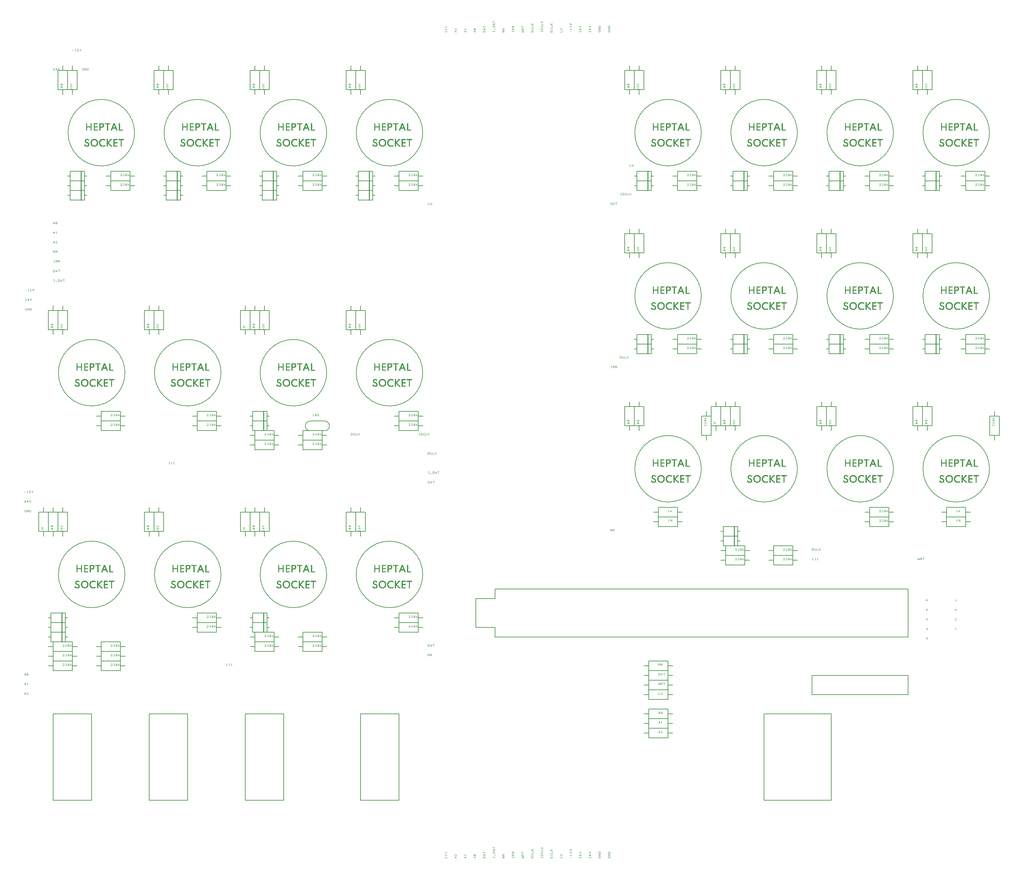
<source format=gbr>
G04 DesignSpark PCB Gerber Version 11.0 Build 5877*
G04 #@! TF.Part,Single*
G04 #@! TF.FileFunction,Legend,Top*
G04 #@! TF.FilePolarity,Positive*
%FSLAX35Y35*%
%MOIN*%
%ADD20C,0.00100*%
%ADD10C,0.00500*%
%ADD78C,0.00512*%
%ADD21C,0.01000*%
G04 #@! TD.AperFunction*
X0Y0D02*
D02*
D10*
X30250Y485250D02*
Y490250D01*
Y510250D02*
Y515250D01*
X35250Y350250D02*
X40250D01*
X35250Y360250D02*
X40250D01*
X35250Y370250D02*
X40250D01*
X35250Y380250D02*
X37750D01*
X35250Y390250D02*
X37750D01*
X35250Y400250D02*
X37750D01*
X35250Y490250D02*
X25250D01*
Y510250D01*
X35250D01*
Y490250D01*
X37750Y375250D02*
Y385250D01*
X52750D01*
Y375250D01*
X37750D01*
Y385250D02*
Y395250D01*
X52750D01*
Y385250D01*
X37750D01*
Y395250D02*
Y405250D01*
X52750D01*
Y395250D01*
X37750D01*
X40250Y210250D02*
X80250D01*
Y300250D01*
X40250D01*
Y210250D01*
Y345250D02*
Y355250D01*
X60250D01*
Y345250D01*
X40250D01*
Y355250D02*
Y365250D01*
X60250D01*
Y355250D01*
X40250D01*
Y365250D02*
Y375250D01*
X60250D01*
Y365250D01*
X40250D01*
Y485250D02*
Y490250D01*
Y510250D02*
Y515250D01*
Y695250D02*
Y700250D01*
Y720250D02*
Y725250D01*
X45250Y490250D02*
X35250D01*
Y510250D01*
X45250D01*
Y490250D01*
Y700250D02*
X35250D01*
Y720250D01*
X45250D01*
Y700250D01*
X50250Y485250D02*
Y490250D01*
Y510250D02*
Y515250D01*
Y695250D02*
Y700250D01*
Y720250D02*
Y725250D01*
Y945250D02*
Y950250D01*
Y970250D02*
Y975250D01*
X52750Y380250D02*
X55250D01*
X52750Y390250D02*
X55250D01*
X52750Y400250D02*
X55250D01*
Y490250D02*
X45250D01*
Y510250D01*
X55250D01*
Y490250D01*
Y700250D02*
X45250D01*
Y720250D01*
X55250D01*
Y700250D01*
Y840250D02*
X57750D01*
X55250Y850250D02*
X57750D01*
X55250Y860250D02*
X57750D01*
X55250Y950250D02*
X45250D01*
Y970250D01*
X55250D01*
Y950250D01*
X57750Y835250D02*
Y845250D01*
X72750D01*
Y835250D01*
X57750D01*
Y845250D02*
Y855250D01*
X72750D01*
Y845250D01*
X57750D01*
Y855250D02*
Y865250D01*
X72750D01*
Y855250D01*
X57750D01*
X60250Y350250D02*
X65250D01*
X60250Y360250D02*
X65250D01*
X60250Y370250D02*
X65250D01*
X60250Y945250D02*
Y950250D01*
Y970250D02*
Y975250D01*
X65250Y950250D02*
X55250D01*
Y970250D01*
X65250D01*
Y950250D01*
X72750Y840250D02*
X75250D01*
X72750Y850250D02*
X75250D01*
X72750Y860250D02*
X75250D01*
X80250Y480250D02*
G75*
G03*
Y410959I0J-34646D01*
G01*
G75*
G03*
Y480250I0J34646D01*
G01*
Y690250D02*
G75*
G03*
Y620959I0J-34646D01*
G01*
G75*
G03*
Y690250I0J34646D01*
G01*
X85250Y350250D02*
X90250D01*
X85250Y360250D02*
X90250D01*
X85250Y370250D02*
X90250D01*
X85250Y600250D02*
X90250D01*
X85250Y610250D02*
X90250D01*
Y345250D02*
Y355250D01*
X110250D01*
Y345250D01*
X90250D01*
Y355250D02*
Y365250D01*
X110250D01*
Y355250D01*
X90250D01*
Y365250D02*
Y375250D01*
X110250D01*
Y365250D01*
X90250D01*
Y595250D02*
Y605250D01*
X110250D01*
Y595250D01*
X90250D01*
Y605250D02*
Y615250D01*
X110250D01*
Y605250D01*
X90250D01*
Y940250D02*
G75*
G03*
Y870959I0J-34646D01*
G01*
G75*
G03*
Y940250I0J34646D01*
G01*
X95250Y850250D02*
X100250D01*
X95250Y860250D02*
X100250D01*
Y845250D02*
Y855250D01*
X120250D01*
Y845250D01*
X100250D01*
Y855250D02*
Y865250D01*
X120250D01*
Y855250D01*
X100250D01*
X110250Y350250D02*
X115250D01*
X110250Y360250D02*
X115250D01*
X110250Y370250D02*
X115250D01*
X110250Y600250D02*
X115250D01*
X110250Y610250D02*
X115250D01*
X120250Y850250D02*
X125250D01*
X120250Y860250D02*
X125250D01*
X140250Y210250D02*
X180250D01*
Y300250D01*
X140250D01*
Y210250D01*
Y485250D02*
Y490250D01*
Y510250D02*
Y515250D01*
Y695250D02*
Y700250D01*
Y720250D02*
Y725250D01*
X145250Y490250D02*
X135250D01*
Y510250D01*
X145250D01*
Y490250D01*
Y700250D02*
X135250D01*
Y720250D01*
X145250D01*
Y700250D01*
X150250Y485250D02*
Y490250D01*
Y510250D02*
Y515250D01*
Y695250D02*
Y700250D01*
Y720250D02*
Y725250D01*
Y945250D02*
Y950250D01*
Y970250D02*
Y975250D01*
X155250Y490250D02*
X145250D01*
Y510250D01*
X155250D01*
Y490250D01*
Y700250D02*
X145250D01*
Y720250D01*
X155250D01*
Y700250D01*
Y840250D02*
X157750D01*
X155250Y850250D02*
X157750D01*
X155250Y860250D02*
X157750D01*
X155250Y950250D02*
X145250D01*
Y970250D01*
X155250D01*
Y950250D01*
X157750Y835250D02*
Y845250D01*
X172750D01*
Y835250D01*
X157750D01*
Y845250D02*
Y855250D01*
X172750D01*
Y845250D01*
X157750D01*
Y855250D02*
Y865250D01*
X172750D01*
Y855250D01*
X157750D01*
X160250Y945250D02*
Y950250D01*
Y970250D02*
Y975250D01*
X165250Y950250D02*
X155250D01*
Y970250D01*
X165250D01*
Y950250D01*
X172750Y840250D02*
X175250D01*
X172750Y850250D02*
X175250D01*
X172750Y860250D02*
X175250D01*
X180250Y480250D02*
G75*
G03*
Y410959I0J-34646D01*
G01*
G75*
G03*
Y480250I0J34646D01*
G01*
Y690250D02*
G75*
G03*
Y620959I0J-34646D01*
G01*
G75*
G03*
Y690250I0J34646D01*
G01*
X185250Y390250D02*
X190250D01*
X185250Y400250D02*
X190250D01*
X185250Y600250D02*
X190250D01*
X185250Y610250D02*
X190250D01*
Y385250D02*
Y395250D01*
X210250D01*
Y385250D01*
X190250D01*
Y395250D02*
Y405250D01*
X210250D01*
Y395250D01*
X190250D01*
Y595250D02*
Y605250D01*
X210250D01*
Y595250D01*
X190250D01*
Y605250D02*
Y615250D01*
X210250D01*
Y605250D01*
X190250D01*
Y940250D02*
G75*
G03*
Y870959I0J-34646D01*
G01*
G75*
G03*
Y940250I0J34646D01*
G01*
X195250Y850250D02*
X200250D01*
X195250Y860250D02*
X200250D01*
Y845250D02*
Y855250D01*
X220250D01*
Y845250D01*
X200250D01*
Y855250D02*
Y865250D01*
X220250D01*
Y855250D01*
X200250D01*
X210250Y390250D02*
X215250D01*
X210250Y400250D02*
X215250D01*
X210250Y600250D02*
X215250D01*
X210250Y610250D02*
X215250D01*
X220250Y850250D02*
X225250D01*
X220250Y860250D02*
X225250D01*
X240250Y210250D02*
X280250D01*
Y300250D01*
X240250D01*
Y210250D01*
Y485250D02*
Y490250D01*
Y510250D02*
Y515250D01*
Y695250D02*
Y700250D01*
Y720250D02*
Y725250D01*
X245250Y370250D02*
X250250D01*
X245250Y380250D02*
X250250D01*
X245250Y390250D02*
X247750D01*
X245250Y400250D02*
X247750D01*
X245250Y490250D02*
X235250D01*
Y510250D01*
X245250D01*
Y490250D01*
Y580250D02*
X250250D01*
X245250Y590250D02*
X250250D01*
X245250Y600250D02*
X247750D01*
X245250Y610250D02*
X247750D01*
X245250Y700250D02*
X235250D01*
Y720250D01*
X245250D01*
Y700250D01*
X247750Y385250D02*
Y395250D01*
X262750D01*
Y385250D01*
X247750D01*
Y395250D02*
Y405250D01*
X262750D01*
Y395250D01*
X247750D01*
Y595250D02*
Y605250D01*
X262750D01*
Y595250D01*
X247750D01*
Y605250D02*
Y615250D01*
X262750D01*
Y605250D01*
X247750D01*
X250250Y365250D02*
Y375250D01*
X270250D01*
Y365250D01*
X250250D01*
Y375250D02*
Y385250D01*
X270250D01*
Y375250D01*
X250250D01*
Y485250D02*
Y490250D01*
Y510250D02*
Y515250D01*
Y575250D02*
Y585250D01*
X270250D01*
Y575250D01*
X250250D01*
Y585250D02*
Y595250D01*
X270250D01*
Y585250D01*
X250250D01*
Y695250D02*
Y700250D01*
Y720250D02*
Y725250D01*
Y945250D02*
Y950250D01*
Y970250D02*
Y975250D01*
X255250Y490250D02*
X245250D01*
Y510250D01*
X255250D01*
Y490250D01*
Y700250D02*
X245250D01*
Y720250D01*
X255250D01*
Y700250D01*
Y840250D02*
X257750D01*
X255250Y850250D02*
X257750D01*
X255250Y860250D02*
X257750D01*
X255250Y950250D02*
X245250D01*
Y970250D01*
X255250D01*
Y950250D01*
X257750Y835250D02*
Y845250D01*
X272750D01*
Y835250D01*
X257750D01*
Y845250D02*
Y855250D01*
X272750D01*
Y845250D01*
X257750D01*
Y855250D02*
Y865250D01*
X272750D01*
Y855250D01*
X257750D01*
X260250Y485250D02*
Y490250D01*
Y510250D02*
Y515250D01*
Y695250D02*
Y700250D01*
Y720250D02*
Y725250D01*
Y945250D02*
Y950250D01*
Y970250D02*
Y975250D01*
X262750Y390250D02*
X265250D01*
X262750Y400250D02*
X265250D01*
X262750Y600250D02*
X265250D01*
X262750Y610250D02*
X265250D01*
Y490250D02*
X255250D01*
Y510250D01*
X265250D01*
Y490250D01*
Y700250D02*
X255250D01*
Y720250D01*
X265250D01*
Y700250D01*
Y950250D02*
X255250D01*
Y970250D01*
X265250D01*
Y950250D01*
X270250Y370250D02*
X275250D01*
X270250Y380250D02*
X275250D01*
X270250Y580250D02*
X275250D01*
X270250Y590250D02*
X275250D01*
X272750Y840250D02*
X275250D01*
X272750Y850250D02*
X275250D01*
X272750Y860250D02*
X275250D01*
X290250Y480250D02*
G75*
G03*
Y410959I0J-34646D01*
G01*
G75*
G03*
Y480250I0J34646D01*
G01*
Y690250D02*
G75*
G03*
Y620959I0J-34646D01*
G01*
G75*
G03*
Y690250I0J34646D01*
G01*
Y940250D02*
G75*
G03*
Y870959I0J-34646D01*
G01*
G75*
G03*
Y940250I0J34646D01*
G01*
X295250Y370250D02*
X300250D01*
X295250Y380250D02*
X300250D01*
X295250Y580250D02*
X300250D01*
X295250Y590250D02*
X300250D01*
X295250Y850250D02*
X300250D01*
X295250Y860250D02*
X300250D01*
Y365250D02*
Y375250D01*
X320250D01*
Y365250D01*
X300250D01*
Y375250D02*
Y385250D01*
X320250D01*
Y375250D01*
X300250D01*
Y575250D02*
Y585250D01*
X320250D01*
Y575250D01*
X300250D01*
Y585250D02*
Y595250D01*
X320250D01*
Y585250D01*
X300250D01*
Y845250D02*
Y855250D01*
X320250D01*
Y845250D01*
X300250D01*
Y855250D02*
Y865250D01*
X320250D01*
Y855250D01*
X300250D01*
X320250Y370250D02*
X325250D01*
X320250Y380250D02*
X325250D01*
X320250Y580250D02*
X325250D01*
X320250Y590250D02*
X325250D01*
X320250Y850250D02*
X325250D01*
X320250Y860250D02*
X325250D01*
X350250Y485250D02*
Y490250D01*
Y510250D02*
Y515250D01*
Y695250D02*
Y700250D01*
Y720250D02*
Y725250D01*
Y945250D02*
Y950250D01*
Y970250D02*
Y975250D01*
X355250Y490250D02*
X345250D01*
Y510250D01*
X355250D01*
Y490250D01*
Y700250D02*
X345250D01*
Y720250D01*
X355250D01*
Y700250D01*
Y840250D02*
X357750D01*
X355250Y850250D02*
X357750D01*
X355250Y860250D02*
X357750D01*
X355250Y950250D02*
X345250D01*
Y970250D01*
X355250D01*
Y950250D01*
X357750Y835250D02*
Y845250D01*
X372750D01*
Y835250D01*
X357750D01*
Y845250D02*
Y855250D01*
X372750D01*
Y845250D01*
X357750D01*
Y855250D02*
Y865250D01*
X372750D01*
Y855250D01*
X357750D01*
X360250Y210250D02*
X400250D01*
Y300250D01*
X360250D01*
Y210250D01*
Y485250D02*
Y490250D01*
Y510250D02*
Y515250D01*
Y695250D02*
Y700250D01*
Y720250D02*
Y725250D01*
Y945250D02*
Y950250D01*
Y970250D02*
Y975250D01*
X365250Y490250D02*
X355250D01*
Y510250D01*
X365250D01*
Y490250D01*
Y700250D02*
X355250D01*
Y720250D01*
X365250D01*
Y700250D01*
Y950250D02*
X355250D01*
Y970250D01*
X365250D01*
Y950250D01*
X372750Y840250D02*
X375250D01*
X372750Y850250D02*
X375250D01*
X372750Y860250D02*
X375250D01*
X390250Y480250D02*
G75*
G03*
Y410959I0J-34646D01*
G01*
G75*
G03*
Y480250I0J34646D01*
G01*
Y690250D02*
G75*
G03*
Y620959I0J-34646D01*
G01*
G75*
G03*
Y690250I0J34646D01*
G01*
Y940250D02*
G75*
G03*
Y870959I0J-34646D01*
G01*
G75*
G03*
Y940250I0J34646D01*
G01*
X395250Y390250D02*
X400250D01*
X395250Y400250D02*
X400250D01*
X395250Y600250D02*
X400250D01*
X395250Y610250D02*
X400250D01*
X395250Y850250D02*
X400250D01*
X395250Y860250D02*
X400250D01*
Y385250D02*
Y395250D01*
X420250D01*
Y385250D01*
X400250D01*
Y395250D02*
Y405250D01*
X420250D01*
Y395250D01*
X400250D01*
Y595250D02*
Y605250D01*
X420250D01*
Y595250D01*
X400250D01*
Y605250D02*
Y615250D01*
X420250D01*
Y605250D01*
X400250D01*
Y845250D02*
Y855250D01*
X420250D01*
Y845250D01*
X400250D01*
Y855250D02*
Y865250D01*
X420250D01*
Y855250D01*
X400250D01*
X420250Y390250D02*
X425250D01*
X420250Y400250D02*
X425250D01*
X420250Y600250D02*
X425250D01*
X420250Y610250D02*
X425250D01*
X420250Y850250D02*
X425250D01*
X420250Y860250D02*
X425250D01*
X640250Y595250D02*
Y600250D01*
Y620250D02*
Y625250D01*
Y775250D02*
Y780250D01*
Y800250D02*
Y805250D01*
Y945250D02*
Y950250D01*
Y970250D02*
Y975250D01*
X645250Y600250D02*
X635250D01*
Y620250D01*
X645250D01*
Y600250D01*
Y680250D02*
X647750D01*
X645250Y690250D02*
X647750D01*
X645250Y780250D02*
X635250D01*
Y800250D01*
X645250D01*
Y780250D01*
Y850250D02*
X647750D01*
X645250Y860250D02*
X647750D01*
X645250Y950250D02*
X635250D01*
Y970250D01*
X645250D01*
Y950250D01*
X647750Y675250D02*
Y685250D01*
X662750D01*
Y675250D01*
X647750D01*
Y685250D02*
Y695250D01*
X662750D01*
Y685250D01*
X647750D01*
Y845250D02*
Y855250D01*
X662750D01*
Y845250D01*
X647750D01*
Y855250D02*
Y865250D01*
X662750D01*
Y855250D01*
X647750D01*
X650250Y595250D02*
Y600250D01*
Y620250D02*
Y625250D01*
Y775250D02*
Y780250D01*
Y800250D02*
Y805250D01*
Y945250D02*
Y950250D01*
Y970250D02*
Y975250D01*
X655250Y280250D02*
X660250D01*
X655250Y290250D02*
X660250D01*
X655250Y300250D02*
X660250D01*
X655250Y320250D02*
X660250D01*
X655250Y330250D02*
X660250D01*
X655250Y340250D02*
X660250D01*
X655250Y350250D02*
X660250D01*
X655250Y600250D02*
X645250D01*
Y620250D01*
X655250D01*
Y600250D01*
Y780250D02*
X645250D01*
Y800250D01*
X655250D01*
Y780250D01*
Y950250D02*
X645250D01*
Y970250D01*
X655250D01*
Y950250D01*
X660250Y275250D02*
Y285250D01*
X680250D01*
Y275250D01*
X660250D01*
Y285250D02*
Y295250D01*
X680250D01*
Y285250D01*
X660250D01*
Y295250D02*
Y305250D01*
X680250D01*
Y295250D01*
X660250D01*
Y315250D02*
Y325250D01*
X680250D01*
Y315250D01*
X660250D01*
Y325250D02*
Y335250D01*
X680250D01*
Y325250D01*
X660250D01*
Y335250D02*
Y345250D01*
X680250D01*
Y335250D01*
X660250D01*
Y345250D02*
Y355250D01*
X680250D01*
Y345250D01*
X660250D01*
X662750Y680250D02*
X665250D01*
X662750Y690250D02*
X665250D01*
X662750Y850250D02*
X665250D01*
X662750Y860250D02*
X665250D01*
Y500250D02*
X670250D01*
Y495250D02*
Y505250D01*
X690250D01*
Y495250D01*
X670250D01*
Y510250D02*
X665250D01*
X680250Y280250D02*
X685250D01*
X680250Y290250D02*
X685250D01*
X680250Y300250D02*
X685250D01*
X680250Y320250D02*
X685250D01*
X680250Y330250D02*
X685250D01*
X680250Y340250D02*
X685250D01*
X680250Y350250D02*
X685250D01*
X680250Y590250D02*
G75*
G03*
Y520959I0J-34646D01*
G01*
G75*
G03*
Y590250I0J34646D01*
G01*
Y770250D02*
G75*
G03*
Y700959I0J-34646D01*
G01*
G75*
G03*
Y770250I0J34646D01*
G01*
Y940250D02*
G75*
G03*
Y870959I0J-34646D01*
G01*
G75*
G03*
Y940250I0J34646D01*
G01*
X685250Y680250D02*
X690250D01*
X685250Y690250D02*
X690250D01*
X685250Y850250D02*
X690250D01*
X685250Y860250D02*
X690250D01*
Y500250D02*
X695250D01*
X690250Y515250D02*
Y505250D01*
X670250D01*
Y515250D01*
X690250D01*
Y675250D02*
Y685250D01*
X710250D01*
Y675250D01*
X690250D01*
Y685250D02*
Y695250D01*
X710250D01*
Y685250D01*
X690250D01*
Y845250D02*
Y855250D01*
X710250D01*
Y845250D01*
X690250D01*
Y855250D02*
Y865250D01*
X710250D01*
Y855250D01*
X690250D01*
X695250Y510250D02*
X690250D01*
X710250Y680250D02*
X715250D01*
X710250Y690250D02*
X715250D01*
X710250Y850250D02*
X715250D01*
X710250Y860250D02*
X715250D01*
X720250Y585250D02*
Y590250D01*
Y610250D02*
Y615250D01*
X725250Y590250D02*
X715250D01*
Y610250D01*
X725250D01*
Y590250D01*
X730250Y595250D02*
Y600250D01*
Y620250D02*
Y625250D01*
X735250Y460250D02*
X740250D01*
X735250Y470250D02*
X740250D01*
X735250Y480250D02*
X737750D01*
X735250Y490250D02*
X737750D01*
X735250Y600250D02*
X725250D01*
Y620250D01*
X735250D01*
Y600250D01*
X737750Y475250D02*
Y485250D01*
X752750D01*
Y475250D01*
X737750D01*
Y485250D02*
Y495250D01*
X752750D01*
Y485250D01*
X737750D01*
X740250Y455250D02*
Y465250D01*
X760250D01*
Y455250D01*
X740250D01*
Y465250D02*
Y475250D01*
X760250D01*
Y465250D01*
X740250D01*
Y595250D02*
Y600250D01*
Y620250D02*
Y625250D01*
Y775250D02*
Y780250D01*
Y800250D02*
Y805250D01*
Y945250D02*
Y950250D01*
Y970250D02*
Y975250D01*
X745250Y600250D02*
X735250D01*
Y620250D01*
X745250D01*
Y600250D01*
Y680250D02*
X747750D01*
X745250Y690250D02*
X747750D01*
X745250Y780250D02*
X735250D01*
Y800250D01*
X745250D01*
Y780250D01*
Y850250D02*
X747750D01*
X745250Y860250D02*
X747750D01*
X745250Y950250D02*
X735250D01*
Y970250D01*
X745250D01*
Y950250D01*
X747750Y675250D02*
Y685250D01*
X762750D01*
Y675250D01*
X747750D01*
Y685250D02*
Y695250D01*
X762750D01*
Y685250D01*
X747750D01*
Y845250D02*
Y855250D01*
X762750D01*
Y845250D01*
X747750D01*
Y855250D02*
Y865250D01*
X762750D01*
Y855250D01*
X747750D01*
X750250Y595250D02*
Y600250D01*
Y620250D02*
Y625250D01*
Y775250D02*
Y780250D01*
Y800250D02*
Y805250D01*
Y945250D02*
Y950250D01*
Y970250D02*
Y975250D01*
X752750Y480250D02*
X755250D01*
X752750Y490250D02*
X755250D01*
Y600250D02*
X745250D01*
Y620250D01*
X755250D01*
Y600250D01*
Y780250D02*
X745250D01*
Y800250D01*
X755250D01*
Y780250D01*
Y950250D02*
X745250D01*
Y970250D01*
X755250D01*
Y950250D01*
X760250Y460250D02*
X765250D01*
X760250Y470250D02*
X765250D01*
X762750Y680250D02*
X765250D01*
X762750Y690250D02*
X765250D01*
X762750Y850250D02*
X765250D01*
X762750Y860250D02*
X765250D01*
X780250Y210250D02*
X850250D01*
Y300250D01*
X780250D01*
Y210250D01*
Y590250D02*
G75*
G03*
Y520959I0J-34646D01*
G01*
G75*
G03*
Y590250I0J34646D01*
G01*
Y770250D02*
G75*
G03*
Y700959I0J-34646D01*
G01*
G75*
G03*
Y770250I0J34646D01*
G01*
Y940250D02*
G75*
G03*
Y870959I0J-34646D01*
G01*
G75*
G03*
Y940250I0J34646D01*
G01*
X785250Y460250D02*
X790250D01*
X785250Y470250D02*
X790250D01*
X785250Y680250D02*
X790250D01*
X785250Y690250D02*
X790250D01*
X785250Y850250D02*
X790250D01*
X785250Y860250D02*
X790250D01*
Y455250D02*
Y465250D01*
X810250D01*
Y455250D01*
X790250D01*
Y465250D02*
Y475250D01*
X810250D01*
Y465250D01*
X790250D01*
Y675250D02*
Y685250D01*
X810250D01*
Y675250D01*
X790250D01*
Y685250D02*
Y695250D01*
X810250D01*
Y685250D01*
X790250D01*
Y845250D02*
Y855250D01*
X810250D01*
Y845250D01*
X790250D01*
Y855250D02*
Y865250D01*
X810250D01*
Y855250D01*
X790250D01*
X810250Y460250D02*
X815250D01*
X810250Y470250D02*
X815250D01*
X810250Y680250D02*
X815250D01*
X810250Y690250D02*
X815250D01*
X810250Y850250D02*
X815250D01*
X810250Y860250D02*
X815250D01*
X840250Y595250D02*
Y600250D01*
Y620250D02*
Y625250D01*
Y775250D02*
Y780250D01*
Y800250D02*
Y805250D01*
Y945250D02*
Y950250D01*
Y970250D02*
Y975250D01*
X845250Y600250D02*
X835250D01*
Y620250D01*
X845250D01*
Y600250D01*
Y680250D02*
X847750D01*
X845250Y690250D02*
X847750D01*
X845250Y780250D02*
X835250D01*
Y800250D01*
X845250D01*
Y780250D01*
Y850250D02*
X847750D01*
X845250Y860250D02*
X847750D01*
X845250Y950250D02*
X835250D01*
Y970250D01*
X845250D01*
Y950250D01*
X847750Y675250D02*
Y685250D01*
X862750D01*
Y675250D01*
X847750D01*
Y685250D02*
Y695250D01*
X862750D01*
Y685250D01*
X847750D01*
Y845250D02*
Y855250D01*
X862750D01*
Y845250D01*
X847750D01*
Y855250D02*
Y865250D01*
X862750D01*
Y855250D01*
X847750D01*
X850250Y595250D02*
Y600250D01*
Y620250D02*
Y625250D01*
Y775250D02*
Y780250D01*
Y800250D02*
Y805250D01*
Y945250D02*
Y950250D01*
Y970250D02*
Y975250D01*
X855250Y600250D02*
X845250D01*
Y620250D01*
X855250D01*
Y600250D01*
Y780250D02*
X845250D01*
Y800250D01*
X855250D01*
Y780250D01*
Y950250D02*
X845250D01*
Y970250D01*
X855250D01*
Y950250D01*
X862750Y680250D02*
X865250D01*
X862750Y690250D02*
X865250D01*
X862750Y850250D02*
X865250D01*
X862750Y860250D02*
X865250D01*
X880250Y590250D02*
G75*
G03*
Y520959I0J-34646D01*
G01*
G75*
G03*
Y590250I0J34646D01*
G01*
Y770250D02*
G75*
G03*
Y700959I0J-34646D01*
G01*
G75*
G03*
Y770250I0J34646D01*
G01*
Y940250D02*
G75*
G03*
Y870959I0J-34646D01*
G01*
G75*
G03*
Y940250I0J34646D01*
G01*
X885250Y500250D02*
X890250D01*
X885250Y510250D02*
X890250D01*
X885250Y680250D02*
X890250D01*
X885250Y690250D02*
X890250D01*
X885250Y850250D02*
X890250D01*
X885250Y860250D02*
X890250D01*
Y495250D02*
Y505250D01*
X910250D01*
Y495250D01*
X890250D01*
Y505250D02*
Y515250D01*
X910250D01*
Y505250D01*
X890250D01*
Y675250D02*
Y685250D01*
X910250D01*
Y675250D01*
X890250D01*
Y685250D02*
Y695250D01*
X910250D01*
Y685250D01*
X890250D01*
Y845250D02*
Y855250D01*
X910250D01*
Y845250D01*
X890250D01*
Y855250D02*
Y865250D01*
X910250D01*
Y855250D01*
X890250D01*
X910250Y500250D02*
X915250D01*
X910250Y510250D02*
X915250D01*
X910250Y680250D02*
X915250D01*
X910250Y690250D02*
X915250D01*
X910250Y850250D02*
X915250D01*
X910250Y860250D02*
X915250D01*
X930250Y340250D02*
X830250D01*
Y320250D01*
X930250D01*
Y340250D01*
Y380250D02*
X500250D01*
Y390250D01*
X480250D01*
Y420250D01*
X500250D01*
Y430250D01*
X930250D01*
Y380250D01*
X940250Y595250D02*
Y600250D01*
Y620250D02*
Y625250D01*
Y775250D02*
Y780250D01*
Y800250D02*
Y805250D01*
Y945250D02*
Y950250D01*
Y970250D02*
Y975250D01*
X945250Y600250D02*
X935250D01*
Y620250D01*
X945250D01*
Y600250D01*
Y680250D02*
X947750D01*
X945250Y690250D02*
X947750D01*
X945250Y780250D02*
X935250D01*
Y800250D01*
X945250D01*
Y780250D01*
Y850250D02*
X947750D01*
X945250Y860250D02*
X947750D01*
X945250Y950250D02*
X935250D01*
Y970250D01*
X945250D01*
Y950250D01*
X947750Y675250D02*
Y685250D01*
X962750D01*
Y675250D01*
X947750D01*
Y685250D02*
Y695250D01*
X962750D01*
Y685250D01*
X947750D01*
Y845250D02*
Y855250D01*
X962750D01*
Y845250D01*
X947750D01*
Y855250D02*
Y865250D01*
X962750D01*
Y855250D01*
X947750D01*
X950250Y595250D02*
Y600250D01*
Y620250D02*
Y625250D01*
Y775250D02*
Y780250D01*
Y800250D02*
Y805250D01*
Y945250D02*
Y950250D01*
Y970250D02*
Y975250D01*
X955250Y600250D02*
X945250D01*
Y620250D01*
X955250D01*
Y600250D01*
Y780250D02*
X945250D01*
Y800250D01*
X955250D01*
Y780250D01*
Y950250D02*
X945250D01*
Y970250D01*
X955250D01*
Y950250D01*
X962750Y680250D02*
X965250D01*
X962750Y690250D02*
X965250D01*
X962750Y850250D02*
X965250D01*
X962750Y860250D02*
X965250D01*
Y500250D02*
X970250D01*
Y495250D02*
Y505250D01*
X990250D01*
Y495250D01*
X970250D01*
Y510250D02*
X965250D01*
X980250Y590250D02*
G75*
G03*
Y520959I0J-34646D01*
G01*
G75*
G03*
Y590250I0J34646D01*
G01*
Y770250D02*
G75*
G03*
Y700959I0J-34646D01*
G01*
G75*
G03*
Y770250I0J34646D01*
G01*
Y940250D02*
G75*
G03*
Y870959I0J-34646D01*
G01*
G75*
G03*
Y940250I0J34646D01*
G01*
X985250Y680250D02*
X990250D01*
X985250Y690250D02*
X990250D01*
X985250Y850250D02*
X990250D01*
X985250Y860250D02*
X990250D01*
Y500250D02*
X995250D01*
X990250Y515250D02*
Y505250D01*
X970250D01*
Y515250D01*
X990250D01*
Y675250D02*
Y685250D01*
X1010250D01*
Y675250D01*
X990250D01*
Y685250D02*
Y695250D01*
X1010250D01*
Y685250D01*
X990250D01*
Y845250D02*
Y855250D01*
X1010250D01*
Y845250D01*
X990250D01*
Y855250D02*
Y865250D01*
X1010250D01*
Y855250D01*
X990250D01*
X995250Y510250D02*
X990250D01*
X1010250Y680250D02*
X1015250D01*
X1010250Y690250D02*
X1015250D01*
X1010250Y850250D02*
X1015250D01*
X1010250Y860250D02*
X1015250D01*
X1020250Y585250D02*
Y590250D01*
Y610250D02*
Y615250D01*
X1025250Y590250D02*
X1015250D01*
Y610250D01*
X1025250D01*
Y590250D01*
D02*
D20*
X10250Y320719D02*
X11031Y322594D01*
X11813Y320719D01*
X10563Y321500D02*
X11500D01*
X14000Y320719D02*
X12750D01*
X13844Y321813D01*
X14000Y322125D01*
X13844Y322437D01*
X13531Y322594D01*
X13063D01*
X12750Y322437D01*
X10250Y330719D02*
X11031Y332594D01*
X11813Y330719D01*
X10563Y331500D02*
X11500D01*
X13063Y330719D02*
X13687D01*
X13375D02*
Y332594D01*
X13063Y332281D01*
X10250Y340719D02*
X11031Y342594D01*
X11813Y340719D01*
X10563Y341500D02*
X11500D01*
X12906Y340875D02*
X13219Y340719D01*
X13531D01*
X13844Y340875D01*
X14000Y341187D01*
Y342125D01*
X13844Y342437D01*
X13531Y342594D01*
X13219D01*
X12906Y342437D01*
X12750Y342125D01*
Y341187D01*
X12906Y340875D01*
X13844Y342437D01*
X11344Y511500D02*
X11813D01*
Y511344D01*
X11656Y511031D01*
X11500Y510875D01*
X11187Y510719D01*
X10875D01*
X10563Y510875D01*
X10406Y511031D01*
X10250Y511344D01*
Y511969D01*
X10406Y512281D01*
X10563Y512437D01*
X10875Y512594D01*
X11187D01*
X11500Y512437D01*
X11656Y512281D01*
X11813Y511969D01*
X12750Y510719D02*
Y512594D01*
X14313Y510719D01*
Y512594D01*
X15250Y510719D02*
Y512594D01*
X16187D01*
X16500Y512437D01*
X16656Y512281D01*
X16813Y511969D01*
Y511344D01*
X16656Y511031D01*
X16500Y510875D01*
X16187Y510719D01*
X15250D01*
X11500Y520719D02*
X10250D01*
X11344Y521813D01*
X11500Y522125D01*
X11344Y522437D01*
X11031Y522594D01*
X10563D01*
X10250Y522437D01*
X13531Y520719D02*
Y522594D01*
X12750Y521344D01*
X14000D01*
X15250Y522594D02*
X16031Y520719D01*
X16813Y522594D01*
X10250Y531344D02*
X11500D01*
X13063Y530719D02*
X13687D01*
X13375D02*
Y532594D01*
X13063Y532281D01*
X16500Y530719D02*
X15250D01*
X16344Y531813D01*
X16500Y532125D01*
X16344Y532437D01*
X16031Y532594D01*
X15563D01*
X15250Y532437D01*
X17750Y532594D02*
X18531Y530719D01*
X19313Y532594D01*
X12131Y721500D02*
X12600D01*
Y721344D01*
X12444Y721031D01*
X12287Y720875D01*
X11975Y720719D01*
X11663D01*
X11350Y720875D01*
X11194Y721031D01*
X11037Y721344D01*
Y721969D01*
X11194Y722281D01*
X11350Y722437D01*
X11663Y722594D01*
X11975D01*
X12287Y722437D01*
X12444Y722281D01*
X12600Y721969D01*
X13537Y720719D02*
Y722594D01*
X15100Y720719D01*
Y722594D01*
X16037Y720719D02*
Y722594D01*
X16975D01*
X17287Y722437D01*
X17444Y722281D01*
X17600Y721969D01*
Y721344D01*
X17444Y721031D01*
X17287Y720875D01*
X16975Y720719D01*
X16037D01*
X12287Y730719D02*
X11037D01*
X12131Y731813D01*
X12287Y732125D01*
X12131Y732437D01*
X11819Y732594D01*
X11350D01*
X11037Y732437D01*
X14319Y730719D02*
Y732594D01*
X13537Y731344D01*
X14787D01*
X16037Y732594D02*
X16819Y730719D01*
X17600Y732594D01*
X11037Y741344D02*
X12287D01*
X13850Y740719D02*
X14475D01*
X14163D02*
Y742594D01*
X13850Y742281D01*
X17287Y740719D02*
X16037D01*
X17131Y741813D01*
X17287Y742125D01*
X17131Y742437D01*
X16819Y742594D01*
X16350D01*
X16037Y742437D01*
X18537Y742594D02*
X19319Y740719D01*
X20100Y742594D01*
X29781Y490563D02*
Y491187D01*
Y490875D02*
X27906D01*
X28219Y490563D01*
X29781Y492750D02*
X27906D01*
X28844Y493531D01*
X27906Y494313D01*
X29781D01*
X39781Y490563D02*
Y491187D01*
Y490875D02*
X37906D01*
X38219Y490563D01*
X39625Y492906D02*
X39781Y493219D01*
Y493531D01*
X39625Y493844D01*
X39313Y494000D01*
X38375D01*
X38063Y493844D01*
X37906Y493531D01*
Y493219D01*
X38063Y492906D01*
X38375Y492750D01*
X39313D01*
X39625Y492906D01*
X38063Y493844D01*
X39625Y495406D02*
X39781Y495719D01*
Y496031D01*
X39625Y496344D01*
X39313Y496500D01*
X38375D01*
X38063Y496344D01*
X37906Y496031D01*
Y495719D01*
X38063Y495406D01*
X38375Y495250D01*
X39313D01*
X39625Y495406D01*
X38063Y496344D01*
X39781Y700563D02*
Y701187D01*
Y700875D02*
X37906D01*
X38219Y700563D01*
X39625Y702906D02*
X39781Y703219D01*
Y703531D01*
X39625Y703844D01*
X39313Y704000D01*
X38375D01*
X38063Y703844D01*
X37906Y703531D01*
Y703219D01*
X38063Y702906D01*
X38375Y702750D01*
X39313D01*
X39625Y702906D01*
X38063Y703844D01*
X39625Y705406D02*
X39781Y705719D01*
Y706031D01*
X39625Y706344D01*
X39313Y706500D01*
X38375D01*
X38063Y706344D01*
X37906Y706031D01*
Y705719D01*
X38063Y705406D01*
X38375Y705250D01*
X39313D01*
X39625Y705406D01*
X38063Y706344D01*
X40719Y750719D02*
X41344D01*
X41031D02*
Y752594D01*
X40719D02*
X41344D01*
X42750Y750719D02*
X44313D01*
X45250D02*
Y752594D01*
X46187D01*
X46500Y752437D01*
X46656Y752281D01*
X46813Y751969D01*
Y751344D01*
X46656Y751031D01*
X46500Y750875D01*
X46187Y750719D01*
X45250D01*
X47750D02*
X48531Y752594D01*
X49313Y750719D01*
X48063Y751500D02*
X49000D01*
X51031Y750719D02*
Y752594D01*
X50250D02*
X51813D01*
X40250Y760719D02*
Y762594D01*
X41187D01*
X41500Y762437D01*
X41656Y762281D01*
X41813Y761969D01*
Y761344D01*
X41656Y761031D01*
X41500Y760875D01*
X41187Y760719D01*
X40250D01*
X42750D02*
X43531Y762594D01*
X44313Y760719D01*
X43063Y761500D02*
X44000D01*
X46031Y760719D02*
Y762594D01*
X45250D02*
X46813D01*
X40719Y770719D02*
X41344D01*
X41031D02*
Y772594D01*
X40719D02*
X41344D01*
X42750Y770719D02*
Y772594D01*
X43844D01*
X44156Y772437D01*
X44313Y772125D01*
X44156Y771813D01*
X43844Y771656D01*
X42750D01*
X43844D02*
X44313Y770719D01*
X45250D02*
Y772594D01*
X46344D01*
X46656Y772437D01*
X46813Y772125D01*
X46656Y771813D01*
X46344Y771656D01*
X45250D01*
X46344D02*
X46813Y770719D01*
X40250Y780719D02*
Y782594D01*
X41344D01*
X41656Y782437D01*
X41813Y782125D01*
X41656Y781813D01*
X41344Y781656D01*
X40250D01*
X41344D02*
X41813Y780719D01*
X42750D02*
Y782594D01*
X43844D01*
X44156Y782437D01*
X44313Y782125D01*
X44156Y781813D01*
X43844Y781656D01*
X42750D01*
X43844D02*
X44313Y780719D01*
X40250Y790719D02*
X41031Y792594D01*
X41813Y790719D01*
X40563Y791500D02*
X41500D01*
X44000Y790719D02*
X42750D01*
X43844Y791813D01*
X44000Y792125D01*
X43844Y792437D01*
X43531Y792594D01*
X43063D01*
X42750Y792437D01*
X40250Y800719D02*
X41031Y802594D01*
X41813Y800719D01*
X40563Y801500D02*
X41500D01*
X43063Y800719D02*
X43687D01*
X43375D02*
Y802594D01*
X43063Y802281D01*
X40250Y810719D02*
X41031Y812594D01*
X41813Y810719D01*
X40563Y811500D02*
X41500D01*
X42906Y810875D02*
X43219Y810719D01*
X43531D01*
X43844Y810875D01*
X44000Y811187D01*
Y812125D01*
X43844Y812437D01*
X43531Y812594D01*
X43219D01*
X42906Y812437D01*
X42750Y812125D01*
Y811187D01*
X42906Y810875D01*
X43844Y812437D01*
X41500Y970719D02*
X40250D01*
X41344Y971813D01*
X41500Y972125D01*
X41344Y972437D01*
X41031Y972594D01*
X40563D01*
X40250Y972437D01*
X43531Y970719D02*
Y972594D01*
X42750Y971344D01*
X44000D01*
X45250Y972594D02*
X46031Y970719D01*
X46813Y972594D01*
X51500Y350719D02*
X50250D01*
X51344Y351813D01*
X51500Y352125D01*
X51344Y352437D01*
X51031Y352594D01*
X50563D01*
X50250Y352437D01*
X54000Y350719D02*
X52750D01*
X53844Y351813D01*
X54000Y352125D01*
X53844Y352437D01*
X53531Y352594D01*
X53063D01*
X52750Y352437D01*
X55406Y350875D02*
X55719Y350719D01*
X56031D01*
X56344Y350875D01*
X56500Y351187D01*
Y352125D01*
X56344Y352437D01*
X56031Y352594D01*
X55719D01*
X55406Y352437D01*
X55250Y352125D01*
Y351187D01*
X55406Y350875D01*
X56344Y352437D01*
X57750Y350719D02*
Y352594D01*
Y351344D02*
X58219D01*
X59000Y351969D01*
X58219Y351344D02*
X59000Y350719D01*
X51500Y360719D02*
X50250D01*
X51344Y361813D01*
X51500Y362125D01*
X51344Y362437D01*
X51031Y362594D01*
X50563D01*
X50250Y362437D01*
X54000Y360719D02*
X52750D01*
X53844Y361813D01*
X54000Y362125D01*
X53844Y362437D01*
X53531Y362594D01*
X53063D01*
X52750Y362437D01*
X55406Y360875D02*
X55719Y360719D01*
X56031D01*
X56344Y360875D01*
X56500Y361187D01*
Y362125D01*
X56344Y362437D01*
X56031Y362594D01*
X55719D01*
X55406Y362437D01*
X55250Y362125D01*
Y361187D01*
X55406Y360875D01*
X56344Y362437D01*
X57750Y360719D02*
Y362594D01*
Y361344D02*
X58219D01*
X59000Y361969D01*
X58219Y361344D02*
X59000Y360719D01*
X51500Y370719D02*
X50250D01*
X51344Y371813D01*
X51500Y372125D01*
X51344Y372437D01*
X51031Y372594D01*
X50563D01*
X50250Y372437D01*
X54000Y370719D02*
X52750D01*
X53844Y371813D01*
X54000Y372125D01*
X53844Y372437D01*
X53531Y372594D01*
X53063D01*
X52750Y372437D01*
X55406Y370875D02*
X55719Y370719D01*
X56031D01*
X56344Y370875D01*
X56500Y371187D01*
Y372125D01*
X56344Y372437D01*
X56031Y372594D01*
X55719D01*
X55406Y372437D01*
X55250Y372125D01*
Y371187D01*
X55406Y370875D01*
X56344Y372437D01*
X57750Y370719D02*
Y372594D01*
Y371344D02*
X58219D01*
X59000Y371969D01*
X58219Y371344D02*
X59000Y370719D01*
X49625Y490406D02*
X49781Y490719D01*
Y491031D01*
X49625Y491344D01*
X49313Y491500D01*
X49000Y491344D01*
X48844Y491031D01*
Y490719D01*
Y491031D02*
X48687Y491344D01*
X48375Y491500D01*
X48063Y491344D01*
X47906Y491031D01*
Y490719D01*
X48063Y490406D01*
X49625Y492906D02*
X49781Y493219D01*
Y493531D01*
X49625Y493844D01*
X49313Y494000D01*
X49000Y493844D01*
X48844Y493531D01*
Y493219D01*
Y493531D02*
X48687Y493844D01*
X48375Y494000D01*
X48063Y493844D01*
X47906Y493531D01*
Y493219D01*
X48063Y492906D01*
X49781Y495250D02*
X47906D01*
X48844D02*
Y495719D01*
X47906Y496813D01*
X48844Y495719D02*
X49781Y496813D01*
X49625Y700406D02*
X49781Y700719D01*
Y701031D01*
X49625Y701344D01*
X49313Y701500D01*
X49000Y701344D01*
X48844Y701031D01*
Y700719D01*
Y701031D02*
X48687Y701344D01*
X48375Y701500D01*
X48063Y701344D01*
X47906Y701031D01*
Y700719D01*
X48063Y700406D01*
X49625Y702906D02*
X49781Y703219D01*
Y703531D01*
X49625Y703844D01*
X49313Y704000D01*
X49000Y703844D01*
X48844Y703531D01*
Y703219D01*
Y703531D02*
X48687Y703844D01*
X48375Y704000D01*
X48063Y703844D01*
X47906Y703531D01*
Y703219D01*
X48063Y702906D01*
X49781Y705250D02*
X47906D01*
X48844D02*
Y705719D01*
X47906Y706813D01*
X48844Y705719D02*
X49781Y706813D01*
Y950563D02*
Y951187D01*
Y950875D02*
X47906D01*
X48219Y950563D01*
X49625Y952906D02*
X49781Y953219D01*
Y953531D01*
X49625Y953844D01*
X49313Y954000D01*
X48375D01*
X48063Y953844D01*
X47906Y953531D01*
Y953219D01*
X48063Y952906D01*
X48375Y952750D01*
X49313D01*
X49625Y952906D01*
X48063Y953844D01*
X49625Y955406D02*
X49781Y955719D01*
Y956031D01*
X49625Y956344D01*
X49313Y956500D01*
X48375D01*
X48063Y956344D01*
X47906Y956031D01*
Y955719D01*
X48063Y955406D01*
X48375Y955250D01*
X49313D01*
X49625Y955406D01*
X48063Y956344D01*
X59625Y950406D02*
X59781Y950719D01*
Y951031D01*
X59625Y951344D01*
X59313Y951500D01*
X59000Y951344D01*
X58844Y951031D01*
Y950719D01*
Y951031D02*
X58687Y951344D01*
X58375Y951500D01*
X58063Y951344D01*
X57906Y951031D01*
Y950719D01*
X58063Y950406D01*
X59625Y952906D02*
X59781Y953219D01*
Y953531D01*
X59625Y953844D01*
X59313Y954000D01*
X59000Y953844D01*
X58844Y953531D01*
Y953219D01*
Y953531D02*
X58687Y953844D01*
X58375Y954000D01*
X58063Y953844D01*
X57906Y953531D01*
Y953219D01*
X58063Y952906D01*
X59781Y955250D02*
X57906D01*
X58844D02*
Y955719D01*
X57906Y956813D01*
X58844Y955719D02*
X59781Y956813D01*
X60250Y991344D02*
X61500D01*
X63063Y990719D02*
X63687D01*
X63375D02*
Y992594D01*
X63063Y992281D01*
X66500Y990719D02*
X65250D01*
X66344Y991813D01*
X66500Y992125D01*
X66344Y992437D01*
X66031Y992594D01*
X65563D01*
X65250Y992437D01*
X67750Y992594D02*
X68531Y990719D01*
X69313Y992594D01*
X71344Y971500D02*
X71813D01*
Y971344D01*
X71656Y971031D01*
X71500Y970875D01*
X71187Y970719D01*
X70875D01*
X70563Y970875D01*
X70406Y971031D01*
X70250Y971344D01*
Y971969D01*
X70406Y972281D01*
X70563Y972437D01*
X70875Y972594D01*
X71187D01*
X71500Y972437D01*
X71656Y972281D01*
X71813Y971969D01*
X72750Y970719D02*
Y972594D01*
X74313Y970719D01*
Y972594D01*
X75250Y970719D02*
Y972594D01*
X76187D01*
X76500Y972437D01*
X76656Y972281D01*
X76813Y971969D01*
Y971344D01*
X76656Y971031D01*
X76500Y970875D01*
X76187Y970719D01*
X75250D01*
X64341Y447935D02*
Y455539D01*
X65276D01*
Y452154D01*
X69037D01*
Y455539D01*
X69972D01*
Y447935D01*
X69037D01*
Y451333D01*
X65276D01*
Y447935D01*
X64341D01*
X72334D02*
Y455539D01*
X76283D01*
Y454718D01*
X73269D01*
Y452154D01*
X76176D01*
Y451333D01*
X73269D01*
Y448763D01*
X76283D01*
Y447935D01*
X72334D01*
X78269D02*
Y455539D01*
X80428D01*
X80610D01*
X80791Y455525D01*
X80960Y455505D01*
X81128Y455478D01*
X81283Y455438D01*
X81437Y455397D01*
X81585Y455343D01*
X81727Y455283D01*
X81861Y455216D01*
X81989Y455135D01*
X82110Y455054D01*
X82218Y454967D01*
X82326Y454866D01*
X82420Y454765D01*
X82507Y454650D01*
X82588Y454536D01*
X82662Y454408D01*
X82722Y454280D01*
X82776Y454139D01*
X82817Y453991D01*
X82850Y453843D01*
X82877Y453681D01*
X82891Y453520D01*
Y453345D01*
Y453177D01*
X82877Y453009D01*
X82850Y452854D01*
X82817Y452699D01*
X82776Y452551D01*
X82722Y452410D01*
X82662Y452269D01*
X82588Y452141D01*
X82507Y452013D01*
X82420Y451898D01*
X82326Y451791D01*
X82218Y451683D01*
X82110Y451589D01*
X81989Y451502D01*
X81861Y451421D01*
X81727Y451347D01*
X81585Y451280D01*
X81437Y451219D01*
X81283Y451172D01*
X81128Y451131D01*
X80960Y451105D01*
X80791Y451084D01*
X80610Y451071D01*
X80428Y451064D01*
X79204D01*
Y447935D01*
X78269D01*
X79204Y451831D02*
X80172D01*
X80421Y451845D01*
X80657Y451878D01*
X80879Y451932D01*
X81087Y452006D01*
X81269Y452107D01*
X81437Y452222D01*
X81579Y452363D01*
X81700Y452518D01*
X81754Y452598D01*
X81801Y452693D01*
X81841Y452787D01*
X81868Y452881D01*
X81895Y452989D01*
X81915Y453096D01*
X81922Y453204D01*
X81929Y453325D01*
X81922Y453439D01*
X81915Y453554D01*
X81895Y453661D01*
X81868Y453762D01*
X81841Y453863D01*
X81801Y453957D01*
X81754Y454045D01*
X81700Y454126D01*
X81579Y454280D01*
X81437Y454415D01*
X81269Y454522D01*
X81087Y454617D01*
X80879Y454691D01*
X80657Y454744D01*
X80421Y454772D01*
X80172Y454785D01*
X79204D01*
Y451831D01*
X86080Y447935D02*
Y454704D01*
X83880D01*
Y455539D01*
X89222D01*
Y454704D01*
X87015D01*
Y447935D01*
X86080D01*
X90009D02*
X93017Y455539D01*
X93891D01*
X96899Y447935D01*
X95890D01*
X95049Y450149D01*
X91866D01*
X91019Y447935D01*
X90009D01*
X92182Y450977D02*
X94733D01*
X93454Y454294D01*
X92182Y450977D01*
X98453Y447935D02*
Y455539D01*
X99389D01*
Y448763D01*
X102450D01*
Y447935D01*
X98453D01*
X64341Y448022D02*
X65276D01*
X69037D02*
X69972D01*
X72334D02*
X76283D01*
X78269D02*
X79204D01*
X86080D02*
X87015D01*
X90043D02*
X91052D01*
X95857D02*
X96865D01*
X98453D02*
X102450D01*
X64341Y448115D02*
X65276D01*
X69037D02*
X69972D01*
X72334D02*
X76283D01*
X78269D02*
X79204D01*
X86080D02*
X87015D01*
X90080D02*
X91087D01*
X95821D02*
X96828D01*
X98453D02*
X102450D01*
X64341Y448209D02*
X65276D01*
X69037D02*
X69972D01*
X72334D02*
X76283D01*
X78269D02*
X79204D01*
X86080D02*
X87015D01*
X90117D02*
X91123D01*
X95786D02*
X96791D01*
X98453D02*
X102450D01*
X64341Y448303D02*
X65276D01*
X69037D02*
X69972D01*
X72334D02*
X76283D01*
X78269D02*
X79204D01*
X86080D02*
X87015D01*
X90154D02*
X91159D01*
X95750D02*
X96754D01*
X98453D02*
X102450D01*
X64341Y448396D02*
X65276D01*
X69037D02*
X69972D01*
X72334D02*
X76283D01*
X78269D02*
X79204D01*
X86080D02*
X87015D01*
X90191D02*
X91195D01*
X95715D02*
X96717D01*
X98453D02*
X102450D01*
X64341Y448490D02*
X65276D01*
X69037D02*
X69972D01*
X72334D02*
X76283D01*
X78269D02*
X79204D01*
X86080D02*
X87015D01*
X90228D02*
X91231D01*
X95679D02*
X96680D01*
X98453D02*
X102450D01*
X64341Y448584D02*
X65276D01*
X69037D02*
X69972D01*
X72334D02*
X76283D01*
X78269D02*
X79204D01*
X86080D02*
X87015D01*
X90266D02*
X91267D01*
X95643D02*
X96643D01*
X98453D02*
X102450D01*
X64341Y448678D02*
X65276D01*
X69037D02*
X69972D01*
X72334D02*
X76283D01*
X78269D02*
X79204D01*
X86080D02*
X87015D01*
X90303D02*
X91303D01*
X95608D02*
X96605D01*
X98453D02*
X102450D01*
X64341Y448771D02*
X65276D01*
X69037D02*
X69972D01*
X72334D02*
X73269D01*
X78269D02*
X79204D01*
X86080D02*
X87015D01*
X90340D02*
X91339D01*
X95572D02*
X96568D01*
X98453D02*
X99389D01*
X64341Y448865D02*
X65276D01*
X69037D02*
X69972D01*
X72334D02*
X73269D01*
X78269D02*
X79204D01*
X86080D02*
X87015D01*
X90377D02*
X91374D01*
X95537D02*
X96531D01*
X98453D02*
X99389D01*
X64341Y448959D02*
X65276D01*
X69037D02*
X69972D01*
X72334D02*
X73269D01*
X78269D02*
X79204D01*
X86080D02*
X87015D01*
X90414D02*
X91410D01*
X95501D02*
X96494D01*
X98453D02*
X99389D01*
X64341Y449052D02*
X65276D01*
X69037D02*
X69972D01*
X72334D02*
X73269D01*
X78269D02*
X79204D01*
X86080D02*
X87015D01*
X90451D02*
X91446D01*
X95465D02*
X96457D01*
X98453D02*
X99389D01*
X64341Y449146D02*
X65276D01*
X69037D02*
X69972D01*
X72334D02*
X73269D01*
X78269D02*
X79204D01*
X86080D02*
X87015D01*
X90488D02*
X91482D01*
X95430D02*
X96420D01*
X98453D02*
X99389D01*
X64341Y449240D02*
X65276D01*
X69037D02*
X69972D01*
X72334D02*
X73269D01*
X78269D02*
X79204D01*
X86080D02*
X87015D01*
X90525D02*
X91518D01*
X95394D02*
X96383D01*
X98453D02*
X99389D01*
X64341Y449333D02*
X65276D01*
X69037D02*
X69972D01*
X72334D02*
X73269D01*
X78269D02*
X79204D01*
X86080D02*
X87015D01*
X90562D02*
X91554D01*
X95359D02*
X96346D01*
X98453D02*
X99389D01*
X64341Y449427D02*
X65276D01*
X69037D02*
X69972D01*
X72334D02*
X73269D01*
X78269D02*
X79204D01*
X86080D02*
X87015D01*
X90599D02*
X91590D01*
X95323D02*
X96309D01*
X98453D02*
X99389D01*
X64341Y449521D02*
X65276D01*
X69037D02*
X69972D01*
X72334D02*
X73269D01*
X78269D02*
X79204D01*
X86080D02*
X87015D01*
X90636D02*
X91626D01*
X95287D02*
X96272D01*
X98453D02*
X99389D01*
X64341Y449615D02*
X65276D01*
X69037D02*
X69972D01*
X72334D02*
X73269D01*
X78269D02*
X79204D01*
X86080D02*
X87015D01*
X90673D02*
X91661D01*
X95252D02*
X96235D01*
X98453D02*
X99389D01*
X64341Y449708D02*
X65276D01*
X69037D02*
X69972D01*
X72334D02*
X73269D01*
X78269D02*
X79204D01*
X86080D02*
X87015D01*
X90710D02*
X91697D01*
X95216D02*
X96198D01*
X98453D02*
X99389D01*
X64341Y449802D02*
X65276D01*
X69037D02*
X69972D01*
X72334D02*
X73269D01*
X78269D02*
X79204D01*
X86080D02*
X87015D01*
X90748D02*
X91733D01*
X95181D02*
X96161D01*
X98453D02*
X99389D01*
X64341Y449896D02*
X65276D01*
X69037D02*
X69972D01*
X72334D02*
X73269D01*
X78269D02*
X79204D01*
X86080D02*
X87015D01*
X90785D02*
X91769D01*
X95145D02*
X96124D01*
X98453D02*
X99389D01*
X64341Y449989D02*
X65276D01*
X69037D02*
X69972D01*
X72334D02*
X73269D01*
X78269D02*
X79204D01*
X86080D02*
X87015D01*
X90822D02*
X91805D01*
X95109D02*
X96086D01*
X98453D02*
X99389D01*
X64341Y450083D02*
X65276D01*
X69037D02*
X69972D01*
X72334D02*
X73269D01*
X78269D02*
X79204D01*
X86080D02*
X87015D01*
X90859D02*
X91841D01*
X95074D02*
X96049D01*
X98453D02*
X99389D01*
X64341Y450177D02*
X65276D01*
X69037D02*
X69972D01*
X72334D02*
X73269D01*
X78269D02*
X79204D01*
X86080D02*
X87015D01*
X90896D02*
X96012D01*
X98453D02*
X99389D01*
X64341Y450270D02*
X65276D01*
X69037D02*
X69972D01*
X72334D02*
X73269D01*
X78269D02*
X79204D01*
X86080D02*
X87015D01*
X90933D02*
X95975D01*
X98453D02*
X99389D01*
X64341Y450364D02*
X65276D01*
X69037D02*
X69972D01*
X72334D02*
X73269D01*
X78269D02*
X79204D01*
X86080D02*
X87015D01*
X90970D02*
X95938D01*
X98453D02*
X99389D01*
X64341Y450458D02*
X65276D01*
X69037D02*
X69972D01*
X72334D02*
X73269D01*
X78269D02*
X79204D01*
X86080D02*
X87015D01*
X91007D02*
X95901D01*
X98453D02*
X99389D01*
X64341Y450552D02*
X65276D01*
X69037D02*
X69972D01*
X72334D02*
X73269D01*
X78269D02*
X79204D01*
X86080D02*
X87015D01*
X91044D02*
X95864D01*
X98453D02*
X99389D01*
X64341Y450645D02*
X65276D01*
X69037D02*
X69972D01*
X72334D02*
X73269D01*
X78269D02*
X79204D01*
X86080D02*
X87015D01*
X91081D02*
X95827D01*
X98453D02*
X99389D01*
X64341Y450739D02*
X65276D01*
X69037D02*
X69972D01*
X72334D02*
X73269D01*
X78269D02*
X79204D01*
X86080D02*
X87015D01*
X91118D02*
X95790D01*
X98453D02*
X99389D01*
X64341Y450833D02*
X65276D01*
X69037D02*
X69972D01*
X72334D02*
X73269D01*
X78269D02*
X79204D01*
X86080D02*
X87015D01*
X91155D02*
X95753D01*
X98453D02*
X99389D01*
X64341Y450926D02*
X65276D01*
X69037D02*
X69972D01*
X72334D02*
X73269D01*
X78269D02*
X79204D01*
X86080D02*
X87015D01*
X91192D02*
X95716D01*
X98453D02*
X99389D01*
X64341Y451020D02*
X65276D01*
X69037D02*
X69972D01*
X72334D02*
X73269D01*
X78269D02*
X79204D01*
X86080D02*
X87015D01*
X91230D02*
X92199D01*
X94716D02*
X95679D01*
X98453D02*
X99389D01*
X64341Y451114D02*
X65276D01*
X69037D02*
X69972D01*
X72334D02*
X73269D01*
X78269D02*
X81017D01*
X86080D02*
X87015D01*
X91267D02*
X92235D01*
X94680D02*
X95642D01*
X98453D02*
X99389D01*
X64341Y451207D02*
X65276D01*
X69037D02*
X69972D01*
X72334D02*
X73269D01*
X78269D02*
X81400D01*
X86080D02*
X87015D01*
X91304D02*
X92271D01*
X94644D02*
X95605D01*
X98453D02*
X99389D01*
X64341Y451301D02*
X65276D01*
X69037D02*
X69972D01*
X72334D02*
X73269D01*
X78269D02*
X81631D01*
X86080D02*
X87015D01*
X91341D02*
X92307D01*
X94607D02*
X95567D01*
X98453D02*
X99389D01*
X64341Y451395D02*
X69972D01*
X72334D02*
X76176D01*
X78269D02*
X81814D01*
X86080D02*
X87015D01*
X91378D02*
X92343D01*
X94572D02*
X95530D01*
X98453D02*
X99389D01*
X64341Y451489D02*
X69972D01*
X72334D02*
X76176D01*
X78269D02*
X81969D01*
X86080D02*
X87015D01*
X91415D02*
X92378D01*
X94535D02*
X95493D01*
X98453D02*
X99389D01*
X64341Y451582D02*
X69972D01*
X72334D02*
X76176D01*
X78269D02*
X82101D01*
X86080D02*
X87015D01*
X91452D02*
X92415D01*
X94499D02*
X95456D01*
X98453D02*
X99389D01*
X64341Y451676D02*
X69972D01*
X72334D02*
X76176D01*
X78269D02*
X82209D01*
X86080D02*
X87015D01*
X91489D02*
X92450D01*
X94463D02*
X95419D01*
X98453D02*
X99389D01*
X64341Y451770D02*
X69972D01*
X72334D02*
X76176D01*
X78269D02*
X82304D01*
X86080D02*
X87015D01*
X91526D02*
X92486D01*
X94427D02*
X95382D01*
X98453D02*
X99389D01*
X64341Y451863D02*
X69972D01*
X72334D02*
X76176D01*
X78269D02*
X79204D01*
X80552D02*
X82389D01*
X86080D02*
X87015D01*
X91563D02*
X92522D01*
X94391D02*
X95345D01*
X98453D02*
X99389D01*
X64341Y451957D02*
X69972D01*
X72334D02*
X76176D01*
X78269D02*
X79204D01*
X80949D02*
X82465D01*
X86080D02*
X87015D01*
X91600D02*
X92558D01*
X94355D02*
X95308D01*
X98453D02*
X99389D01*
X64341Y452051D02*
X69972D01*
X72334D02*
X76176D01*
X78269D02*
X79204D01*
X81168D02*
X82531D01*
X86080D02*
X87015D01*
X91637D02*
X92594D01*
X94319D02*
X95271D01*
X98453D02*
X99389D01*
X64341Y452144D02*
X69972D01*
X72334D02*
X76176D01*
X78269D02*
X79204D01*
X81324D02*
X82590D01*
X86080D02*
X87015D01*
X91674D02*
X92630D01*
X94283D02*
X95234D01*
X98453D02*
X99389D01*
X64341Y452238D02*
X65276D01*
X69037D02*
X69972D01*
X72334D02*
X73269D01*
X78269D02*
X79204D01*
X81454D02*
X82644D01*
X86080D02*
X87015D01*
X91711D02*
X92666D01*
X94246D02*
X95197D01*
X98453D02*
X99389D01*
X64341Y452332D02*
X65276D01*
X69037D02*
X69972D01*
X72334D02*
X73269D01*
X78269D02*
X79204D01*
X81548D02*
X82689D01*
X86080D02*
X87015D01*
X91748D02*
X92702D01*
X94210D02*
X95160D01*
X98453D02*
X99389D01*
X64341Y452426D02*
X65276D01*
X69037D02*
X69972D01*
X72334D02*
X73269D01*
X78269D02*
X79204D01*
X81628D02*
X82728D01*
X86080D02*
X87015D01*
X91785D02*
X92738D01*
X94174D02*
X95123D01*
X98453D02*
X99389D01*
X64341Y452519D02*
X65276D01*
X69037D02*
X69972D01*
X72334D02*
X73269D01*
X78269D02*
X79204D01*
X81701D02*
X82764D01*
X86080D02*
X87015D01*
X91822D02*
X92774D01*
X94138D02*
X95086D01*
X98453D02*
X99389D01*
X64341Y452613D02*
X65276D01*
X69037D02*
X69972D01*
X72334D02*
X73269D01*
X78269D02*
X79204D01*
X81761D02*
X82793D01*
X86080D02*
X87015D01*
X91859D02*
X92809D01*
X94102D02*
X95048D01*
X98453D02*
X99389D01*
X64341Y452707D02*
X65276D01*
X69037D02*
X69972D01*
X72334D02*
X73269D01*
X78269D02*
X79204D01*
X81807D02*
X82818D01*
X86080D02*
X87015D01*
X91896D02*
X92846D01*
X94066D02*
X95011D01*
X98453D02*
X99389D01*
X64341Y452800D02*
X65276D01*
X69037D02*
X69972D01*
X72334D02*
X73269D01*
X78269D02*
X79204D01*
X81845D02*
X82839D01*
X86080D02*
X87015D01*
X91934D02*
X92881D01*
X94030D02*
X94974D01*
X98453D02*
X99389D01*
X64341Y452894D02*
X65276D01*
X69037D02*
X69972D01*
X72334D02*
X73269D01*
X78269D02*
X79204D01*
X81871D02*
X82857D01*
X86080D02*
X87015D01*
X91971D02*
X92917D01*
X93994D02*
X94937D01*
X98453D02*
X99389D01*
X64341Y452988D02*
X65276D01*
X69037D02*
X69972D01*
X72334D02*
X73269D01*
X78269D02*
X79204D01*
X81895D02*
X82874D01*
X86080D02*
X87015D01*
X92008D02*
X92953D01*
X93957D02*
X94900D01*
X98453D02*
X99389D01*
X64341Y453081D02*
X65276D01*
X69037D02*
X69972D01*
X72334D02*
X73269D01*
X78269D02*
X79204D01*
X81912D02*
X82883D01*
X86080D02*
X87015D01*
X92045D02*
X92989D01*
X93921D02*
X94863D01*
X98453D02*
X99389D01*
X64341Y453175D02*
X65276D01*
X69037D02*
X69972D01*
X72334D02*
X73269D01*
X78269D02*
X79204D01*
X81920D02*
X82891D01*
X86080D02*
X87015D01*
X92082D02*
X93025D01*
X93885D02*
X94826D01*
X98453D02*
X99389D01*
X64341Y453269D02*
X65276D01*
X69037D02*
X69972D01*
X72334D02*
X73269D01*
X78269D02*
X79204D01*
X81926D02*
X82891D01*
X86080D02*
X87015D01*
X92119D02*
X93061D01*
X93849D02*
X94789D01*
X98453D02*
X99389D01*
X64341Y453363D02*
X65276D01*
X69037D02*
X69972D01*
X72334D02*
X73269D01*
X78269D02*
X79204D01*
X81926D02*
X82891D01*
X86080D02*
X87015D01*
X92156D02*
X93097D01*
X93813D02*
X94752D01*
X98453D02*
X99389D01*
X64341Y453456D02*
X65276D01*
X69037D02*
X69972D01*
X72334D02*
X73269D01*
X78269D02*
X79204D01*
X81920D02*
X82891D01*
X86080D02*
X87015D01*
X92193D02*
X93133D01*
X93777D02*
X94715D01*
X98453D02*
X99389D01*
X64341Y453550D02*
X65276D01*
X69037D02*
X69972D01*
X72334D02*
X73269D01*
X78269D02*
X79204D01*
X81915D02*
X82888D01*
X86080D02*
X87015D01*
X92230D02*
X93169D01*
X93741D02*
X94678D01*
X98453D02*
X99389D01*
X64341Y453644D02*
X65276D01*
X69037D02*
X69972D01*
X72334D02*
X73269D01*
X78269D02*
X79204D01*
X81898D02*
X82880D01*
X86080D02*
X87015D01*
X92267D02*
X93205D01*
X93704D02*
X94641D01*
X98453D02*
X99389D01*
X64341Y453737D02*
X65276D01*
X69037D02*
X69972D01*
X72334D02*
X73269D01*
X78269D02*
X79204D01*
X81875D02*
X82868D01*
X86080D02*
X87015D01*
X92304D02*
X93241D01*
X93669D02*
X94604D01*
X98453D02*
X99389D01*
X64341Y453831D02*
X65276D01*
X69037D02*
X69972D01*
X72334D02*
X73269D01*
X78269D02*
X79204D01*
X81850D02*
X82852D01*
X86080D02*
X87015D01*
X92341D02*
X93277D01*
X93632D02*
X94567D01*
X98453D02*
X99389D01*
X64341Y453925D02*
X65276D01*
X69037D02*
X69972D01*
X72334D02*
X73269D01*
X78269D02*
X79204D01*
X81815D02*
X82831D01*
X86080D02*
X87015D01*
X92378D02*
X93313D01*
X93596D02*
X94530D01*
X98453D02*
X99389D01*
X64341Y454019D02*
X65276D01*
X69037D02*
X69972D01*
X72334D02*
X73269D01*
X78269D02*
X79204D01*
X81768D02*
X82809D01*
X86080D02*
X87015D01*
X92416D02*
X93348D01*
X93560D02*
X94493D01*
X98453D02*
X99389D01*
X64341Y454112D02*
X65276D01*
X69037D02*
X69972D01*
X72334D02*
X73269D01*
X78269D02*
X79204D01*
X81709D02*
X82783D01*
X86080D02*
X87015D01*
X92453D02*
X93384D01*
X93524D02*
X94456D01*
X98453D02*
X99389D01*
X64341Y454206D02*
X65276D01*
X69037D02*
X69972D01*
X72334D02*
X73269D01*
X78269D02*
X79204D01*
X81637D02*
X82751D01*
X86080D02*
X87015D01*
X92490D02*
X93420D01*
X93488D02*
X94419D01*
X98453D02*
X99389D01*
X64341Y454300D02*
X65276D01*
X69037D02*
X69972D01*
X72334D02*
X73269D01*
X78269D02*
X79204D01*
X81559D02*
X82713D01*
X86080D02*
X87015D01*
X92527D02*
X94381D01*
X98453D02*
X99389D01*
X64341Y454393D02*
X65276D01*
X69037D02*
X69972D01*
X72334D02*
X73269D01*
X78269D02*
X79204D01*
X81460D02*
X82669D01*
X86080D02*
X87015D01*
X92564D02*
X94344D01*
X98453D02*
X99389D01*
X64341Y454487D02*
X65276D01*
X69037D02*
X69972D01*
X72334D02*
X73269D01*
X78269D02*
X79204D01*
X81325D02*
X82616D01*
X86080D02*
X87015D01*
X92601D02*
X94307D01*
X98453D02*
X99389D01*
X64341Y454581D02*
X65276D01*
X69037D02*
X69972D01*
X72334D02*
X73269D01*
X78269D02*
X79204D01*
X81157D02*
X82556D01*
X86080D02*
X87015D01*
X92638D02*
X94270D01*
X98453D02*
X99389D01*
X64341Y454674D02*
X65276D01*
X69037D02*
X69972D01*
X72334D02*
X73269D01*
X78269D02*
X79204D01*
X80926D02*
X82489D01*
X86080D02*
X87015D01*
X92675D02*
X94233D01*
X98453D02*
X99389D01*
X64341Y454768D02*
X65276D01*
X69037D02*
X69972D01*
X72334D02*
X76283D01*
X78269D02*
X79204D01*
X80452D02*
X82417D01*
X83880D02*
X89222D01*
X92712D02*
X94196D01*
X98453D02*
X99389D01*
X64341Y454862D02*
X65276D01*
X69037D02*
X69972D01*
X72334D02*
X76283D01*
X78269D02*
X82329D01*
X83880D02*
X89222D01*
X92749D02*
X94159D01*
X98453D02*
X99389D01*
X64341Y454956D02*
X65276D01*
X69037D02*
X69972D01*
X72334D02*
X76283D01*
X78269D02*
X82230D01*
X83880D02*
X89222D01*
X92786D02*
X94122D01*
X98453D02*
X99389D01*
X64341Y455049D02*
X65276D01*
X69037D02*
X69972D01*
X72334D02*
X76283D01*
X78269D02*
X82116D01*
X83880D02*
X89222D01*
X92823D02*
X94085D01*
X98453D02*
X99389D01*
X64341Y455143D02*
X65276D01*
X69037D02*
X69972D01*
X72334D02*
X76283D01*
X78269D02*
X81976D01*
X83880D02*
X89222D01*
X92860D02*
X94048D01*
X98453D02*
X99389D01*
X64341Y455237D02*
X65276D01*
X69037D02*
X69972D01*
X72334D02*
X76283D01*
X78269D02*
X81819D01*
X83880D02*
X89222D01*
X92898D02*
X94011D01*
X98453D02*
X99389D01*
X64341Y455330D02*
X65276D01*
X69037D02*
X69972D01*
X72334D02*
X76283D01*
X78269D02*
X81616D01*
X83880D02*
X89222D01*
X92935D02*
X93974D01*
X98453D02*
X99389D01*
X64341Y455424D02*
X65276D01*
X69037D02*
X69972D01*
X72334D02*
X76283D01*
X78269D02*
X81335D01*
X83880D02*
X89222D01*
X92972D02*
X93937D01*
X98453D02*
X99389D01*
X64341Y455518D02*
X65276D01*
X69037D02*
X69972D01*
X72334D02*
X76283D01*
X78269D02*
X80853D01*
X83880D02*
X89222D01*
X93009D02*
X93900D01*
X98453D02*
X99389D01*
X65094Y431252D02*
X64818Y431259D01*
X64556Y431293D01*
X64307Y431340D01*
X64078Y431414D01*
X63863Y431494D01*
X63661Y431589D01*
X63472Y431689D01*
X63304Y431797D01*
X63149Y431918D01*
X63015Y432026D01*
X62887Y432140D01*
X62772Y432255D01*
X62678Y432362D01*
X62598Y432456D01*
X62524Y432537D01*
X62470Y432604D01*
X62981Y433338D01*
X63042Y433264D01*
X63109Y433190D01*
X63183Y433102D01*
X63270Y433002D01*
X63365Y432900D01*
X63472Y432800D01*
X63587Y432699D01*
X63715Y432598D01*
X63849Y432497D01*
X63997Y432409D01*
X64152Y432329D01*
X64327Y432255D01*
X64509Y432194D01*
X64697Y432154D01*
X64899Y432127D01*
X65114Y432120D01*
X65322Y432127D01*
X65518Y432154D01*
X65700Y432201D01*
X65874Y432268D01*
X66043Y432349D01*
X66184Y432450D01*
X66312Y432571D01*
X66426Y432706D01*
X66513Y432860D01*
X66574Y433028D01*
X66615Y433217D01*
X66628Y433425D01*
X66621Y433600D01*
X66594Y433762D01*
X66547Y433910D01*
X66480Y434044D01*
X66399Y434165D01*
X66305Y434280D01*
X66197Y434387D01*
X66069Y434482D01*
X65935Y434576D01*
X65787Y434657D01*
X65626Y434744D01*
X65457Y434825D01*
X65282Y434899D01*
X65094Y434980D01*
X64899Y435054D01*
X64704Y435134D01*
X64414Y435256D01*
X64125Y435404D01*
X63977Y435484D01*
X63836Y435572D01*
X63708Y435672D01*
X63580Y435780D01*
X63459Y435894D01*
X63351Y436022D01*
X63257Y436164D01*
X63176Y436312D01*
X63109Y436473D01*
X63062Y436648D01*
X63035Y436837D01*
X63022Y437039D01*
X63035Y437247D01*
X63062Y437456D01*
X63116Y437651D01*
X63183Y437846D01*
X63277Y438028D01*
X63378Y438196D01*
X63506Y438364D01*
X63641Y438512D01*
X63795Y438653D01*
X63963Y438774D01*
X64145Y438882D01*
X64347Y438976D01*
X64556Y439050D01*
X64778Y439097D01*
X65006Y439131D01*
X65248Y439144D01*
X65470Y439131D01*
X65679Y439111D01*
X65888Y439064D01*
X66090Y439003D01*
X66278Y438929D01*
X66460Y438848D01*
X66628Y438754D01*
X66789Y438653D01*
X66937Y438546D01*
X67065Y438431D01*
X67186Y438317D01*
X67281Y438202D01*
X66843Y437516D01*
X66763Y437610D01*
X66675Y437711D01*
X66567Y437799D01*
X66460Y437893D01*
X66339Y437974D01*
X66204Y438054D01*
X66069Y438122D01*
X65921Y438182D01*
X65767Y438230D01*
X65605Y438263D01*
X65437Y438283D01*
X65262Y438290D01*
X65060Y438276D01*
X64872Y438243D01*
X64697Y438189D01*
X64535Y438115D01*
X64401Y438014D01*
X64280Y437906D01*
X64172Y437785D01*
X64085Y437651D01*
X64017Y437509D01*
X63970Y437361D01*
X63937Y437213D01*
X63930Y437052D01*
X63937Y436917D01*
X63957Y436789D01*
X63997Y436675D01*
X64044Y436567D01*
X64111Y436473D01*
X64185Y436386D01*
X64266Y436305D01*
X64361Y436231D01*
X64569Y436103D01*
X64811Y435989D01*
X65060Y435888D01*
X65322Y435787D01*
X65780Y435598D01*
X66211Y435410D01*
X66413Y435302D01*
X66601Y435195D01*
X66783Y435074D01*
X66944Y434953D01*
X67099Y434811D01*
X67233Y434663D01*
X67348Y434502D01*
X67449Y434327D01*
X67530Y434132D01*
X67583Y433923D01*
X67617Y433694D01*
X67630Y433446D01*
X67624Y433277D01*
X67610Y433109D01*
X67583Y432954D01*
X67550Y432800D01*
X67503Y432658D01*
X67442Y432517D01*
X67375Y432383D01*
X67301Y432261D01*
X67213Y432140D01*
X67119Y432026D01*
X67018Y431925D01*
X66911Y431824D01*
X66796Y431737D01*
X66668Y431656D01*
X66541Y431575D01*
X66399Y431508D01*
X66251Y431447D01*
X66103Y431400D01*
X65948Y431353D01*
X65787Y431319D01*
X65619Y431286D01*
X65450Y431266D01*
X65276Y431259D01*
X65094Y431252D01*
X72811D02*
X72616Y431259D01*
X72421Y431272D01*
X72226Y431293D01*
X72037Y431326D01*
X71856Y431373D01*
X71674Y431420D01*
X71493Y431488D01*
X71318Y431555D01*
X71149Y431636D01*
X70981Y431723D01*
X70820Y431817D01*
X70665Y431918D01*
X70517Y432026D01*
X70369Y432147D01*
X70228Y432268D01*
X70100Y432403D01*
X69972Y432537D01*
X69851Y432685D01*
X69736Y432833D01*
X69629Y432988D01*
X69528Y433150D01*
X69440Y433311D01*
X69353Y433486D01*
X69272Y433661D01*
X69205Y433843D01*
X69144Y434024D01*
X69091Y434213D01*
X69050Y434401D01*
X69017Y434596D01*
X68996Y434791D01*
X68983Y434993D01*
X68976Y435195D01*
X68983Y435404D01*
X68996Y435606D01*
X69017Y435800D01*
X69050Y435996D01*
X69091Y436184D01*
X69144Y436372D01*
X69205Y436554D01*
X69272Y436736D01*
X69353Y436911D01*
X69440Y437085D01*
X69528Y437247D01*
X69629Y437409D01*
X69736Y437563D01*
X69851Y437711D01*
X69972Y437853D01*
X70100Y437994D01*
X70228Y438122D01*
X70369Y438250D01*
X70517Y438364D01*
X70665Y438472D01*
X70820Y438579D01*
X70981Y438674D01*
X71149Y438761D01*
X71318Y438835D01*
X71493Y438909D01*
X71674Y438969D01*
X71856Y439023D01*
X72037Y439064D01*
X72226Y439097D01*
X72421Y439124D01*
X72616Y439138D01*
X72811Y439144D01*
X73006Y439138D01*
X73202Y439124D01*
X73396Y439097D01*
X73585Y439064D01*
X73767Y439023D01*
X73948Y438969D01*
X74130Y438909D01*
X74305Y438835D01*
X74473Y438761D01*
X74641Y438674D01*
X74803Y438579D01*
X74957Y438472D01*
X75106Y438364D01*
X75254Y438250D01*
X75395Y438122D01*
X75523Y437994D01*
X75650Y437853D01*
X75772Y437711D01*
X75886Y437563D01*
X75994Y437409D01*
X76094Y437247D01*
X76189Y437085D01*
X76270Y436911D01*
X76350Y436736D01*
X76418Y436554D01*
X76478Y436372D01*
X76532Y436184D01*
X76572Y435996D01*
X76606Y435800D01*
X76626Y435606D01*
X76640Y435404D01*
X76646Y435195D01*
X76640Y434993D01*
X76626Y434791D01*
X76606Y434596D01*
X76572Y434401D01*
X76532Y434213D01*
X76478Y434024D01*
X76418Y433843D01*
X76350Y433661D01*
X76270Y433486D01*
X76189Y433311D01*
X76094Y433150D01*
X75994Y432988D01*
X75886Y432833D01*
X75772Y432685D01*
X75650Y432537D01*
X75523Y432403D01*
X75395Y432268D01*
X75254Y432147D01*
X75106Y432026D01*
X74957Y431918D01*
X74803Y431817D01*
X74641Y431723D01*
X74473Y431636D01*
X74305Y431555D01*
X74130Y431488D01*
X73948Y431420D01*
X73767Y431373D01*
X73585Y431326D01*
X73396Y431293D01*
X73202Y431272D01*
X73006Y431259D01*
X72811Y431252D01*
Y432154D02*
X72959Y432161D01*
X73107Y432167D01*
X73248Y432187D01*
X73390Y432214D01*
X73524Y432248D01*
X73659Y432281D01*
X73794Y432329D01*
X73921Y432383D01*
X74170Y432510D01*
X74406Y432658D01*
X74621Y432833D01*
X74823Y433028D01*
X75005Y433244D01*
X75166Y433479D01*
X75307Y433728D01*
X75422Y433997D01*
X75476Y434139D01*
X75516Y434280D01*
X75583Y434576D01*
X75624Y434879D01*
X75637Y435195D01*
X75624Y435511D01*
X75583Y435820D01*
X75516Y436117D01*
X75476Y436258D01*
X75422Y436399D01*
X75307Y436669D01*
X75166Y436917D01*
X75005Y437153D01*
X74823Y437368D01*
X74621Y437563D01*
X74406Y437731D01*
X74170Y437880D01*
X73921Y438007D01*
X73794Y438061D01*
X73659Y438108D01*
X73524Y438148D01*
X73390Y438182D01*
X73248Y438209D01*
X73107Y438222D01*
X72959Y438236D01*
X72811D01*
X72663D01*
X72515Y438222D01*
X72374Y438209D01*
X72233Y438182D01*
X72098Y438148D01*
X71963Y438108D01*
X71829Y438061D01*
X71701Y438007D01*
X71452Y437880D01*
X71217Y437731D01*
X71001Y437563D01*
X70800Y437368D01*
X70618Y437153D01*
X70456Y436917D01*
X70315Y436669D01*
X70201Y436399D01*
X70106Y436117D01*
X70039Y435820D01*
X69999Y435511D01*
X69985Y435195D01*
X69999Y434879D01*
X70039Y434576D01*
X70106Y434280D01*
X70201Y433997D01*
X70315Y433728D01*
X70456Y433479D01*
X70618Y433244D01*
X70800Y433028D01*
X71001Y432833D01*
X71217Y432658D01*
X71452Y432510D01*
X71701Y432383D01*
X71829Y432329D01*
X71963Y432281D01*
X72098Y432248D01*
X72233Y432214D01*
X72374Y432187D01*
X72515Y432167D01*
X72663Y432161D01*
X72811Y432154D01*
X81861Y431252D02*
X81652Y431259D01*
X81444Y431272D01*
X81235Y431293D01*
X81033Y431326D01*
X80838Y431373D01*
X80643Y431420D01*
X80455Y431481D01*
X80266Y431555D01*
X80085Y431636D01*
X79909Y431717D01*
X79735Y431811D01*
X79573Y431911D01*
X79412Y432026D01*
X79264Y432140D01*
X79116Y432261D01*
X78974Y432396D01*
X78833Y432530D01*
X78712Y432672D01*
X78591Y432820D01*
X78476Y432974D01*
X78376Y433136D01*
X78274Y433298D01*
X78187Y433472D01*
X78106Y433647D01*
X78032Y433829D01*
X77972Y434017D01*
X77918Y434206D01*
X77878Y434394D01*
X77844Y434589D01*
X77817Y434791D01*
X77804Y434993D01*
X77797Y435195D01*
X77804Y435404D01*
X77817Y435606D01*
X77844Y435807D01*
X77878Y436002D01*
X77918Y436191D01*
X77972Y436379D01*
X78039Y436561D01*
X78106Y436743D01*
X78194Y436924D01*
X78281Y437092D01*
X78376Y437261D01*
X78483Y437422D01*
X78591Y437570D01*
X78712Y437725D01*
X78840Y437866D01*
X78974Y438001D01*
X79116Y438135D01*
X79264Y438256D01*
X79412Y438370D01*
X79573Y438478D01*
X79735Y438579D01*
X79909Y438674D01*
X80085Y438761D01*
X80266Y438842D01*
X80448Y438909D01*
X80643Y438969D01*
X80831Y439023D01*
X81033Y439064D01*
X81235Y439097D01*
X81437Y439124D01*
X81645Y439138D01*
X81861Y439144D01*
X82211Y439131D01*
X82547Y439091D01*
X82877Y439030D01*
X83200Y438936D01*
X83502Y438828D01*
X83785Y438694D01*
X84054Y438546D01*
X84296Y438378D01*
X83872Y437590D01*
X83678Y437731D01*
X83462Y437859D01*
X83233Y437967D01*
X82991Y438054D01*
X82729Y438128D01*
X82466Y438182D01*
X82197Y438209D01*
X81921Y438222D01*
X81753Y438216D01*
X81585Y438209D01*
X81423Y438189D01*
X81269Y438162D01*
X81114Y438128D01*
X80966Y438088D01*
X80818Y438041D01*
X80676Y437987D01*
X80401Y437866D01*
X80145Y437711D01*
X79909Y437543D01*
X79687Y437348D01*
X79493Y437133D01*
X79317Y436897D01*
X79169Y436648D01*
X79048Y436386D01*
X78994Y436244D01*
X78947Y436103D01*
X78907Y435962D01*
X78873Y435814D01*
X78846Y435659D01*
X78833Y435511D01*
X78820Y435356D01*
Y435195D01*
Y435040D01*
X78833Y434885D01*
X78846Y434731D01*
X78873Y434583D01*
X78907Y434435D01*
X78947Y434293D01*
X78994Y434152D01*
X79048Y434011D01*
X79169Y433742D01*
X79317Y433493D01*
X79493Y433264D01*
X79687Y433048D01*
X79909Y432854D01*
X80145Y432678D01*
X80401Y432530D01*
X80676Y432403D01*
X80818Y432349D01*
X80966Y432302D01*
X81114Y432261D01*
X81269Y432235D01*
X81423Y432207D01*
X81585Y432187D01*
X81753Y432181D01*
X81921Y432174D01*
X82197Y432187D01*
X82466Y432214D01*
X82729Y432268D01*
X82991Y432335D01*
X83233Y432430D01*
X83462Y432537D01*
X83678Y432665D01*
X83872Y432806D01*
X84296Y432019D01*
X84054Y431851D01*
X83792Y431703D01*
X83509Y431575D01*
X83206Y431461D01*
X82890Y431373D01*
X82561Y431306D01*
X82217Y431266D01*
X81861Y431252D01*
X85817Y431400D02*
Y439003D01*
X86752D01*
Y435612D01*
X89982Y439003D01*
X91146D01*
X87587Y435269D01*
X91556Y431400D01*
X90251D01*
X86752Y434785D01*
Y431400D01*
X85817D01*
X92949D02*
Y439003D01*
X96898D01*
Y438182D01*
X93884D01*
Y435619D01*
X96791D01*
Y434798D01*
X93884D01*
Y432228D01*
X96898D01*
Y431400D01*
X92949D01*
X100323D02*
Y438169D01*
X98123D01*
Y439003D01*
X103465D01*
Y438169D01*
X101258D01*
Y431400D01*
X100323D01*
X64297Y431343D02*
X65900D01*
X71972D02*
X73650D01*
X80963D02*
X82742D01*
X64017Y431437D02*
X66218D01*
X71630D02*
X73992D01*
X80593D02*
X83119D01*
X85817D02*
X86752D01*
X90213D02*
X91519D01*
X92949D02*
X96898D01*
X100323D02*
X101258D01*
X63786Y431530D02*
X66446D01*
X71381D02*
X74241D01*
X80328D02*
X83391D01*
X85817D02*
X86752D01*
X90116D02*
X91422D01*
X92949D02*
X96898D01*
X100323D02*
X101258D01*
X63594Y431624D02*
X66618D01*
X71174D02*
X74449D01*
X80111D02*
X83617D01*
X85817D02*
X86752D01*
X90019D02*
X91326D01*
X92949D02*
X96898D01*
X100323D02*
X101258D01*
X63428Y431718D02*
X66766D01*
X70992D02*
X74631D01*
X79907D02*
X83818D01*
X85817D02*
X86752D01*
X89922D02*
X91230D01*
X92949D02*
X96898D01*
X100323D02*
X101258D01*
X63286Y431811D02*
X66894D01*
X70830D02*
X74793D01*
X79733D02*
X83985D01*
X85817D02*
X86752D01*
X89826D02*
X91134D01*
X92949D02*
X96898D01*
X100323D02*
X101258D01*
X63166Y431905D02*
X66997D01*
X70685D02*
X74937D01*
X79583D02*
X84132D01*
X85817D02*
X86752D01*
X89729D02*
X91038D01*
X92949D02*
X96898D01*
X100323D02*
X101258D01*
X63049Y431999D02*
X67092D01*
X70554D02*
X75068D01*
X79450D02*
X84267D01*
X85817D02*
X86752D01*
X89632D02*
X90942D01*
X92949D02*
X96898D01*
X100323D02*
X101258D01*
X62941Y432093D02*
X67174D01*
X70435D02*
X75187D01*
X79326D02*
X84257D01*
X85817D02*
X86752D01*
X89535D02*
X90846D01*
X92949D02*
X96898D01*
X100323D02*
X101258D01*
X62841Y432186D02*
X64545D01*
X65644D02*
X67246D01*
X70323D02*
X72374D01*
X73242D02*
X75300D01*
X79207D02*
X81585D01*
X82185D02*
X84207D01*
X85817D02*
X86752D01*
X89438D02*
X90750D01*
X92949D02*
X96898D01*
X100323D02*
X101258D01*
X62750Y432280D02*
X64267D01*
X65899D02*
X67312D01*
X70216D02*
X71963D01*
X73655D02*
X75406D01*
X79096D02*
X81046D01*
X82775D02*
X84156D01*
X85817D02*
X86752D01*
X89341D02*
X90654D01*
X92949D02*
X93884D01*
X100323D02*
X101258D01*
X62669Y432374D02*
X64066D01*
X66077D02*
X67369D01*
X70127D02*
X71722D01*
X73900D02*
X75495D01*
X78998D02*
X80753D01*
X83089D02*
X84106D01*
X85817D02*
X86752D01*
X89244D02*
X90557D01*
X92949D02*
X93884D01*
X100323D02*
X101258D01*
X62587Y432467D02*
X63899D01*
X66202D02*
X67417D01*
X70039D02*
X71536D01*
X74087D02*
X75584D01*
X78899D02*
X80537D01*
X83314D02*
X84055D01*
X85817D02*
X86752D01*
X89148D02*
X90461D01*
X92949D02*
X93884D01*
X100323D02*
X101258D01*
X62505Y432561D02*
X63763D01*
X66302D02*
X67461D01*
X69953D02*
X71371D01*
X74251D02*
X75670D01*
X78807D02*
X80348D01*
X83502D02*
X84005D01*
X85817D02*
X86752D01*
X89051D02*
X90365D01*
X92949D02*
X93884D01*
X100323D02*
X101258D01*
X62505Y432655D02*
X63643D01*
X66383D02*
X67501D01*
X69876D02*
X71222D01*
X74400D02*
X75746D01*
X78726D02*
X80186D01*
X83660D02*
X83954D01*
X85817D02*
X86752D01*
X88954D02*
X90269D01*
X92949D02*
X93884D01*
X100323D02*
X101258D01*
X62570Y432748D02*
X63530D01*
X66450D02*
X67533D01*
X69802D02*
X71106D01*
X74517D02*
X75820D01*
X78649D02*
X80051D01*
X83793D02*
X83904D01*
X85817D02*
X86752D01*
X88857D02*
X90173D01*
X92949D02*
X93884D01*
X100323D02*
X101258D01*
X62635Y432842D02*
X63427D01*
X66503D02*
X67559D01*
X69730D02*
X70992D01*
X74630D02*
X75892D01*
X78574D02*
X79925D01*
X85817D02*
X86752D01*
X88760D02*
X90077D01*
X92949D02*
X93884D01*
X100323D02*
X101258D01*
X62701Y432936D02*
X63331D01*
X66541D02*
X67580D01*
X69665D02*
X70895D01*
X74727D02*
X75957D01*
X78505D02*
X79816D01*
X85817D02*
X86752D01*
X88663D02*
X89980D01*
X92949D02*
X93884D01*
X100323D02*
X101258D01*
X62766Y433030D02*
X63246D01*
X66574D02*
X67596D01*
X69603D02*
X70800D01*
X74824D02*
X76020D01*
X78442D02*
X79709D01*
X85817D02*
X86752D01*
X88567D02*
X89884D01*
X92949D02*
X93884D01*
X100323D02*
X101258D01*
X62831Y433123D02*
X63165D01*
X66594D02*
X67611D01*
X69544D02*
X70719D01*
X74903D02*
X76078D01*
X78384D02*
X79620D01*
X85817D02*
X86752D01*
X88470D02*
X89788D01*
X92949D02*
X93884D01*
X100323D02*
X101258D01*
X62897Y433217D02*
X63084D01*
X66615D02*
X67619D01*
X69491D02*
X70640D01*
X74982D02*
X76134D01*
X78325D02*
X79535D01*
X85817D02*
X86752D01*
X88373D02*
X89692D01*
X92949D02*
X93884D01*
X100323D02*
X101258D01*
X62962Y433311D02*
X63004D01*
X66620D02*
X67625D01*
X69441D02*
X70572D01*
X75051D02*
X76189D01*
X78268D02*
X79457D01*
X85817D02*
X86752D01*
X88276D02*
X89596D01*
X92949D02*
X93884D01*
X100323D02*
X101258D01*
X66627Y433404D02*
X67629D01*
X69393D02*
X70507D01*
X75115D02*
X76232D01*
X78221D02*
X79385D01*
X85817D02*
X86752D01*
X88179D02*
X89500D01*
X92949D02*
X93884D01*
X100323D02*
X101258D01*
X66625Y433498D02*
X67628D01*
X69347D02*
X70446D01*
X75177D02*
X76275D01*
X78175D02*
X79314D01*
X85817D02*
X86752D01*
X88082D02*
X89404D01*
X92949D02*
X93884D01*
X100323D02*
X101258D01*
X66622Y433592D02*
X67622D01*
X69304D02*
X70393D01*
X75230D02*
X76319D01*
X78132D02*
X79258D01*
X85817D02*
X86752D01*
X87985D02*
X89307D01*
X92949D02*
X93884D01*
X100323D02*
X101258D01*
X66607Y433685D02*
X67617D01*
X69263D02*
X70339D01*
X75283D02*
X76359D01*
X78091D02*
X79203D01*
X85817D02*
X86752D01*
X87889D02*
X89211D01*
X92949D02*
X93884D01*
X100323D02*
X101258D01*
X66589Y433779D02*
X67605D01*
X69228D02*
X70293D01*
X75329D02*
X76394D01*
X78053D02*
X79152D01*
X85817D02*
X86752D01*
X87792D02*
X89115D01*
X92949D02*
X93884D01*
X100323D02*
X101258D01*
X66559Y433873D02*
X67591D01*
X69194D02*
X70254D01*
X75369D02*
X76428D01*
X78018D02*
X79110D01*
X85817D02*
X86752D01*
X87695D02*
X89019D01*
X92949D02*
X93884D01*
X100323D02*
X101258D01*
X66519Y433967D02*
X67572D01*
X69163D02*
X70214D01*
X75409D02*
X76459D01*
X77988D02*
X79068D01*
X85817D02*
X86752D01*
X87598D02*
X88923D01*
X92949D02*
X93884D01*
X100323D02*
X101258D01*
X66469Y434060D02*
X67548D01*
X69134D02*
X70180D01*
X75446D02*
X76488D01*
X77959D02*
X79030D01*
X85817D02*
X86752D01*
X87501D02*
X88827D01*
X92949D02*
X93884D01*
X100323D02*
X101258D01*
X66407Y434154D02*
X67520D01*
X69107D02*
X70148D01*
X75480D02*
X76515D01*
X77933D02*
X78994D01*
X85817D02*
X86752D01*
X87404D02*
X88731D01*
X92949D02*
X93884D01*
X100323D02*
X101258D01*
X66331Y434248D02*
X67481D01*
X69083D02*
X70117D01*
X75507D02*
X76539D01*
X77909D02*
X78963D01*
X85817D02*
X86752D01*
X87307D02*
X88635D01*
X92949D02*
X93884D01*
X100323D02*
X101258D01*
X66243Y434341D02*
X67441D01*
X69063D02*
X70093D01*
X75530D02*
X76559D01*
X77889D02*
X78933D01*
X85817D02*
X86752D01*
X87211D02*
X88538D01*
X92949D02*
X93884D01*
X100323D02*
X101258D01*
X66133Y434435D02*
X67387D01*
X69044D02*
X70071D01*
X75551D02*
X76578D01*
X77870D02*
X78907D01*
X85817D02*
X86752D01*
X87114D02*
X88442D01*
X92949D02*
X93884D01*
X100323D02*
X101258D01*
X66002Y434529D02*
X67329D01*
X69028D02*
X70050D01*
X75572D02*
X76594D01*
X77854D02*
X78885D01*
X85817D02*
X86752D01*
X87017D02*
X88346D01*
X92949D02*
X93884D01*
X100323D02*
X101258D01*
X65850Y434622D02*
X67263D01*
X69014D02*
X70033D01*
X75589D02*
X76609D01*
X77840D02*
X78866D01*
X85817D02*
X86752D01*
X86920D02*
X88250D01*
X92949D02*
X93884D01*
X100323D02*
X101258D01*
X65677Y434716D02*
X67185D01*
X69004D02*
X70020D01*
X75602D02*
X76618D01*
X77827D02*
X78849D01*
X85817D02*
X86752D01*
X86823D02*
X88154D01*
X92949D02*
X93884D01*
X100323D02*
X101258D01*
X65488Y434810D02*
X67099D01*
X68995D02*
X70008D01*
X75615D02*
X76627D01*
X77816D02*
X78840D01*
X85817D02*
X88057D01*
X92949D02*
X96791D01*
X100323D02*
X101258D01*
X65271Y434904D02*
X66998D01*
X68989D02*
X69998D01*
X75625D02*
X76633D01*
X77809D02*
X78831D01*
X85817D02*
X87961D01*
X92949D02*
X96791D01*
X100323D02*
X101258D01*
X65047Y434997D02*
X66885D01*
X68983D02*
X69994D01*
X75629D02*
X76640D01*
X77804D02*
X78823D01*
X85817D02*
X87865D01*
X92949D02*
X96791D01*
X100323D02*
X101258D01*
X64808Y435091D02*
X66757D01*
X68980D02*
X69990D01*
X75633D02*
X76643D01*
X77800D02*
X78820D01*
X85817D02*
X87769D01*
X92949D02*
X96791D01*
X100323D02*
X101258D01*
X64583Y435185D02*
X66617D01*
X68976D02*
X69986D01*
X75637D02*
X76646D01*
X77797D02*
X78820D01*
X85817D02*
X87673D01*
X92949D02*
X96791D01*
X100323D02*
X101258D01*
X64370Y435278D02*
X66455D01*
X68979D02*
X69989D01*
X75633D02*
X76644D01*
X77800D02*
X78820D01*
X85817D02*
X87596D01*
X92949D02*
X96791D01*
X100323D02*
X101258D01*
X64186Y435372D02*
X66282D01*
X68981D02*
X69993D01*
X75630D02*
X76641D01*
X77802D02*
X78821D01*
X85817D02*
X87685D01*
X92949D02*
X96791D01*
X100323D02*
X101258D01*
X64011Y435466D02*
X66084D01*
X68987D02*
X69997D01*
X75626D02*
X76635D01*
X77807D02*
X78829D01*
X85817D02*
X87774D01*
X92949D02*
X96791D01*
X100323D02*
X101258D01*
X63856Y435559D02*
X65869D01*
X68993D02*
X70005D01*
X75617D02*
X76629D01*
X77814D02*
X78837D01*
X85817D02*
X87863D01*
X92949D02*
X96791D01*
X100323D02*
X101258D01*
X63732Y435653D02*
X65648D01*
X69001D02*
X70017D01*
X75605D02*
X76621D01*
X77823D02*
X78846D01*
X85817D02*
X86752D01*
X86791D02*
X87953D01*
X92949D02*
X93884D01*
X100323D02*
X101258D01*
X63620Y435747D02*
X65420D01*
X69011D02*
X70030D01*
X75593D02*
X76611D01*
X77836D02*
X78862D01*
X85817D02*
X86752D01*
X86881D02*
X88042D01*
X92949D02*
X93884D01*
X100323D02*
X101258D01*
X63516Y435841D02*
X65183D01*
X69023D02*
X70044D01*
X75578D02*
X76599D01*
X77850D02*
X78880D01*
X85817D02*
X86752D01*
X86970D02*
X88131D01*
X92949D02*
X93884D01*
X100323D02*
X101258D01*
X63426Y435934D02*
X64946D01*
X69039D02*
X70065D01*
X75557D02*
X76583D01*
X77866D02*
X78901D01*
X85817D02*
X86752D01*
X87059D02*
X88221D01*
X92949D02*
X93884D01*
X100323D02*
X101258D01*
X63348Y436028D02*
X64729D01*
X69057D02*
X70086D01*
X75536D02*
X76565D01*
X77883D02*
X78926D01*
X85817D02*
X86752D01*
X87148D02*
X88310D01*
X92949D02*
X93884D01*
X100323D02*
X101258D01*
X63285Y436122D02*
X64539D01*
X69077D02*
X70108D01*
X75515D02*
X76545D01*
X77903D02*
X78954D01*
X85817D02*
X86752D01*
X87237D02*
X88399D01*
X92949D02*
X93884D01*
X100323D02*
X101258D01*
X63229Y436215D02*
X64386D01*
X69100D02*
X70139D01*
X75488D02*
X76523D01*
X77925D02*
X78985D01*
X85817D02*
X86752D01*
X87327D02*
X88489D01*
X92949D02*
X93884D01*
X100323D02*
X101258D01*
X63178Y436309D02*
X64262D01*
X69126D02*
X70170D01*
X75456D02*
X76496D01*
X77952D02*
X79019D01*
X85817D02*
X86752D01*
X87416D02*
X88578D01*
X92949D02*
X93884D01*
X100323D02*
X101258D01*
X63139Y436403D02*
X64171D01*
X69155D02*
X70202D01*
X75420D02*
X76468D01*
X77980D02*
X79056D01*
X85817D02*
X86752D01*
X87505D02*
X88667D01*
X92949D02*
X93884D01*
X100323D02*
X101258D01*
X63103Y436496D02*
X64095D01*
X69186D02*
X70242D01*
X75380D02*
X76437D01*
X78015D02*
X79100D01*
X85817D02*
X86752D01*
X87594D02*
X88757D01*
X92949D02*
X93884D01*
X100323D02*
X101258D01*
X63078Y436590D02*
X64034D01*
X69218D02*
X70282D01*
X75341D02*
X76404D01*
X78050D02*
X79143D01*
X85817D02*
X86752D01*
X87684D02*
X88846D01*
X92949D02*
X93884D01*
X100323D02*
X101258D01*
X63057Y436684D02*
X63994D01*
X69253D02*
X70324D01*
X75299D02*
X76370D01*
X78085D02*
X79191D01*
X85817D02*
X86752D01*
X87773D02*
X88935D01*
X92949D02*
X93884D01*
X100323D02*
X101258D01*
X63043Y436778D02*
X63961D01*
X69291D02*
X70377D01*
X75246D02*
X76331D01*
X78123D02*
X79246D01*
X85817D02*
X86752D01*
X87862D02*
X89024D01*
X92949D02*
X93884D01*
X100323D02*
X101258D01*
X63033Y436871D02*
X63944D01*
X69335D02*
X70430D01*
X75192D02*
X76288D01*
X78168D02*
X79302D01*
X85817D02*
X86752D01*
X87952D02*
X89114D01*
X92949D02*
X93884D01*
X100323D02*
X101258D01*
X63026Y436965D02*
X63934D01*
X69380D02*
X70489D01*
X75133D02*
X76244D01*
X78215D02*
X79368D01*
X85817D02*
X86752D01*
X88041D02*
X89203D01*
X92949D02*
X93884D01*
X100323D02*
X101258D01*
X63023Y437059D02*
X63930D01*
X69427D02*
X70553D01*
X75069D02*
X76201D01*
X78264D02*
X79437D01*
X85817D02*
X86752D01*
X88130D02*
X89293D01*
X92949D02*
X93884D01*
X100323D02*
X101258D01*
X63029Y437152D02*
X63934D01*
X69476D02*
X70618D01*
X75005D02*
X76150D01*
X78315D02*
X79510D01*
X85817D02*
X86752D01*
X88219D02*
X89382D01*
X92949D02*
X93884D01*
X100323D02*
X101258D01*
X63035Y437246D02*
X63944D01*
X69528D02*
X70696D01*
X74926D02*
X76094D01*
X78367D02*
X79595D01*
X85817D02*
X86752D01*
X88308D02*
X89471D01*
X92949D02*
X93884D01*
X100323D02*
X101258D01*
X63047Y437340D02*
X63965D01*
X69586D02*
X70776D01*
X74847D02*
X76037D01*
X78428D02*
X79680D01*
X85817D02*
X86752D01*
X88398D02*
X89560D01*
X92949D02*
X93884D01*
X100323D02*
X101258D01*
X63059Y437433D02*
X63993D01*
X69646D02*
X70867D01*
X74756D02*
X75976D01*
X78491D02*
X79785D01*
X85817D02*
X86752D01*
X88487D02*
X89650D01*
X92949D02*
X93884D01*
X100323D02*
X101258D01*
X63081Y437527D02*
X64026D01*
X66834D02*
X66850D01*
X69711D02*
X70964D01*
X74659D02*
X75911D01*
X78560D02*
X79891D01*
X85817D02*
X86752D01*
X88576D02*
X89739D01*
X92949D02*
X93884D01*
X100323D02*
X101258D01*
X63107Y437621D02*
X64070D01*
X66754D02*
X66910D01*
X69781D02*
X71075D01*
X74548D02*
X75842D01*
X78631D02*
X80019D01*
X83830D02*
X83889D01*
X85817D02*
X86752D01*
X88665D02*
X89828D01*
X92949D02*
X93884D01*
X100323D02*
X101258D01*
X63138Y437715D02*
X64126D01*
X66671D02*
X66970D01*
X69854D02*
X71195D01*
X74428D02*
X75769D01*
X78704D02*
X80150D01*
X83701D02*
X83939D01*
X85817D02*
X86752D01*
X88755D02*
X89918D01*
X92949D02*
X93884D01*
X100323D02*
X101258D01*
X63170Y437808D02*
X64193D01*
X66557D02*
X67030D01*
X69934D02*
X71339D01*
X74284D02*
X75689D01*
X78787D02*
X80305D01*
X83548D02*
X83990D01*
X85817D02*
X86752D01*
X88844D02*
X90007D01*
X92949D02*
X93884D01*
X100323D02*
X101258D01*
X63212Y437902D02*
X64276D01*
X66446D02*
X67089D01*
X70017D02*
X71496D01*
X74127D02*
X75606D01*
X78876D02*
X80482D01*
X83372D02*
X84040D01*
X85817D02*
X86752D01*
X88933D02*
X90096D01*
X92949D02*
X93884D01*
X100323D02*
X101258D01*
X63261Y437996D02*
X64380D01*
X66302D02*
X67149D01*
X70102D02*
X71678D01*
X73944D02*
X75521D01*
X78969D02*
X80699D01*
X83154D02*
X84091D01*
X85817D02*
X86752D01*
X89022D02*
X90185D01*
X92949D02*
X93884D01*
X100323D02*
X101258D01*
X63314Y438089D02*
X64501D01*
X66134D02*
X67209D01*
X70195D02*
X71909D01*
X73713D02*
X75427D01*
X79068D02*
X80966D01*
X82867D02*
X84141D01*
X85817D02*
X86752D01*
X89111D02*
X90275D01*
X92949D02*
X93884D01*
X100323D02*
X101258D01*
X63371Y438183D02*
X64684D01*
X65919D02*
X67269D01*
X70295D02*
X72233D01*
X73385D02*
X75327D01*
X79174D02*
X81389D01*
X82458D02*
X84192D01*
X85817D02*
X86752D01*
X89201D02*
X90364D01*
X92949D02*
X96898D01*
X98123D02*
X103465D01*
X63440Y438277D02*
X65060D01*
X65490D02*
X67219D01*
X70404D02*
X75219D01*
X79290D02*
X84242D01*
X85817D02*
X86752D01*
X89290D02*
X90454D01*
X92949D02*
X96898D01*
X98123D02*
X103465D01*
X63512Y438370D02*
X67130D01*
X70526D02*
X75096D01*
X79412D02*
X84293D01*
X85817D02*
X86752D01*
X89379D02*
X90543D01*
X92949D02*
X96898D01*
X98123D02*
X103465D01*
X63597Y438464D02*
X67028D01*
X70655D02*
X74968D01*
X79552D02*
X84172D01*
X85817D02*
X86752D01*
X89469D02*
X90632D01*
X92949D02*
X96898D01*
X98123D02*
X103465D01*
X63691Y438558D02*
X66920D01*
X70789D02*
X74833D01*
X79701D02*
X84032D01*
X85817D02*
X86752D01*
X89558D02*
X90721D01*
X92949D02*
X96898D01*
X98123D02*
X103465D01*
X63793Y438652D02*
X66789D01*
X70943D02*
X74679D01*
X79869D02*
X83862D01*
X85817D02*
X86752D01*
X89647D02*
X90811D01*
X92949D02*
X96898D01*
X98123D02*
X103465D01*
X63923Y438745D02*
X66643D01*
X71119D02*
X74504D01*
X80053D02*
X83677D01*
X85817D02*
X86752D01*
X89736D02*
X90900D01*
X92949D02*
X96898D01*
X98123D02*
X103465D01*
X64073Y438839D02*
X66477D01*
X71327D02*
X74295D01*
X80260D02*
X83472D01*
X85817D02*
X86752D01*
X89826D02*
X90989D01*
X92949D02*
X96898D01*
X98123D02*
X103465D01*
X64254Y438933D02*
X66269D01*
X71564D02*
X74059D01*
X80524D02*
X83209D01*
X85817D02*
X86752D01*
X89915D02*
X91078D01*
X92949D02*
X96898D01*
X98123D02*
X103465D01*
X64488Y439026D02*
X66012D01*
X71870D02*
X73752D01*
X80847D02*
X82889D01*
X64932Y439120D02*
X65583D01*
X72390D02*
X73233D01*
X81405D02*
X82302D01*
X64341Y657935D02*
Y665539D01*
X65276D01*
Y662154D01*
X69037D01*
Y665539D01*
X69972D01*
Y657935D01*
X69037D01*
Y661333D01*
X65276D01*
Y657935D01*
X64341D01*
X72334D02*
Y665539D01*
X76283D01*
Y664718D01*
X73269D01*
Y662154D01*
X76176D01*
Y661333D01*
X73269D01*
Y658763D01*
X76283D01*
Y657935D01*
X72334D01*
X78269D02*
Y665539D01*
X80428D01*
X80610D01*
X80791Y665525D01*
X80960Y665505D01*
X81128Y665478D01*
X81283Y665438D01*
X81437Y665397D01*
X81585Y665343D01*
X81727Y665283D01*
X81861Y665216D01*
X81989Y665135D01*
X82110Y665054D01*
X82218Y664967D01*
X82326Y664866D01*
X82420Y664765D01*
X82507Y664650D01*
X82588Y664536D01*
X82662Y664408D01*
X82722Y664280D01*
X82776Y664139D01*
X82817Y663991D01*
X82850Y663843D01*
X82877Y663681D01*
X82891Y663520D01*
Y663345D01*
Y663177D01*
X82877Y663009D01*
X82850Y662854D01*
X82817Y662699D01*
X82776Y662551D01*
X82722Y662410D01*
X82662Y662269D01*
X82588Y662141D01*
X82507Y662013D01*
X82420Y661898D01*
X82326Y661791D01*
X82218Y661683D01*
X82110Y661589D01*
X81989Y661502D01*
X81861Y661421D01*
X81727Y661347D01*
X81585Y661280D01*
X81437Y661219D01*
X81283Y661172D01*
X81128Y661131D01*
X80960Y661105D01*
X80791Y661084D01*
X80610Y661071D01*
X80428Y661064D01*
X79204D01*
Y657935D01*
X78269D01*
X79204Y661831D02*
X80172D01*
X80421Y661845D01*
X80657Y661878D01*
X80879Y661932D01*
X81087Y662006D01*
X81269Y662107D01*
X81437Y662222D01*
X81579Y662363D01*
X81700Y662518D01*
X81754Y662598D01*
X81801Y662693D01*
X81841Y662787D01*
X81868Y662881D01*
X81895Y662989D01*
X81915Y663096D01*
X81922Y663204D01*
X81929Y663325D01*
X81922Y663439D01*
X81915Y663554D01*
X81895Y663661D01*
X81868Y663762D01*
X81841Y663863D01*
X81801Y663957D01*
X81754Y664045D01*
X81700Y664126D01*
X81579Y664280D01*
X81437Y664415D01*
X81269Y664522D01*
X81087Y664617D01*
X80879Y664691D01*
X80657Y664744D01*
X80421Y664772D01*
X80172Y664785D01*
X79204D01*
Y661831D01*
X86080Y657935D02*
Y664704D01*
X83880D01*
Y665539D01*
X89222D01*
Y664704D01*
X87015D01*
Y657935D01*
X86080D01*
X90009D02*
X93017Y665539D01*
X93891D01*
X96899Y657935D01*
X95890D01*
X95049Y660149D01*
X91866D01*
X91019Y657935D01*
X90009D01*
X92182Y660977D02*
X94733D01*
X93454Y664294D01*
X92182Y660977D01*
X98453Y657935D02*
Y665539D01*
X99389D01*
Y658763D01*
X102450D01*
Y657935D01*
X98453D01*
X64341Y658022D02*
X65276D01*
X69037D02*
X69972D01*
X72334D02*
X76283D01*
X78269D02*
X79204D01*
X86080D02*
X87015D01*
X90043D02*
X91052D01*
X95857D02*
X96865D01*
X98453D02*
X102450D01*
X64341Y658115D02*
X65276D01*
X69037D02*
X69972D01*
X72334D02*
X76283D01*
X78269D02*
X79204D01*
X86080D02*
X87015D01*
X90080D02*
X91087D01*
X95821D02*
X96828D01*
X98453D02*
X102450D01*
X64341Y658209D02*
X65276D01*
X69037D02*
X69972D01*
X72334D02*
X76283D01*
X78269D02*
X79204D01*
X86080D02*
X87015D01*
X90117D02*
X91123D01*
X95786D02*
X96791D01*
X98453D02*
X102450D01*
X64341Y658303D02*
X65276D01*
X69037D02*
X69972D01*
X72334D02*
X76283D01*
X78269D02*
X79204D01*
X86080D02*
X87015D01*
X90154D02*
X91159D01*
X95750D02*
X96754D01*
X98453D02*
X102450D01*
X64341Y658396D02*
X65276D01*
X69037D02*
X69972D01*
X72334D02*
X76283D01*
X78269D02*
X79204D01*
X86080D02*
X87015D01*
X90191D02*
X91195D01*
X95715D02*
X96717D01*
X98453D02*
X102450D01*
X64341Y658490D02*
X65276D01*
X69037D02*
X69972D01*
X72334D02*
X76283D01*
X78269D02*
X79204D01*
X86080D02*
X87015D01*
X90228D02*
X91231D01*
X95679D02*
X96680D01*
X98453D02*
X102450D01*
X64341Y658584D02*
X65276D01*
X69037D02*
X69972D01*
X72334D02*
X76283D01*
X78269D02*
X79204D01*
X86080D02*
X87015D01*
X90266D02*
X91267D01*
X95643D02*
X96643D01*
X98453D02*
X102450D01*
X64341Y658678D02*
X65276D01*
X69037D02*
X69972D01*
X72334D02*
X76283D01*
X78269D02*
X79204D01*
X86080D02*
X87015D01*
X90303D02*
X91303D01*
X95608D02*
X96605D01*
X98453D02*
X102450D01*
X64341Y658771D02*
X65276D01*
X69037D02*
X69972D01*
X72334D02*
X73269D01*
X78269D02*
X79204D01*
X86080D02*
X87015D01*
X90340D02*
X91339D01*
X95572D02*
X96568D01*
X98453D02*
X99389D01*
X64341Y658865D02*
X65276D01*
X69037D02*
X69972D01*
X72334D02*
X73269D01*
X78269D02*
X79204D01*
X86080D02*
X87015D01*
X90377D02*
X91374D01*
X95537D02*
X96531D01*
X98453D02*
X99389D01*
X64341Y658959D02*
X65276D01*
X69037D02*
X69972D01*
X72334D02*
X73269D01*
X78269D02*
X79204D01*
X86080D02*
X87015D01*
X90414D02*
X91410D01*
X95501D02*
X96494D01*
X98453D02*
X99389D01*
X64341Y659052D02*
X65276D01*
X69037D02*
X69972D01*
X72334D02*
X73269D01*
X78269D02*
X79204D01*
X86080D02*
X87015D01*
X90451D02*
X91446D01*
X95465D02*
X96457D01*
X98453D02*
X99389D01*
X64341Y659146D02*
X65276D01*
X69037D02*
X69972D01*
X72334D02*
X73269D01*
X78269D02*
X79204D01*
X86080D02*
X87015D01*
X90488D02*
X91482D01*
X95430D02*
X96420D01*
X98453D02*
X99389D01*
X64341Y659240D02*
X65276D01*
X69037D02*
X69972D01*
X72334D02*
X73269D01*
X78269D02*
X79204D01*
X86080D02*
X87015D01*
X90525D02*
X91518D01*
X95394D02*
X96383D01*
X98453D02*
X99389D01*
X64341Y659333D02*
X65276D01*
X69037D02*
X69972D01*
X72334D02*
X73269D01*
X78269D02*
X79204D01*
X86080D02*
X87015D01*
X90562D02*
X91554D01*
X95359D02*
X96346D01*
X98453D02*
X99389D01*
X64341Y659427D02*
X65276D01*
X69037D02*
X69972D01*
X72334D02*
X73269D01*
X78269D02*
X79204D01*
X86080D02*
X87015D01*
X90599D02*
X91590D01*
X95323D02*
X96309D01*
X98453D02*
X99389D01*
X64341Y659521D02*
X65276D01*
X69037D02*
X69972D01*
X72334D02*
X73269D01*
X78269D02*
X79204D01*
X86080D02*
X87015D01*
X90636D02*
X91626D01*
X95287D02*
X96272D01*
X98453D02*
X99389D01*
X64341Y659615D02*
X65276D01*
X69037D02*
X69972D01*
X72334D02*
X73269D01*
X78269D02*
X79204D01*
X86080D02*
X87015D01*
X90673D02*
X91661D01*
X95252D02*
X96235D01*
X98453D02*
X99389D01*
X64341Y659708D02*
X65276D01*
X69037D02*
X69972D01*
X72334D02*
X73269D01*
X78269D02*
X79204D01*
X86080D02*
X87015D01*
X90710D02*
X91697D01*
X95216D02*
X96198D01*
X98453D02*
X99389D01*
X64341Y659802D02*
X65276D01*
X69037D02*
X69972D01*
X72334D02*
X73269D01*
X78269D02*
X79204D01*
X86080D02*
X87015D01*
X90748D02*
X91733D01*
X95181D02*
X96161D01*
X98453D02*
X99389D01*
X64341Y659896D02*
X65276D01*
X69037D02*
X69972D01*
X72334D02*
X73269D01*
X78269D02*
X79204D01*
X86080D02*
X87015D01*
X90785D02*
X91769D01*
X95145D02*
X96124D01*
X98453D02*
X99389D01*
X64341Y659989D02*
X65276D01*
X69037D02*
X69972D01*
X72334D02*
X73269D01*
X78269D02*
X79204D01*
X86080D02*
X87015D01*
X90822D02*
X91805D01*
X95109D02*
X96086D01*
X98453D02*
X99389D01*
X64341Y660083D02*
X65276D01*
X69037D02*
X69972D01*
X72334D02*
X73269D01*
X78269D02*
X79204D01*
X86080D02*
X87015D01*
X90859D02*
X91841D01*
X95074D02*
X96049D01*
X98453D02*
X99389D01*
X64341Y660177D02*
X65276D01*
X69037D02*
X69972D01*
X72334D02*
X73269D01*
X78269D02*
X79204D01*
X86080D02*
X87015D01*
X90896D02*
X96012D01*
X98453D02*
X99389D01*
X64341Y660270D02*
X65276D01*
X69037D02*
X69972D01*
X72334D02*
X73269D01*
X78269D02*
X79204D01*
X86080D02*
X87015D01*
X90933D02*
X95975D01*
X98453D02*
X99389D01*
X64341Y660364D02*
X65276D01*
X69037D02*
X69972D01*
X72334D02*
X73269D01*
X78269D02*
X79204D01*
X86080D02*
X87015D01*
X90970D02*
X95938D01*
X98453D02*
X99389D01*
X64341Y660458D02*
X65276D01*
X69037D02*
X69972D01*
X72334D02*
X73269D01*
X78269D02*
X79204D01*
X86080D02*
X87015D01*
X91007D02*
X95901D01*
X98453D02*
X99389D01*
X64341Y660552D02*
X65276D01*
X69037D02*
X69972D01*
X72334D02*
X73269D01*
X78269D02*
X79204D01*
X86080D02*
X87015D01*
X91044D02*
X95864D01*
X98453D02*
X99389D01*
X64341Y660645D02*
X65276D01*
X69037D02*
X69972D01*
X72334D02*
X73269D01*
X78269D02*
X79204D01*
X86080D02*
X87015D01*
X91081D02*
X95827D01*
X98453D02*
X99389D01*
X64341Y660739D02*
X65276D01*
X69037D02*
X69972D01*
X72334D02*
X73269D01*
X78269D02*
X79204D01*
X86080D02*
X87015D01*
X91118D02*
X95790D01*
X98453D02*
X99389D01*
X64341Y660833D02*
X65276D01*
X69037D02*
X69972D01*
X72334D02*
X73269D01*
X78269D02*
X79204D01*
X86080D02*
X87015D01*
X91155D02*
X95753D01*
X98453D02*
X99389D01*
X64341Y660926D02*
X65276D01*
X69037D02*
X69972D01*
X72334D02*
X73269D01*
X78269D02*
X79204D01*
X86080D02*
X87015D01*
X91192D02*
X95716D01*
X98453D02*
X99389D01*
X64341Y661020D02*
X65276D01*
X69037D02*
X69972D01*
X72334D02*
X73269D01*
X78269D02*
X79204D01*
X86080D02*
X87015D01*
X91230D02*
X92199D01*
X94716D02*
X95679D01*
X98453D02*
X99389D01*
X64341Y661114D02*
X65276D01*
X69037D02*
X69972D01*
X72334D02*
X73269D01*
X78269D02*
X81017D01*
X86080D02*
X87015D01*
X91267D02*
X92235D01*
X94680D02*
X95642D01*
X98453D02*
X99389D01*
X64341Y661207D02*
X65276D01*
X69037D02*
X69972D01*
X72334D02*
X73269D01*
X78269D02*
X81400D01*
X86080D02*
X87015D01*
X91304D02*
X92271D01*
X94644D02*
X95605D01*
X98453D02*
X99389D01*
X64341Y661301D02*
X65276D01*
X69037D02*
X69972D01*
X72334D02*
X73269D01*
X78269D02*
X81631D01*
X86080D02*
X87015D01*
X91341D02*
X92307D01*
X94607D02*
X95567D01*
X98453D02*
X99389D01*
X64341Y661395D02*
X69972D01*
X72334D02*
X76176D01*
X78269D02*
X81814D01*
X86080D02*
X87015D01*
X91378D02*
X92343D01*
X94572D02*
X95530D01*
X98453D02*
X99389D01*
X64341Y661489D02*
X69972D01*
X72334D02*
X76176D01*
X78269D02*
X81969D01*
X86080D02*
X87015D01*
X91415D02*
X92378D01*
X94535D02*
X95493D01*
X98453D02*
X99389D01*
X64341Y661582D02*
X69972D01*
X72334D02*
X76176D01*
X78269D02*
X82101D01*
X86080D02*
X87015D01*
X91452D02*
X92415D01*
X94499D02*
X95456D01*
X98453D02*
X99389D01*
X64341Y661676D02*
X69972D01*
X72334D02*
X76176D01*
X78269D02*
X82209D01*
X86080D02*
X87015D01*
X91489D02*
X92450D01*
X94463D02*
X95419D01*
X98453D02*
X99389D01*
X64341Y661770D02*
X69972D01*
X72334D02*
X76176D01*
X78269D02*
X82304D01*
X86080D02*
X87015D01*
X91526D02*
X92486D01*
X94427D02*
X95382D01*
X98453D02*
X99389D01*
X64341Y661863D02*
X69972D01*
X72334D02*
X76176D01*
X78269D02*
X79204D01*
X80552D02*
X82389D01*
X86080D02*
X87015D01*
X91563D02*
X92522D01*
X94391D02*
X95345D01*
X98453D02*
X99389D01*
X64341Y661957D02*
X69972D01*
X72334D02*
X76176D01*
X78269D02*
X79204D01*
X80949D02*
X82465D01*
X86080D02*
X87015D01*
X91600D02*
X92558D01*
X94355D02*
X95308D01*
X98453D02*
X99389D01*
X64341Y662051D02*
X69972D01*
X72334D02*
X76176D01*
X78269D02*
X79204D01*
X81168D02*
X82531D01*
X86080D02*
X87015D01*
X91637D02*
X92594D01*
X94319D02*
X95271D01*
X98453D02*
X99389D01*
X64341Y662144D02*
X69972D01*
X72334D02*
X76176D01*
X78269D02*
X79204D01*
X81324D02*
X82590D01*
X86080D02*
X87015D01*
X91674D02*
X92630D01*
X94283D02*
X95234D01*
X98453D02*
X99389D01*
X64341Y662238D02*
X65276D01*
X69037D02*
X69972D01*
X72334D02*
X73269D01*
X78269D02*
X79204D01*
X81454D02*
X82644D01*
X86080D02*
X87015D01*
X91711D02*
X92666D01*
X94246D02*
X95197D01*
X98453D02*
X99389D01*
X64341Y662332D02*
X65276D01*
X69037D02*
X69972D01*
X72334D02*
X73269D01*
X78269D02*
X79204D01*
X81548D02*
X82689D01*
X86080D02*
X87015D01*
X91748D02*
X92702D01*
X94210D02*
X95160D01*
X98453D02*
X99389D01*
X64341Y662426D02*
X65276D01*
X69037D02*
X69972D01*
X72334D02*
X73269D01*
X78269D02*
X79204D01*
X81628D02*
X82728D01*
X86080D02*
X87015D01*
X91785D02*
X92738D01*
X94174D02*
X95123D01*
X98453D02*
X99389D01*
X64341Y662519D02*
X65276D01*
X69037D02*
X69972D01*
X72334D02*
X73269D01*
X78269D02*
X79204D01*
X81701D02*
X82764D01*
X86080D02*
X87015D01*
X91822D02*
X92774D01*
X94138D02*
X95086D01*
X98453D02*
X99389D01*
X64341Y662613D02*
X65276D01*
X69037D02*
X69972D01*
X72334D02*
X73269D01*
X78269D02*
X79204D01*
X81761D02*
X82793D01*
X86080D02*
X87015D01*
X91859D02*
X92809D01*
X94102D02*
X95048D01*
X98453D02*
X99389D01*
X64341Y662707D02*
X65276D01*
X69037D02*
X69972D01*
X72334D02*
X73269D01*
X78269D02*
X79204D01*
X81807D02*
X82818D01*
X86080D02*
X87015D01*
X91896D02*
X92846D01*
X94066D02*
X95011D01*
X98453D02*
X99389D01*
X64341Y662800D02*
X65276D01*
X69037D02*
X69972D01*
X72334D02*
X73269D01*
X78269D02*
X79204D01*
X81845D02*
X82839D01*
X86080D02*
X87015D01*
X91934D02*
X92881D01*
X94030D02*
X94974D01*
X98453D02*
X99389D01*
X64341Y662894D02*
X65276D01*
X69037D02*
X69972D01*
X72334D02*
X73269D01*
X78269D02*
X79204D01*
X81871D02*
X82857D01*
X86080D02*
X87015D01*
X91971D02*
X92917D01*
X93994D02*
X94937D01*
X98453D02*
X99389D01*
X64341Y662988D02*
X65276D01*
X69037D02*
X69972D01*
X72334D02*
X73269D01*
X78269D02*
X79204D01*
X81895D02*
X82874D01*
X86080D02*
X87015D01*
X92008D02*
X92953D01*
X93957D02*
X94900D01*
X98453D02*
X99389D01*
X64341Y663081D02*
X65276D01*
X69037D02*
X69972D01*
X72334D02*
X73269D01*
X78269D02*
X79204D01*
X81912D02*
X82883D01*
X86080D02*
X87015D01*
X92045D02*
X92989D01*
X93921D02*
X94863D01*
X98453D02*
X99389D01*
X64341Y663175D02*
X65276D01*
X69037D02*
X69972D01*
X72334D02*
X73269D01*
X78269D02*
X79204D01*
X81920D02*
X82891D01*
X86080D02*
X87015D01*
X92082D02*
X93025D01*
X93885D02*
X94826D01*
X98453D02*
X99389D01*
X64341Y663269D02*
X65276D01*
X69037D02*
X69972D01*
X72334D02*
X73269D01*
X78269D02*
X79204D01*
X81926D02*
X82891D01*
X86080D02*
X87015D01*
X92119D02*
X93061D01*
X93849D02*
X94789D01*
X98453D02*
X99389D01*
X64341Y663363D02*
X65276D01*
X69037D02*
X69972D01*
X72334D02*
X73269D01*
X78269D02*
X79204D01*
X81926D02*
X82891D01*
X86080D02*
X87015D01*
X92156D02*
X93097D01*
X93813D02*
X94752D01*
X98453D02*
X99389D01*
X64341Y663456D02*
X65276D01*
X69037D02*
X69972D01*
X72334D02*
X73269D01*
X78269D02*
X79204D01*
X81920D02*
X82891D01*
X86080D02*
X87015D01*
X92193D02*
X93133D01*
X93777D02*
X94715D01*
X98453D02*
X99389D01*
X64341Y663550D02*
X65276D01*
X69037D02*
X69972D01*
X72334D02*
X73269D01*
X78269D02*
X79204D01*
X81915D02*
X82888D01*
X86080D02*
X87015D01*
X92230D02*
X93169D01*
X93741D02*
X94678D01*
X98453D02*
X99389D01*
X64341Y663644D02*
X65276D01*
X69037D02*
X69972D01*
X72334D02*
X73269D01*
X78269D02*
X79204D01*
X81898D02*
X82880D01*
X86080D02*
X87015D01*
X92267D02*
X93205D01*
X93704D02*
X94641D01*
X98453D02*
X99389D01*
X64341Y663737D02*
X65276D01*
X69037D02*
X69972D01*
X72334D02*
X73269D01*
X78269D02*
X79204D01*
X81875D02*
X82868D01*
X86080D02*
X87015D01*
X92304D02*
X93241D01*
X93669D02*
X94604D01*
X98453D02*
X99389D01*
X64341Y663831D02*
X65276D01*
X69037D02*
X69972D01*
X72334D02*
X73269D01*
X78269D02*
X79204D01*
X81850D02*
X82852D01*
X86080D02*
X87015D01*
X92341D02*
X93277D01*
X93632D02*
X94567D01*
X98453D02*
X99389D01*
X64341Y663925D02*
X65276D01*
X69037D02*
X69972D01*
X72334D02*
X73269D01*
X78269D02*
X79204D01*
X81815D02*
X82831D01*
X86080D02*
X87015D01*
X92378D02*
X93313D01*
X93596D02*
X94530D01*
X98453D02*
X99389D01*
X64341Y664019D02*
X65276D01*
X69037D02*
X69972D01*
X72334D02*
X73269D01*
X78269D02*
X79204D01*
X81768D02*
X82809D01*
X86080D02*
X87015D01*
X92416D02*
X93348D01*
X93560D02*
X94493D01*
X98453D02*
X99389D01*
X64341Y664112D02*
X65276D01*
X69037D02*
X69972D01*
X72334D02*
X73269D01*
X78269D02*
X79204D01*
X81709D02*
X82783D01*
X86080D02*
X87015D01*
X92453D02*
X93384D01*
X93524D02*
X94456D01*
X98453D02*
X99389D01*
X64341Y664206D02*
X65276D01*
X69037D02*
X69972D01*
X72334D02*
X73269D01*
X78269D02*
X79204D01*
X81637D02*
X82751D01*
X86080D02*
X87015D01*
X92490D02*
X93420D01*
X93488D02*
X94419D01*
X98453D02*
X99389D01*
X64341Y664300D02*
X65276D01*
X69037D02*
X69972D01*
X72334D02*
X73269D01*
X78269D02*
X79204D01*
X81559D02*
X82713D01*
X86080D02*
X87015D01*
X92527D02*
X94381D01*
X98453D02*
X99389D01*
X64341Y664393D02*
X65276D01*
X69037D02*
X69972D01*
X72334D02*
X73269D01*
X78269D02*
X79204D01*
X81460D02*
X82669D01*
X86080D02*
X87015D01*
X92564D02*
X94344D01*
X98453D02*
X99389D01*
X64341Y664487D02*
X65276D01*
X69037D02*
X69972D01*
X72334D02*
X73269D01*
X78269D02*
X79204D01*
X81325D02*
X82616D01*
X86080D02*
X87015D01*
X92601D02*
X94307D01*
X98453D02*
X99389D01*
X64341Y664581D02*
X65276D01*
X69037D02*
X69972D01*
X72334D02*
X73269D01*
X78269D02*
X79204D01*
X81157D02*
X82556D01*
X86080D02*
X87015D01*
X92638D02*
X94270D01*
X98453D02*
X99389D01*
X64341Y664674D02*
X65276D01*
X69037D02*
X69972D01*
X72334D02*
X73269D01*
X78269D02*
X79204D01*
X80926D02*
X82489D01*
X86080D02*
X87015D01*
X92675D02*
X94233D01*
X98453D02*
X99389D01*
X64341Y664768D02*
X65276D01*
X69037D02*
X69972D01*
X72334D02*
X76283D01*
X78269D02*
X79204D01*
X80452D02*
X82417D01*
X83880D02*
X89222D01*
X92712D02*
X94196D01*
X98453D02*
X99389D01*
X64341Y664862D02*
X65276D01*
X69037D02*
X69972D01*
X72334D02*
X76283D01*
X78269D02*
X82329D01*
X83880D02*
X89222D01*
X92749D02*
X94159D01*
X98453D02*
X99389D01*
X64341Y664956D02*
X65276D01*
X69037D02*
X69972D01*
X72334D02*
X76283D01*
X78269D02*
X82230D01*
X83880D02*
X89222D01*
X92786D02*
X94122D01*
X98453D02*
X99389D01*
X64341Y665049D02*
X65276D01*
X69037D02*
X69972D01*
X72334D02*
X76283D01*
X78269D02*
X82116D01*
X83880D02*
X89222D01*
X92823D02*
X94085D01*
X98453D02*
X99389D01*
X64341Y665143D02*
X65276D01*
X69037D02*
X69972D01*
X72334D02*
X76283D01*
X78269D02*
X81976D01*
X83880D02*
X89222D01*
X92860D02*
X94048D01*
X98453D02*
X99389D01*
X64341Y665237D02*
X65276D01*
X69037D02*
X69972D01*
X72334D02*
X76283D01*
X78269D02*
X81819D01*
X83880D02*
X89222D01*
X92898D02*
X94011D01*
X98453D02*
X99389D01*
X64341Y665330D02*
X65276D01*
X69037D02*
X69972D01*
X72334D02*
X76283D01*
X78269D02*
X81616D01*
X83880D02*
X89222D01*
X92935D02*
X93974D01*
X98453D02*
X99389D01*
X64341Y665424D02*
X65276D01*
X69037D02*
X69972D01*
X72334D02*
X76283D01*
X78269D02*
X81335D01*
X83880D02*
X89222D01*
X92972D02*
X93937D01*
X98453D02*
X99389D01*
X64341Y665518D02*
X65276D01*
X69037D02*
X69972D01*
X72334D02*
X76283D01*
X78269D02*
X80853D01*
X83880D02*
X89222D01*
X93009D02*
X93900D01*
X98453D02*
X99389D01*
X65094Y641252D02*
X64818Y641259D01*
X64556Y641293D01*
X64307Y641340D01*
X64078Y641414D01*
X63863Y641494D01*
X63661Y641589D01*
X63472Y641689D01*
X63304Y641797D01*
X63149Y641918D01*
X63015Y642026D01*
X62887Y642140D01*
X62772Y642255D01*
X62678Y642362D01*
X62598Y642456D01*
X62524Y642537D01*
X62470Y642604D01*
X62981Y643338D01*
X63042Y643264D01*
X63109Y643190D01*
X63183Y643102D01*
X63270Y643002D01*
X63365Y642900D01*
X63472Y642800D01*
X63587Y642699D01*
X63715Y642598D01*
X63849Y642497D01*
X63997Y642409D01*
X64152Y642329D01*
X64327Y642255D01*
X64509Y642194D01*
X64697Y642154D01*
X64899Y642127D01*
X65114Y642120D01*
X65322Y642127D01*
X65518Y642154D01*
X65700Y642201D01*
X65874Y642268D01*
X66043Y642349D01*
X66184Y642450D01*
X66312Y642571D01*
X66426Y642706D01*
X66513Y642860D01*
X66574Y643028D01*
X66615Y643217D01*
X66628Y643425D01*
X66621Y643600D01*
X66594Y643762D01*
X66547Y643910D01*
X66480Y644044D01*
X66399Y644165D01*
X66305Y644280D01*
X66197Y644387D01*
X66069Y644482D01*
X65935Y644576D01*
X65787Y644657D01*
X65626Y644744D01*
X65457Y644825D01*
X65282Y644899D01*
X65094Y644980D01*
X64899Y645054D01*
X64704Y645134D01*
X64414Y645256D01*
X64125Y645404D01*
X63977Y645484D01*
X63836Y645572D01*
X63708Y645672D01*
X63580Y645780D01*
X63459Y645894D01*
X63351Y646022D01*
X63257Y646164D01*
X63176Y646312D01*
X63109Y646473D01*
X63062Y646648D01*
X63035Y646837D01*
X63022Y647039D01*
X63035Y647247D01*
X63062Y647456D01*
X63116Y647651D01*
X63183Y647846D01*
X63277Y648028D01*
X63378Y648196D01*
X63506Y648364D01*
X63641Y648512D01*
X63795Y648653D01*
X63963Y648774D01*
X64145Y648882D01*
X64347Y648976D01*
X64556Y649050D01*
X64778Y649097D01*
X65006Y649131D01*
X65248Y649144D01*
X65470Y649131D01*
X65679Y649111D01*
X65888Y649064D01*
X66090Y649003D01*
X66278Y648929D01*
X66460Y648848D01*
X66628Y648754D01*
X66789Y648653D01*
X66937Y648546D01*
X67065Y648431D01*
X67186Y648317D01*
X67281Y648202D01*
X66843Y647516D01*
X66763Y647610D01*
X66675Y647711D01*
X66567Y647799D01*
X66460Y647893D01*
X66339Y647974D01*
X66204Y648054D01*
X66069Y648122D01*
X65921Y648182D01*
X65767Y648230D01*
X65605Y648263D01*
X65437Y648283D01*
X65262Y648290D01*
X65060Y648276D01*
X64872Y648243D01*
X64697Y648189D01*
X64535Y648115D01*
X64401Y648014D01*
X64280Y647906D01*
X64172Y647785D01*
X64085Y647651D01*
X64017Y647509D01*
X63970Y647361D01*
X63937Y647213D01*
X63930Y647052D01*
X63937Y646917D01*
X63957Y646789D01*
X63997Y646675D01*
X64044Y646567D01*
X64111Y646473D01*
X64185Y646386D01*
X64266Y646305D01*
X64361Y646231D01*
X64569Y646103D01*
X64811Y645989D01*
X65060Y645888D01*
X65322Y645787D01*
X65780Y645598D01*
X66211Y645410D01*
X66413Y645302D01*
X66601Y645195D01*
X66783Y645074D01*
X66944Y644953D01*
X67099Y644811D01*
X67233Y644663D01*
X67348Y644502D01*
X67449Y644327D01*
X67530Y644132D01*
X67583Y643923D01*
X67617Y643694D01*
X67630Y643446D01*
X67624Y643277D01*
X67610Y643109D01*
X67583Y642954D01*
X67550Y642800D01*
X67503Y642658D01*
X67442Y642517D01*
X67375Y642383D01*
X67301Y642261D01*
X67213Y642140D01*
X67119Y642026D01*
X67018Y641925D01*
X66911Y641824D01*
X66796Y641737D01*
X66668Y641656D01*
X66541Y641575D01*
X66399Y641508D01*
X66251Y641447D01*
X66103Y641400D01*
X65948Y641353D01*
X65787Y641319D01*
X65619Y641286D01*
X65450Y641266D01*
X65276Y641259D01*
X65094Y641252D01*
X72811D02*
X72616Y641259D01*
X72421Y641272D01*
X72226Y641293D01*
X72037Y641326D01*
X71856Y641373D01*
X71674Y641420D01*
X71493Y641488D01*
X71318Y641555D01*
X71149Y641636D01*
X70981Y641723D01*
X70820Y641817D01*
X70665Y641918D01*
X70517Y642026D01*
X70369Y642147D01*
X70228Y642268D01*
X70100Y642403D01*
X69972Y642537D01*
X69851Y642685D01*
X69736Y642833D01*
X69629Y642988D01*
X69528Y643150D01*
X69440Y643311D01*
X69353Y643486D01*
X69272Y643661D01*
X69205Y643843D01*
X69144Y644024D01*
X69091Y644213D01*
X69050Y644401D01*
X69017Y644596D01*
X68996Y644791D01*
X68983Y644993D01*
X68976Y645195D01*
X68983Y645404D01*
X68996Y645606D01*
X69017Y645800D01*
X69050Y645996D01*
X69091Y646184D01*
X69144Y646372D01*
X69205Y646554D01*
X69272Y646736D01*
X69353Y646911D01*
X69440Y647085D01*
X69528Y647247D01*
X69629Y647409D01*
X69736Y647563D01*
X69851Y647711D01*
X69972Y647853D01*
X70100Y647994D01*
X70228Y648122D01*
X70369Y648250D01*
X70517Y648364D01*
X70665Y648472D01*
X70820Y648579D01*
X70981Y648674D01*
X71149Y648761D01*
X71318Y648835D01*
X71493Y648909D01*
X71674Y648969D01*
X71856Y649023D01*
X72037Y649064D01*
X72226Y649097D01*
X72421Y649124D01*
X72616Y649138D01*
X72811Y649144D01*
X73006Y649138D01*
X73202Y649124D01*
X73396Y649097D01*
X73585Y649064D01*
X73767Y649023D01*
X73948Y648969D01*
X74130Y648909D01*
X74305Y648835D01*
X74473Y648761D01*
X74641Y648674D01*
X74803Y648579D01*
X74957Y648472D01*
X75106Y648364D01*
X75254Y648250D01*
X75395Y648122D01*
X75523Y647994D01*
X75650Y647853D01*
X75772Y647711D01*
X75886Y647563D01*
X75994Y647409D01*
X76094Y647247D01*
X76189Y647085D01*
X76270Y646911D01*
X76350Y646736D01*
X76418Y646554D01*
X76478Y646372D01*
X76532Y646184D01*
X76572Y645996D01*
X76606Y645800D01*
X76626Y645606D01*
X76640Y645404D01*
X76646Y645195D01*
X76640Y644993D01*
X76626Y644791D01*
X76606Y644596D01*
X76572Y644401D01*
X76532Y644213D01*
X76478Y644024D01*
X76418Y643843D01*
X76350Y643661D01*
X76270Y643486D01*
X76189Y643311D01*
X76094Y643150D01*
X75994Y642988D01*
X75886Y642833D01*
X75772Y642685D01*
X75650Y642537D01*
X75523Y642403D01*
X75395Y642268D01*
X75254Y642147D01*
X75106Y642026D01*
X74957Y641918D01*
X74803Y641817D01*
X74641Y641723D01*
X74473Y641636D01*
X74305Y641555D01*
X74130Y641488D01*
X73948Y641420D01*
X73767Y641373D01*
X73585Y641326D01*
X73396Y641293D01*
X73202Y641272D01*
X73006Y641259D01*
X72811Y641252D01*
Y642154D02*
X72959Y642161D01*
X73107Y642167D01*
X73248Y642187D01*
X73390Y642214D01*
X73524Y642248D01*
X73659Y642281D01*
X73794Y642329D01*
X73921Y642383D01*
X74170Y642510D01*
X74406Y642658D01*
X74621Y642833D01*
X74823Y643028D01*
X75005Y643244D01*
X75166Y643479D01*
X75307Y643728D01*
X75422Y643997D01*
X75476Y644139D01*
X75516Y644280D01*
X75583Y644576D01*
X75624Y644879D01*
X75637Y645195D01*
X75624Y645511D01*
X75583Y645820D01*
X75516Y646117D01*
X75476Y646258D01*
X75422Y646399D01*
X75307Y646669D01*
X75166Y646917D01*
X75005Y647153D01*
X74823Y647368D01*
X74621Y647563D01*
X74406Y647731D01*
X74170Y647880D01*
X73921Y648007D01*
X73794Y648061D01*
X73659Y648108D01*
X73524Y648148D01*
X73390Y648182D01*
X73248Y648209D01*
X73107Y648222D01*
X72959Y648236D01*
X72811D01*
X72663D01*
X72515Y648222D01*
X72374Y648209D01*
X72233Y648182D01*
X72098Y648148D01*
X71963Y648108D01*
X71829Y648061D01*
X71701Y648007D01*
X71452Y647880D01*
X71217Y647731D01*
X71001Y647563D01*
X70800Y647368D01*
X70618Y647153D01*
X70456Y646917D01*
X70315Y646669D01*
X70201Y646399D01*
X70106Y646117D01*
X70039Y645820D01*
X69999Y645511D01*
X69985Y645195D01*
X69999Y644879D01*
X70039Y644576D01*
X70106Y644280D01*
X70201Y643997D01*
X70315Y643728D01*
X70456Y643479D01*
X70618Y643244D01*
X70800Y643028D01*
X71001Y642833D01*
X71217Y642658D01*
X71452Y642510D01*
X71701Y642383D01*
X71829Y642329D01*
X71963Y642281D01*
X72098Y642248D01*
X72233Y642214D01*
X72374Y642187D01*
X72515Y642167D01*
X72663Y642161D01*
X72811Y642154D01*
X81861Y641252D02*
X81652Y641259D01*
X81444Y641272D01*
X81235Y641293D01*
X81033Y641326D01*
X80838Y641373D01*
X80643Y641420D01*
X80455Y641481D01*
X80266Y641555D01*
X80085Y641636D01*
X79909Y641717D01*
X79735Y641811D01*
X79573Y641911D01*
X79412Y642026D01*
X79264Y642140D01*
X79116Y642261D01*
X78974Y642396D01*
X78833Y642530D01*
X78712Y642672D01*
X78591Y642820D01*
X78476Y642974D01*
X78376Y643136D01*
X78274Y643298D01*
X78187Y643472D01*
X78106Y643647D01*
X78032Y643829D01*
X77972Y644017D01*
X77918Y644206D01*
X77878Y644394D01*
X77844Y644589D01*
X77817Y644791D01*
X77804Y644993D01*
X77797Y645195D01*
X77804Y645404D01*
X77817Y645606D01*
X77844Y645807D01*
X77878Y646002D01*
X77918Y646191D01*
X77972Y646379D01*
X78039Y646561D01*
X78106Y646743D01*
X78194Y646924D01*
X78281Y647092D01*
X78376Y647261D01*
X78483Y647422D01*
X78591Y647570D01*
X78712Y647725D01*
X78840Y647866D01*
X78974Y648001D01*
X79116Y648135D01*
X79264Y648256D01*
X79412Y648370D01*
X79573Y648478D01*
X79735Y648579D01*
X79909Y648674D01*
X80085Y648761D01*
X80266Y648842D01*
X80448Y648909D01*
X80643Y648969D01*
X80831Y649023D01*
X81033Y649064D01*
X81235Y649097D01*
X81437Y649124D01*
X81645Y649138D01*
X81861Y649144D01*
X82211Y649131D01*
X82547Y649091D01*
X82877Y649030D01*
X83200Y648936D01*
X83502Y648828D01*
X83785Y648694D01*
X84054Y648546D01*
X84296Y648378D01*
X83872Y647590D01*
X83678Y647731D01*
X83462Y647859D01*
X83233Y647967D01*
X82991Y648054D01*
X82729Y648128D01*
X82466Y648182D01*
X82197Y648209D01*
X81921Y648222D01*
X81753Y648216D01*
X81585Y648209D01*
X81423Y648189D01*
X81269Y648162D01*
X81114Y648128D01*
X80966Y648088D01*
X80818Y648041D01*
X80676Y647987D01*
X80401Y647866D01*
X80145Y647711D01*
X79909Y647543D01*
X79687Y647348D01*
X79493Y647133D01*
X79317Y646897D01*
X79169Y646648D01*
X79048Y646386D01*
X78994Y646244D01*
X78947Y646103D01*
X78907Y645962D01*
X78873Y645814D01*
X78846Y645659D01*
X78833Y645511D01*
X78820Y645356D01*
Y645195D01*
Y645040D01*
X78833Y644885D01*
X78846Y644731D01*
X78873Y644583D01*
X78907Y644435D01*
X78947Y644293D01*
X78994Y644152D01*
X79048Y644011D01*
X79169Y643742D01*
X79317Y643493D01*
X79493Y643264D01*
X79687Y643048D01*
X79909Y642854D01*
X80145Y642678D01*
X80401Y642530D01*
X80676Y642403D01*
X80818Y642349D01*
X80966Y642302D01*
X81114Y642261D01*
X81269Y642235D01*
X81423Y642207D01*
X81585Y642187D01*
X81753Y642181D01*
X81921Y642174D01*
X82197Y642187D01*
X82466Y642214D01*
X82729Y642268D01*
X82991Y642335D01*
X83233Y642430D01*
X83462Y642537D01*
X83678Y642665D01*
X83872Y642806D01*
X84296Y642019D01*
X84054Y641851D01*
X83792Y641703D01*
X83509Y641575D01*
X83206Y641461D01*
X82890Y641373D01*
X82561Y641306D01*
X82217Y641266D01*
X81861Y641252D01*
X85817Y641400D02*
Y649003D01*
X86752D01*
Y645612D01*
X89982Y649003D01*
X91146D01*
X87587Y645269D01*
X91556Y641400D01*
X90251D01*
X86752Y644785D01*
Y641400D01*
X85817D01*
X92949D02*
Y649003D01*
X96898D01*
Y648182D01*
X93884D01*
Y645619D01*
X96791D01*
Y644798D01*
X93884D01*
Y642228D01*
X96898D01*
Y641400D01*
X92949D01*
X100323D02*
Y648169D01*
X98123D01*
Y649003D01*
X103465D01*
Y648169D01*
X101258D01*
Y641400D01*
X100323D01*
X64297Y641343D02*
X65900D01*
X71972D02*
X73650D01*
X80963D02*
X82742D01*
X64017Y641437D02*
X66218D01*
X71630D02*
X73992D01*
X80593D02*
X83119D01*
X85817D02*
X86752D01*
X90213D02*
X91519D01*
X92949D02*
X96898D01*
X100323D02*
X101258D01*
X63786Y641530D02*
X66446D01*
X71381D02*
X74241D01*
X80328D02*
X83391D01*
X85817D02*
X86752D01*
X90116D02*
X91422D01*
X92949D02*
X96898D01*
X100323D02*
X101258D01*
X63594Y641624D02*
X66618D01*
X71174D02*
X74449D01*
X80111D02*
X83617D01*
X85817D02*
X86752D01*
X90019D02*
X91326D01*
X92949D02*
X96898D01*
X100323D02*
X101258D01*
X63428Y641718D02*
X66766D01*
X70992D02*
X74631D01*
X79907D02*
X83818D01*
X85817D02*
X86752D01*
X89922D02*
X91230D01*
X92949D02*
X96898D01*
X100323D02*
X101258D01*
X63286Y641811D02*
X66894D01*
X70830D02*
X74793D01*
X79733D02*
X83985D01*
X85817D02*
X86752D01*
X89826D02*
X91134D01*
X92949D02*
X96898D01*
X100323D02*
X101258D01*
X63166Y641905D02*
X66997D01*
X70685D02*
X74937D01*
X79583D02*
X84132D01*
X85817D02*
X86752D01*
X89729D02*
X91038D01*
X92949D02*
X96898D01*
X100323D02*
X101258D01*
X63049Y641999D02*
X67092D01*
X70554D02*
X75068D01*
X79450D02*
X84267D01*
X85817D02*
X86752D01*
X89632D02*
X90942D01*
X92949D02*
X96898D01*
X100323D02*
X101258D01*
X62941Y642093D02*
X67174D01*
X70435D02*
X75187D01*
X79326D02*
X84257D01*
X85817D02*
X86752D01*
X89535D02*
X90846D01*
X92949D02*
X96898D01*
X100323D02*
X101258D01*
X62841Y642186D02*
X64545D01*
X65644D02*
X67246D01*
X70323D02*
X72374D01*
X73242D02*
X75300D01*
X79207D02*
X81585D01*
X82185D02*
X84207D01*
X85817D02*
X86752D01*
X89438D02*
X90750D01*
X92949D02*
X96898D01*
X100323D02*
X101258D01*
X62750Y642280D02*
X64267D01*
X65899D02*
X67312D01*
X70216D02*
X71963D01*
X73655D02*
X75406D01*
X79096D02*
X81046D01*
X82775D02*
X84156D01*
X85817D02*
X86752D01*
X89341D02*
X90654D01*
X92949D02*
X93884D01*
X100323D02*
X101258D01*
X62669Y642374D02*
X64066D01*
X66077D02*
X67369D01*
X70127D02*
X71722D01*
X73900D02*
X75495D01*
X78998D02*
X80753D01*
X83089D02*
X84106D01*
X85817D02*
X86752D01*
X89244D02*
X90557D01*
X92949D02*
X93884D01*
X100323D02*
X101258D01*
X62587Y642467D02*
X63899D01*
X66202D02*
X67417D01*
X70039D02*
X71536D01*
X74087D02*
X75584D01*
X78899D02*
X80537D01*
X83314D02*
X84055D01*
X85817D02*
X86752D01*
X89148D02*
X90461D01*
X92949D02*
X93884D01*
X100323D02*
X101258D01*
X62505Y642561D02*
X63763D01*
X66302D02*
X67461D01*
X69953D02*
X71371D01*
X74251D02*
X75670D01*
X78807D02*
X80348D01*
X83502D02*
X84005D01*
X85817D02*
X86752D01*
X89051D02*
X90365D01*
X92949D02*
X93884D01*
X100323D02*
X101258D01*
X62505Y642655D02*
X63643D01*
X66383D02*
X67501D01*
X69876D02*
X71222D01*
X74400D02*
X75746D01*
X78726D02*
X80186D01*
X83660D02*
X83954D01*
X85817D02*
X86752D01*
X88954D02*
X90269D01*
X92949D02*
X93884D01*
X100323D02*
X101258D01*
X62570Y642748D02*
X63530D01*
X66450D02*
X67533D01*
X69802D02*
X71106D01*
X74517D02*
X75820D01*
X78649D02*
X80051D01*
X83793D02*
X83904D01*
X85817D02*
X86752D01*
X88857D02*
X90173D01*
X92949D02*
X93884D01*
X100323D02*
X101258D01*
X62635Y642842D02*
X63427D01*
X66503D02*
X67559D01*
X69730D02*
X70992D01*
X74630D02*
X75892D01*
X78574D02*
X79925D01*
X85817D02*
X86752D01*
X88760D02*
X90077D01*
X92949D02*
X93884D01*
X100323D02*
X101258D01*
X62701Y642936D02*
X63331D01*
X66541D02*
X67580D01*
X69665D02*
X70895D01*
X74727D02*
X75957D01*
X78505D02*
X79816D01*
X85817D02*
X86752D01*
X88663D02*
X89980D01*
X92949D02*
X93884D01*
X100323D02*
X101258D01*
X62766Y643030D02*
X63246D01*
X66574D02*
X67596D01*
X69603D02*
X70800D01*
X74824D02*
X76020D01*
X78442D02*
X79709D01*
X85817D02*
X86752D01*
X88567D02*
X89884D01*
X92949D02*
X93884D01*
X100323D02*
X101258D01*
X62831Y643123D02*
X63165D01*
X66594D02*
X67611D01*
X69544D02*
X70719D01*
X74903D02*
X76078D01*
X78384D02*
X79620D01*
X85817D02*
X86752D01*
X88470D02*
X89788D01*
X92949D02*
X93884D01*
X100323D02*
X101258D01*
X62897Y643217D02*
X63084D01*
X66615D02*
X67619D01*
X69491D02*
X70640D01*
X74982D02*
X76134D01*
X78325D02*
X79535D01*
X85817D02*
X86752D01*
X88373D02*
X89692D01*
X92949D02*
X93884D01*
X100323D02*
X101258D01*
X62962Y643311D02*
X63004D01*
X66620D02*
X67625D01*
X69441D02*
X70572D01*
X75051D02*
X76189D01*
X78268D02*
X79457D01*
X85817D02*
X86752D01*
X88276D02*
X89596D01*
X92949D02*
X93884D01*
X100323D02*
X101258D01*
X66627Y643404D02*
X67629D01*
X69393D02*
X70507D01*
X75115D02*
X76232D01*
X78221D02*
X79385D01*
X85817D02*
X86752D01*
X88179D02*
X89500D01*
X92949D02*
X93884D01*
X100323D02*
X101258D01*
X66625Y643498D02*
X67628D01*
X69347D02*
X70446D01*
X75177D02*
X76275D01*
X78175D02*
X79314D01*
X85817D02*
X86752D01*
X88082D02*
X89404D01*
X92949D02*
X93884D01*
X100323D02*
X101258D01*
X66622Y643592D02*
X67622D01*
X69304D02*
X70393D01*
X75230D02*
X76319D01*
X78132D02*
X79258D01*
X85817D02*
X86752D01*
X87985D02*
X89307D01*
X92949D02*
X93884D01*
X100323D02*
X101258D01*
X66607Y643685D02*
X67617D01*
X69263D02*
X70339D01*
X75283D02*
X76359D01*
X78091D02*
X79203D01*
X85817D02*
X86752D01*
X87889D02*
X89211D01*
X92949D02*
X93884D01*
X100323D02*
X101258D01*
X66589Y643779D02*
X67605D01*
X69228D02*
X70293D01*
X75329D02*
X76394D01*
X78053D02*
X79152D01*
X85817D02*
X86752D01*
X87792D02*
X89115D01*
X92949D02*
X93884D01*
X100323D02*
X101258D01*
X66559Y643873D02*
X67591D01*
X69194D02*
X70254D01*
X75369D02*
X76428D01*
X78018D02*
X79110D01*
X85817D02*
X86752D01*
X87695D02*
X89019D01*
X92949D02*
X93884D01*
X100323D02*
X101258D01*
X66519Y643967D02*
X67572D01*
X69163D02*
X70214D01*
X75409D02*
X76459D01*
X77988D02*
X79068D01*
X85817D02*
X86752D01*
X87598D02*
X88923D01*
X92949D02*
X93884D01*
X100323D02*
X101258D01*
X66469Y644060D02*
X67548D01*
X69134D02*
X70180D01*
X75446D02*
X76488D01*
X77959D02*
X79030D01*
X85817D02*
X86752D01*
X87501D02*
X88827D01*
X92949D02*
X93884D01*
X100323D02*
X101258D01*
X66407Y644154D02*
X67520D01*
X69107D02*
X70148D01*
X75480D02*
X76515D01*
X77933D02*
X78994D01*
X85817D02*
X86752D01*
X87404D02*
X88731D01*
X92949D02*
X93884D01*
X100323D02*
X101258D01*
X66331Y644248D02*
X67481D01*
X69083D02*
X70117D01*
X75507D02*
X76539D01*
X77909D02*
X78963D01*
X85817D02*
X86752D01*
X87307D02*
X88635D01*
X92949D02*
X93884D01*
X100323D02*
X101258D01*
X66243Y644341D02*
X67441D01*
X69063D02*
X70093D01*
X75530D02*
X76559D01*
X77889D02*
X78933D01*
X85817D02*
X86752D01*
X87211D02*
X88538D01*
X92949D02*
X93884D01*
X100323D02*
X101258D01*
X66133Y644435D02*
X67387D01*
X69044D02*
X70071D01*
X75551D02*
X76578D01*
X77870D02*
X78907D01*
X85817D02*
X86752D01*
X87114D02*
X88442D01*
X92949D02*
X93884D01*
X100323D02*
X101258D01*
X66002Y644529D02*
X67329D01*
X69028D02*
X70050D01*
X75572D02*
X76594D01*
X77854D02*
X78885D01*
X85817D02*
X86752D01*
X87017D02*
X88346D01*
X92949D02*
X93884D01*
X100323D02*
X101258D01*
X65850Y644622D02*
X67263D01*
X69014D02*
X70033D01*
X75589D02*
X76609D01*
X77840D02*
X78866D01*
X85817D02*
X86752D01*
X86920D02*
X88250D01*
X92949D02*
X93884D01*
X100323D02*
X101258D01*
X65677Y644716D02*
X67185D01*
X69004D02*
X70020D01*
X75602D02*
X76618D01*
X77827D02*
X78849D01*
X85817D02*
X86752D01*
X86823D02*
X88154D01*
X92949D02*
X93884D01*
X100323D02*
X101258D01*
X65488Y644810D02*
X67099D01*
X68995D02*
X70008D01*
X75615D02*
X76627D01*
X77816D02*
X78840D01*
X85817D02*
X88057D01*
X92949D02*
X96791D01*
X100323D02*
X101258D01*
X65271Y644904D02*
X66998D01*
X68989D02*
X69998D01*
X75625D02*
X76633D01*
X77809D02*
X78831D01*
X85817D02*
X87961D01*
X92949D02*
X96791D01*
X100323D02*
X101258D01*
X65047Y644997D02*
X66885D01*
X68983D02*
X69994D01*
X75629D02*
X76640D01*
X77804D02*
X78823D01*
X85817D02*
X87865D01*
X92949D02*
X96791D01*
X100323D02*
X101258D01*
X64808Y645091D02*
X66757D01*
X68980D02*
X69990D01*
X75633D02*
X76643D01*
X77800D02*
X78820D01*
X85817D02*
X87769D01*
X92949D02*
X96791D01*
X100323D02*
X101258D01*
X64583Y645185D02*
X66617D01*
X68976D02*
X69986D01*
X75637D02*
X76646D01*
X77797D02*
X78820D01*
X85817D02*
X87673D01*
X92949D02*
X96791D01*
X100323D02*
X101258D01*
X64370Y645278D02*
X66455D01*
X68979D02*
X69989D01*
X75633D02*
X76644D01*
X77800D02*
X78820D01*
X85817D02*
X87596D01*
X92949D02*
X96791D01*
X100323D02*
X101258D01*
X64186Y645372D02*
X66282D01*
X68981D02*
X69993D01*
X75630D02*
X76641D01*
X77802D02*
X78821D01*
X85817D02*
X87685D01*
X92949D02*
X96791D01*
X100323D02*
X101258D01*
X64011Y645466D02*
X66084D01*
X68987D02*
X69997D01*
X75626D02*
X76635D01*
X77807D02*
X78829D01*
X85817D02*
X87774D01*
X92949D02*
X96791D01*
X100323D02*
X101258D01*
X63856Y645559D02*
X65869D01*
X68993D02*
X70005D01*
X75617D02*
X76629D01*
X77814D02*
X78837D01*
X85817D02*
X87863D01*
X92949D02*
X96791D01*
X100323D02*
X101258D01*
X63732Y645653D02*
X65648D01*
X69001D02*
X70017D01*
X75605D02*
X76621D01*
X77823D02*
X78846D01*
X85817D02*
X86752D01*
X86791D02*
X87953D01*
X92949D02*
X93884D01*
X100323D02*
X101258D01*
X63620Y645747D02*
X65420D01*
X69011D02*
X70030D01*
X75593D02*
X76611D01*
X77836D02*
X78862D01*
X85817D02*
X86752D01*
X86881D02*
X88042D01*
X92949D02*
X93884D01*
X100323D02*
X101258D01*
X63516Y645841D02*
X65183D01*
X69023D02*
X70044D01*
X75578D02*
X76599D01*
X77850D02*
X78880D01*
X85817D02*
X86752D01*
X86970D02*
X88131D01*
X92949D02*
X93884D01*
X100323D02*
X101258D01*
X63426Y645934D02*
X64946D01*
X69039D02*
X70065D01*
X75557D02*
X76583D01*
X77866D02*
X78901D01*
X85817D02*
X86752D01*
X87059D02*
X88221D01*
X92949D02*
X93884D01*
X100323D02*
X101258D01*
X63348Y646028D02*
X64729D01*
X69057D02*
X70086D01*
X75536D02*
X76565D01*
X77883D02*
X78926D01*
X85817D02*
X86752D01*
X87148D02*
X88310D01*
X92949D02*
X93884D01*
X100323D02*
X101258D01*
X63285Y646122D02*
X64539D01*
X69077D02*
X70108D01*
X75515D02*
X76545D01*
X77903D02*
X78954D01*
X85817D02*
X86752D01*
X87237D02*
X88399D01*
X92949D02*
X93884D01*
X100323D02*
X101258D01*
X63229Y646215D02*
X64386D01*
X69100D02*
X70139D01*
X75488D02*
X76523D01*
X77925D02*
X78985D01*
X85817D02*
X86752D01*
X87327D02*
X88489D01*
X92949D02*
X93884D01*
X100323D02*
X101258D01*
X63178Y646309D02*
X64262D01*
X69126D02*
X70170D01*
X75456D02*
X76496D01*
X77952D02*
X79019D01*
X85817D02*
X86752D01*
X87416D02*
X88578D01*
X92949D02*
X93884D01*
X100323D02*
X101258D01*
X63139Y646403D02*
X64171D01*
X69155D02*
X70202D01*
X75420D02*
X76468D01*
X77980D02*
X79056D01*
X85817D02*
X86752D01*
X87505D02*
X88667D01*
X92949D02*
X93884D01*
X100323D02*
X101258D01*
X63103Y646496D02*
X64095D01*
X69186D02*
X70242D01*
X75380D02*
X76437D01*
X78015D02*
X79100D01*
X85817D02*
X86752D01*
X87594D02*
X88757D01*
X92949D02*
X93884D01*
X100323D02*
X101258D01*
X63078Y646590D02*
X64034D01*
X69218D02*
X70282D01*
X75341D02*
X76404D01*
X78050D02*
X79143D01*
X85817D02*
X86752D01*
X87684D02*
X88846D01*
X92949D02*
X93884D01*
X100323D02*
X101258D01*
X63057Y646684D02*
X63994D01*
X69253D02*
X70324D01*
X75299D02*
X76370D01*
X78085D02*
X79191D01*
X85817D02*
X86752D01*
X87773D02*
X88935D01*
X92949D02*
X93884D01*
X100323D02*
X101258D01*
X63043Y646778D02*
X63961D01*
X69291D02*
X70377D01*
X75246D02*
X76331D01*
X78123D02*
X79246D01*
X85817D02*
X86752D01*
X87862D02*
X89024D01*
X92949D02*
X93884D01*
X100323D02*
X101258D01*
X63033Y646871D02*
X63944D01*
X69335D02*
X70430D01*
X75192D02*
X76288D01*
X78168D02*
X79302D01*
X85817D02*
X86752D01*
X87952D02*
X89114D01*
X92949D02*
X93884D01*
X100323D02*
X101258D01*
X63026Y646965D02*
X63934D01*
X69380D02*
X70489D01*
X75133D02*
X76244D01*
X78215D02*
X79368D01*
X85817D02*
X86752D01*
X88041D02*
X89203D01*
X92949D02*
X93884D01*
X100323D02*
X101258D01*
X63023Y647059D02*
X63930D01*
X69427D02*
X70553D01*
X75069D02*
X76201D01*
X78264D02*
X79437D01*
X85817D02*
X86752D01*
X88130D02*
X89293D01*
X92949D02*
X93884D01*
X100323D02*
X101258D01*
X63029Y647152D02*
X63934D01*
X69476D02*
X70618D01*
X75005D02*
X76150D01*
X78315D02*
X79510D01*
X85817D02*
X86752D01*
X88219D02*
X89382D01*
X92949D02*
X93884D01*
X100323D02*
X101258D01*
X63035Y647246D02*
X63944D01*
X69528D02*
X70696D01*
X74926D02*
X76094D01*
X78367D02*
X79595D01*
X85817D02*
X86752D01*
X88308D02*
X89471D01*
X92949D02*
X93884D01*
X100323D02*
X101258D01*
X63047Y647340D02*
X63965D01*
X69586D02*
X70776D01*
X74847D02*
X76037D01*
X78428D02*
X79680D01*
X85817D02*
X86752D01*
X88398D02*
X89560D01*
X92949D02*
X93884D01*
X100323D02*
X101258D01*
X63059Y647433D02*
X63993D01*
X69646D02*
X70867D01*
X74756D02*
X75976D01*
X78491D02*
X79785D01*
X85817D02*
X86752D01*
X88487D02*
X89650D01*
X92949D02*
X93884D01*
X100323D02*
X101258D01*
X63081Y647527D02*
X64026D01*
X66834D02*
X66850D01*
X69711D02*
X70964D01*
X74659D02*
X75911D01*
X78560D02*
X79891D01*
X85817D02*
X86752D01*
X88576D02*
X89739D01*
X92949D02*
X93884D01*
X100323D02*
X101258D01*
X63107Y647621D02*
X64070D01*
X66754D02*
X66910D01*
X69781D02*
X71075D01*
X74548D02*
X75842D01*
X78631D02*
X80019D01*
X83830D02*
X83889D01*
X85817D02*
X86752D01*
X88665D02*
X89828D01*
X92949D02*
X93884D01*
X100323D02*
X101258D01*
X63138Y647715D02*
X64126D01*
X66671D02*
X66970D01*
X69854D02*
X71195D01*
X74428D02*
X75769D01*
X78704D02*
X80150D01*
X83701D02*
X83939D01*
X85817D02*
X86752D01*
X88755D02*
X89918D01*
X92949D02*
X93884D01*
X100323D02*
X101258D01*
X63170Y647808D02*
X64193D01*
X66557D02*
X67030D01*
X69934D02*
X71339D01*
X74284D02*
X75689D01*
X78787D02*
X80305D01*
X83548D02*
X83990D01*
X85817D02*
X86752D01*
X88844D02*
X90007D01*
X92949D02*
X93884D01*
X100323D02*
X101258D01*
X63212Y647902D02*
X64276D01*
X66446D02*
X67089D01*
X70017D02*
X71496D01*
X74127D02*
X75606D01*
X78876D02*
X80482D01*
X83372D02*
X84040D01*
X85817D02*
X86752D01*
X88933D02*
X90096D01*
X92949D02*
X93884D01*
X100323D02*
X101258D01*
X63261Y647996D02*
X64380D01*
X66302D02*
X67149D01*
X70102D02*
X71678D01*
X73944D02*
X75521D01*
X78969D02*
X80699D01*
X83154D02*
X84091D01*
X85817D02*
X86752D01*
X89022D02*
X90185D01*
X92949D02*
X93884D01*
X100323D02*
X101258D01*
X63314Y648089D02*
X64501D01*
X66134D02*
X67209D01*
X70195D02*
X71909D01*
X73713D02*
X75427D01*
X79068D02*
X80966D01*
X82867D02*
X84141D01*
X85817D02*
X86752D01*
X89111D02*
X90275D01*
X92949D02*
X93884D01*
X100323D02*
X101258D01*
X63371Y648183D02*
X64684D01*
X65919D02*
X67269D01*
X70295D02*
X72233D01*
X73385D02*
X75327D01*
X79174D02*
X81389D01*
X82458D02*
X84192D01*
X85817D02*
X86752D01*
X89201D02*
X90364D01*
X92949D02*
X96898D01*
X98123D02*
X103465D01*
X63440Y648277D02*
X65060D01*
X65490D02*
X67219D01*
X70404D02*
X75219D01*
X79290D02*
X84242D01*
X85817D02*
X86752D01*
X89290D02*
X90454D01*
X92949D02*
X96898D01*
X98123D02*
X103465D01*
X63512Y648370D02*
X67130D01*
X70526D02*
X75096D01*
X79412D02*
X84293D01*
X85817D02*
X86752D01*
X89379D02*
X90543D01*
X92949D02*
X96898D01*
X98123D02*
X103465D01*
X63597Y648464D02*
X67028D01*
X70655D02*
X74968D01*
X79552D02*
X84172D01*
X85817D02*
X86752D01*
X89469D02*
X90632D01*
X92949D02*
X96898D01*
X98123D02*
X103465D01*
X63691Y648558D02*
X66920D01*
X70789D02*
X74833D01*
X79701D02*
X84032D01*
X85817D02*
X86752D01*
X89558D02*
X90721D01*
X92949D02*
X96898D01*
X98123D02*
X103465D01*
X63793Y648652D02*
X66789D01*
X70943D02*
X74679D01*
X79869D02*
X83862D01*
X85817D02*
X86752D01*
X89647D02*
X90811D01*
X92949D02*
X96898D01*
X98123D02*
X103465D01*
X63923Y648745D02*
X66643D01*
X71119D02*
X74504D01*
X80053D02*
X83677D01*
X85817D02*
X86752D01*
X89736D02*
X90900D01*
X92949D02*
X96898D01*
X98123D02*
X103465D01*
X64073Y648839D02*
X66477D01*
X71327D02*
X74295D01*
X80260D02*
X83472D01*
X85817D02*
X86752D01*
X89826D02*
X90989D01*
X92949D02*
X96898D01*
X98123D02*
X103465D01*
X64254Y648933D02*
X66269D01*
X71564D02*
X74059D01*
X80524D02*
X83209D01*
X85817D02*
X86752D01*
X89915D02*
X91078D01*
X92949D02*
X96898D01*
X98123D02*
X103465D01*
X64488Y649026D02*
X66012D01*
X71870D02*
X73752D01*
X80847D02*
X82889D01*
X64932Y649120D02*
X65583D01*
X72390D02*
X73233D01*
X81405D02*
X82302D01*
X74341Y907935D02*
Y915539D01*
X75276D01*
Y912154D01*
X79037D01*
Y915539D01*
X79972D01*
Y907935D01*
X79037D01*
Y911333D01*
X75276D01*
Y907935D01*
X74341D01*
X82334D02*
Y915539D01*
X86283D01*
Y914718D01*
X83269D01*
Y912154D01*
X86176D01*
Y911333D01*
X83269D01*
Y908763D01*
X86283D01*
Y907935D01*
X82334D01*
X88269D02*
Y915539D01*
X90428D01*
X90610D01*
X90791Y915525D01*
X90960Y915505D01*
X91128Y915478D01*
X91283Y915438D01*
X91437Y915397D01*
X91585Y915343D01*
X91727Y915283D01*
X91861Y915216D01*
X91989Y915135D01*
X92110Y915054D01*
X92218Y914967D01*
X92326Y914866D01*
X92420Y914765D01*
X92507Y914650D01*
X92588Y914536D01*
X92662Y914408D01*
X92722Y914280D01*
X92776Y914139D01*
X92817Y913991D01*
X92850Y913843D01*
X92877Y913681D01*
X92891Y913520D01*
Y913345D01*
Y913177D01*
X92877Y913009D01*
X92850Y912854D01*
X92817Y912699D01*
X92776Y912551D01*
X92722Y912410D01*
X92662Y912269D01*
X92588Y912141D01*
X92507Y912013D01*
X92420Y911898D01*
X92326Y911791D01*
X92218Y911683D01*
X92110Y911589D01*
X91989Y911502D01*
X91861Y911421D01*
X91727Y911347D01*
X91585Y911280D01*
X91437Y911219D01*
X91283Y911172D01*
X91128Y911131D01*
X90960Y911105D01*
X90791Y911084D01*
X90610Y911071D01*
X90428Y911064D01*
X89204D01*
Y907935D01*
X88269D01*
X89204Y911831D02*
X90172D01*
X90421Y911845D01*
X90657Y911878D01*
X90879Y911932D01*
X91087Y912006D01*
X91269Y912107D01*
X91437Y912222D01*
X91579Y912363D01*
X91700Y912518D01*
X91754Y912598D01*
X91801Y912693D01*
X91841Y912787D01*
X91868Y912881D01*
X91895Y912989D01*
X91915Y913096D01*
X91922Y913204D01*
X91929Y913325D01*
X91922Y913439D01*
X91915Y913554D01*
X91895Y913661D01*
X91868Y913762D01*
X91841Y913863D01*
X91801Y913957D01*
X91754Y914045D01*
X91700Y914126D01*
X91579Y914280D01*
X91437Y914415D01*
X91269Y914522D01*
X91087Y914617D01*
X90879Y914691D01*
X90657Y914744D01*
X90421Y914772D01*
X90172Y914785D01*
X89204D01*
Y911831D01*
X96080Y907935D02*
Y914704D01*
X93880D01*
Y915539D01*
X99222D01*
Y914704D01*
X97015D01*
Y907935D01*
X96080D01*
X100009D02*
X103017Y915539D01*
X103891D01*
X106899Y907935D01*
X105890D01*
X105049Y910149D01*
X101866D01*
X101019Y907935D01*
X100009D01*
X102182Y910977D02*
X104733D01*
X103454Y914294D01*
X102182Y910977D01*
X108453Y907935D02*
Y915539D01*
X109389D01*
Y908763D01*
X112450D01*
Y907935D01*
X108453D01*
X74341Y908022D02*
X75276D01*
X79037D02*
X79972D01*
X82334D02*
X86283D01*
X88269D02*
X89204D01*
X96080D02*
X97015D01*
X100043D02*
X101052D01*
X105857D02*
X106865D01*
X108453D02*
X112450D01*
X74341Y908115D02*
X75276D01*
X79037D02*
X79972D01*
X82334D02*
X86283D01*
X88269D02*
X89204D01*
X96080D02*
X97015D01*
X100080D02*
X101087D01*
X105821D02*
X106828D01*
X108453D02*
X112450D01*
X74341Y908209D02*
X75276D01*
X79037D02*
X79972D01*
X82334D02*
X86283D01*
X88269D02*
X89204D01*
X96080D02*
X97015D01*
X100117D02*
X101123D01*
X105786D02*
X106791D01*
X108453D02*
X112450D01*
X74341Y908303D02*
X75276D01*
X79037D02*
X79972D01*
X82334D02*
X86283D01*
X88269D02*
X89204D01*
X96080D02*
X97015D01*
X100154D02*
X101159D01*
X105750D02*
X106754D01*
X108453D02*
X112450D01*
X74341Y908396D02*
X75276D01*
X79037D02*
X79972D01*
X82334D02*
X86283D01*
X88269D02*
X89204D01*
X96080D02*
X97015D01*
X100191D02*
X101195D01*
X105715D02*
X106717D01*
X108453D02*
X112450D01*
X74341Y908490D02*
X75276D01*
X79037D02*
X79972D01*
X82334D02*
X86283D01*
X88269D02*
X89204D01*
X96080D02*
X97015D01*
X100228D02*
X101231D01*
X105679D02*
X106680D01*
X108453D02*
X112450D01*
X74341Y908584D02*
X75276D01*
X79037D02*
X79972D01*
X82334D02*
X86283D01*
X88269D02*
X89204D01*
X96080D02*
X97015D01*
X100266D02*
X101267D01*
X105643D02*
X106643D01*
X108453D02*
X112450D01*
X74341Y908678D02*
X75276D01*
X79037D02*
X79972D01*
X82334D02*
X86283D01*
X88269D02*
X89204D01*
X96080D02*
X97015D01*
X100303D02*
X101303D01*
X105608D02*
X106605D01*
X108453D02*
X112450D01*
X74341Y908771D02*
X75276D01*
X79037D02*
X79972D01*
X82334D02*
X83269D01*
X88269D02*
X89204D01*
X96080D02*
X97015D01*
X100340D02*
X101339D01*
X105572D02*
X106568D01*
X108453D02*
X109389D01*
X74341Y908865D02*
X75276D01*
X79037D02*
X79972D01*
X82334D02*
X83269D01*
X88269D02*
X89204D01*
X96080D02*
X97015D01*
X100377D02*
X101374D01*
X105537D02*
X106531D01*
X108453D02*
X109389D01*
X74341Y908959D02*
X75276D01*
X79037D02*
X79972D01*
X82334D02*
X83269D01*
X88269D02*
X89204D01*
X96080D02*
X97015D01*
X100414D02*
X101410D01*
X105501D02*
X106494D01*
X108453D02*
X109389D01*
X74341Y909052D02*
X75276D01*
X79037D02*
X79972D01*
X82334D02*
X83269D01*
X88269D02*
X89204D01*
X96080D02*
X97015D01*
X100451D02*
X101446D01*
X105465D02*
X106457D01*
X108453D02*
X109389D01*
X74341Y909146D02*
X75276D01*
X79037D02*
X79972D01*
X82334D02*
X83269D01*
X88269D02*
X89204D01*
X96080D02*
X97015D01*
X100488D02*
X101482D01*
X105430D02*
X106420D01*
X108453D02*
X109389D01*
X74341Y909240D02*
X75276D01*
X79037D02*
X79972D01*
X82334D02*
X83269D01*
X88269D02*
X89204D01*
X96080D02*
X97015D01*
X100525D02*
X101518D01*
X105394D02*
X106383D01*
X108453D02*
X109389D01*
X74341Y909333D02*
X75276D01*
X79037D02*
X79972D01*
X82334D02*
X83269D01*
X88269D02*
X89204D01*
X96080D02*
X97015D01*
X100562D02*
X101554D01*
X105359D02*
X106346D01*
X108453D02*
X109389D01*
X74341Y909427D02*
X75276D01*
X79037D02*
X79972D01*
X82334D02*
X83269D01*
X88269D02*
X89204D01*
X96080D02*
X97015D01*
X100599D02*
X101590D01*
X105323D02*
X106309D01*
X108453D02*
X109389D01*
X74341Y909521D02*
X75276D01*
X79037D02*
X79972D01*
X82334D02*
X83269D01*
X88269D02*
X89204D01*
X96080D02*
X97015D01*
X100636D02*
X101626D01*
X105287D02*
X106272D01*
X108453D02*
X109389D01*
X74341Y909615D02*
X75276D01*
X79037D02*
X79972D01*
X82334D02*
X83269D01*
X88269D02*
X89204D01*
X96080D02*
X97015D01*
X100673D02*
X101661D01*
X105252D02*
X106235D01*
X108453D02*
X109389D01*
X74341Y909708D02*
X75276D01*
X79037D02*
X79972D01*
X82334D02*
X83269D01*
X88269D02*
X89204D01*
X96080D02*
X97015D01*
X100710D02*
X101697D01*
X105216D02*
X106198D01*
X108453D02*
X109389D01*
X74341Y909802D02*
X75276D01*
X79037D02*
X79972D01*
X82334D02*
X83269D01*
X88269D02*
X89204D01*
X96080D02*
X97015D01*
X100748D02*
X101733D01*
X105181D02*
X106161D01*
X108453D02*
X109389D01*
X74341Y909896D02*
X75276D01*
X79037D02*
X79972D01*
X82334D02*
X83269D01*
X88269D02*
X89204D01*
X96080D02*
X97015D01*
X100785D02*
X101769D01*
X105145D02*
X106124D01*
X108453D02*
X109389D01*
X74341Y909989D02*
X75276D01*
X79037D02*
X79972D01*
X82334D02*
X83269D01*
X88269D02*
X89204D01*
X96080D02*
X97015D01*
X100822D02*
X101805D01*
X105109D02*
X106086D01*
X108453D02*
X109389D01*
X74341Y910083D02*
X75276D01*
X79037D02*
X79972D01*
X82334D02*
X83269D01*
X88269D02*
X89204D01*
X96080D02*
X97015D01*
X100859D02*
X101841D01*
X105074D02*
X106049D01*
X108453D02*
X109389D01*
X74341Y910177D02*
X75276D01*
X79037D02*
X79972D01*
X82334D02*
X83269D01*
X88269D02*
X89204D01*
X96080D02*
X97015D01*
X100896D02*
X106012D01*
X108453D02*
X109389D01*
X74341Y910270D02*
X75276D01*
X79037D02*
X79972D01*
X82334D02*
X83269D01*
X88269D02*
X89204D01*
X96080D02*
X97015D01*
X100933D02*
X105975D01*
X108453D02*
X109389D01*
X74341Y910364D02*
X75276D01*
X79037D02*
X79972D01*
X82334D02*
X83269D01*
X88269D02*
X89204D01*
X96080D02*
X97015D01*
X100970D02*
X105938D01*
X108453D02*
X109389D01*
X74341Y910458D02*
X75276D01*
X79037D02*
X79972D01*
X82334D02*
X83269D01*
X88269D02*
X89204D01*
X96080D02*
X97015D01*
X101007D02*
X105901D01*
X108453D02*
X109389D01*
X74341Y910552D02*
X75276D01*
X79037D02*
X79972D01*
X82334D02*
X83269D01*
X88269D02*
X89204D01*
X96080D02*
X97015D01*
X101044D02*
X105864D01*
X108453D02*
X109389D01*
X74341Y910645D02*
X75276D01*
X79037D02*
X79972D01*
X82334D02*
X83269D01*
X88269D02*
X89204D01*
X96080D02*
X97015D01*
X101081D02*
X105827D01*
X108453D02*
X109389D01*
X74341Y910739D02*
X75276D01*
X79037D02*
X79972D01*
X82334D02*
X83269D01*
X88269D02*
X89204D01*
X96080D02*
X97015D01*
X101118D02*
X105790D01*
X108453D02*
X109389D01*
X74341Y910833D02*
X75276D01*
X79037D02*
X79972D01*
X82334D02*
X83269D01*
X88269D02*
X89204D01*
X96080D02*
X97015D01*
X101155D02*
X105753D01*
X108453D02*
X109389D01*
X74341Y910926D02*
X75276D01*
X79037D02*
X79972D01*
X82334D02*
X83269D01*
X88269D02*
X89204D01*
X96080D02*
X97015D01*
X101192D02*
X105716D01*
X108453D02*
X109389D01*
X74341Y911020D02*
X75276D01*
X79037D02*
X79972D01*
X82334D02*
X83269D01*
X88269D02*
X89204D01*
X96080D02*
X97015D01*
X101230D02*
X102199D01*
X104716D02*
X105679D01*
X108453D02*
X109389D01*
X74341Y911114D02*
X75276D01*
X79037D02*
X79972D01*
X82334D02*
X83269D01*
X88269D02*
X91017D01*
X96080D02*
X97015D01*
X101267D02*
X102235D01*
X104680D02*
X105642D01*
X108453D02*
X109389D01*
X74341Y911207D02*
X75276D01*
X79037D02*
X79972D01*
X82334D02*
X83269D01*
X88269D02*
X91400D01*
X96080D02*
X97015D01*
X101304D02*
X102271D01*
X104644D02*
X105605D01*
X108453D02*
X109389D01*
X74341Y911301D02*
X75276D01*
X79037D02*
X79972D01*
X82334D02*
X83269D01*
X88269D02*
X91631D01*
X96080D02*
X97015D01*
X101341D02*
X102307D01*
X104607D02*
X105567D01*
X108453D02*
X109389D01*
X74341Y911395D02*
X79972D01*
X82334D02*
X86176D01*
X88269D02*
X91814D01*
X96080D02*
X97015D01*
X101378D02*
X102343D01*
X104572D02*
X105530D01*
X108453D02*
X109389D01*
X74341Y911489D02*
X79972D01*
X82334D02*
X86176D01*
X88269D02*
X91969D01*
X96080D02*
X97015D01*
X101415D02*
X102378D01*
X104535D02*
X105493D01*
X108453D02*
X109389D01*
X74341Y911582D02*
X79972D01*
X82334D02*
X86176D01*
X88269D02*
X92101D01*
X96080D02*
X97015D01*
X101452D02*
X102415D01*
X104499D02*
X105456D01*
X108453D02*
X109389D01*
X74341Y911676D02*
X79972D01*
X82334D02*
X86176D01*
X88269D02*
X92209D01*
X96080D02*
X97015D01*
X101489D02*
X102450D01*
X104463D02*
X105419D01*
X108453D02*
X109389D01*
X74341Y911770D02*
X79972D01*
X82334D02*
X86176D01*
X88269D02*
X92304D01*
X96080D02*
X97015D01*
X101526D02*
X102486D01*
X104427D02*
X105382D01*
X108453D02*
X109389D01*
X74341Y911863D02*
X79972D01*
X82334D02*
X86176D01*
X88269D02*
X89204D01*
X90552D02*
X92389D01*
X96080D02*
X97015D01*
X101563D02*
X102522D01*
X104391D02*
X105345D01*
X108453D02*
X109389D01*
X74341Y911957D02*
X79972D01*
X82334D02*
X86176D01*
X88269D02*
X89204D01*
X90949D02*
X92465D01*
X96080D02*
X97015D01*
X101600D02*
X102558D01*
X104355D02*
X105308D01*
X108453D02*
X109389D01*
X74341Y912051D02*
X79972D01*
X82334D02*
X86176D01*
X88269D02*
X89204D01*
X91168D02*
X92531D01*
X96080D02*
X97015D01*
X101637D02*
X102594D01*
X104319D02*
X105271D01*
X108453D02*
X109389D01*
X74341Y912144D02*
X79972D01*
X82334D02*
X86176D01*
X88269D02*
X89204D01*
X91324D02*
X92590D01*
X96080D02*
X97015D01*
X101674D02*
X102630D01*
X104283D02*
X105234D01*
X108453D02*
X109389D01*
X74341Y912238D02*
X75276D01*
X79037D02*
X79972D01*
X82334D02*
X83269D01*
X88269D02*
X89204D01*
X91454D02*
X92644D01*
X96080D02*
X97015D01*
X101711D02*
X102666D01*
X104246D02*
X105197D01*
X108453D02*
X109389D01*
X74341Y912332D02*
X75276D01*
X79037D02*
X79972D01*
X82334D02*
X83269D01*
X88269D02*
X89204D01*
X91548D02*
X92689D01*
X96080D02*
X97015D01*
X101748D02*
X102702D01*
X104210D02*
X105160D01*
X108453D02*
X109389D01*
X74341Y912426D02*
X75276D01*
X79037D02*
X79972D01*
X82334D02*
X83269D01*
X88269D02*
X89204D01*
X91628D02*
X92728D01*
X96080D02*
X97015D01*
X101785D02*
X102738D01*
X104174D02*
X105123D01*
X108453D02*
X109389D01*
X74341Y912519D02*
X75276D01*
X79037D02*
X79972D01*
X82334D02*
X83269D01*
X88269D02*
X89204D01*
X91701D02*
X92764D01*
X96080D02*
X97015D01*
X101822D02*
X102774D01*
X104138D02*
X105086D01*
X108453D02*
X109389D01*
X74341Y912613D02*
X75276D01*
X79037D02*
X79972D01*
X82334D02*
X83269D01*
X88269D02*
X89204D01*
X91761D02*
X92793D01*
X96080D02*
X97015D01*
X101859D02*
X102809D01*
X104102D02*
X105048D01*
X108453D02*
X109389D01*
X74341Y912707D02*
X75276D01*
X79037D02*
X79972D01*
X82334D02*
X83269D01*
X88269D02*
X89204D01*
X91807D02*
X92818D01*
X96080D02*
X97015D01*
X101896D02*
X102846D01*
X104066D02*
X105011D01*
X108453D02*
X109389D01*
X74341Y912800D02*
X75276D01*
X79037D02*
X79972D01*
X82334D02*
X83269D01*
X88269D02*
X89204D01*
X91845D02*
X92839D01*
X96080D02*
X97015D01*
X101934D02*
X102881D01*
X104030D02*
X104974D01*
X108453D02*
X109389D01*
X74341Y912894D02*
X75276D01*
X79037D02*
X79972D01*
X82334D02*
X83269D01*
X88269D02*
X89204D01*
X91871D02*
X92857D01*
X96080D02*
X97015D01*
X101971D02*
X102917D01*
X103994D02*
X104937D01*
X108453D02*
X109389D01*
X74341Y912988D02*
X75276D01*
X79037D02*
X79972D01*
X82334D02*
X83269D01*
X88269D02*
X89204D01*
X91895D02*
X92874D01*
X96080D02*
X97015D01*
X102008D02*
X102953D01*
X103957D02*
X104900D01*
X108453D02*
X109389D01*
X74341Y913081D02*
X75276D01*
X79037D02*
X79972D01*
X82334D02*
X83269D01*
X88269D02*
X89204D01*
X91912D02*
X92883D01*
X96080D02*
X97015D01*
X102045D02*
X102989D01*
X103921D02*
X104863D01*
X108453D02*
X109389D01*
X74341Y913175D02*
X75276D01*
X79037D02*
X79972D01*
X82334D02*
X83269D01*
X88269D02*
X89204D01*
X91920D02*
X92891D01*
X96080D02*
X97015D01*
X102082D02*
X103025D01*
X103885D02*
X104826D01*
X108453D02*
X109389D01*
X74341Y913269D02*
X75276D01*
X79037D02*
X79972D01*
X82334D02*
X83269D01*
X88269D02*
X89204D01*
X91926D02*
X92891D01*
X96080D02*
X97015D01*
X102119D02*
X103061D01*
X103849D02*
X104789D01*
X108453D02*
X109389D01*
X74341Y913363D02*
X75276D01*
X79037D02*
X79972D01*
X82334D02*
X83269D01*
X88269D02*
X89204D01*
X91926D02*
X92891D01*
X96080D02*
X97015D01*
X102156D02*
X103097D01*
X103813D02*
X104752D01*
X108453D02*
X109389D01*
X74341Y913456D02*
X75276D01*
X79037D02*
X79972D01*
X82334D02*
X83269D01*
X88269D02*
X89204D01*
X91920D02*
X92891D01*
X96080D02*
X97015D01*
X102193D02*
X103133D01*
X103777D02*
X104715D01*
X108453D02*
X109389D01*
X74341Y913550D02*
X75276D01*
X79037D02*
X79972D01*
X82334D02*
X83269D01*
X88269D02*
X89204D01*
X91915D02*
X92888D01*
X96080D02*
X97015D01*
X102230D02*
X103169D01*
X103741D02*
X104678D01*
X108453D02*
X109389D01*
X74341Y913644D02*
X75276D01*
X79037D02*
X79972D01*
X82334D02*
X83269D01*
X88269D02*
X89204D01*
X91898D02*
X92880D01*
X96080D02*
X97015D01*
X102267D02*
X103205D01*
X103704D02*
X104641D01*
X108453D02*
X109389D01*
X74341Y913737D02*
X75276D01*
X79037D02*
X79972D01*
X82334D02*
X83269D01*
X88269D02*
X89204D01*
X91875D02*
X92868D01*
X96080D02*
X97015D01*
X102304D02*
X103241D01*
X103669D02*
X104604D01*
X108453D02*
X109389D01*
X74341Y913831D02*
X75276D01*
X79037D02*
X79972D01*
X82334D02*
X83269D01*
X88269D02*
X89204D01*
X91850D02*
X92852D01*
X96080D02*
X97015D01*
X102341D02*
X103277D01*
X103632D02*
X104567D01*
X108453D02*
X109389D01*
X74341Y913925D02*
X75276D01*
X79037D02*
X79972D01*
X82334D02*
X83269D01*
X88269D02*
X89204D01*
X91815D02*
X92831D01*
X96080D02*
X97015D01*
X102378D02*
X103313D01*
X103596D02*
X104530D01*
X108453D02*
X109389D01*
X74341Y914019D02*
X75276D01*
X79037D02*
X79972D01*
X82334D02*
X83269D01*
X88269D02*
X89204D01*
X91768D02*
X92809D01*
X96080D02*
X97015D01*
X102416D02*
X103348D01*
X103560D02*
X104493D01*
X108453D02*
X109389D01*
X74341Y914112D02*
X75276D01*
X79037D02*
X79972D01*
X82334D02*
X83269D01*
X88269D02*
X89204D01*
X91709D02*
X92783D01*
X96080D02*
X97015D01*
X102453D02*
X103384D01*
X103524D02*
X104456D01*
X108453D02*
X109389D01*
X74341Y914206D02*
X75276D01*
X79037D02*
X79972D01*
X82334D02*
X83269D01*
X88269D02*
X89204D01*
X91637D02*
X92751D01*
X96080D02*
X97015D01*
X102490D02*
X103420D01*
X103488D02*
X104419D01*
X108453D02*
X109389D01*
X74341Y914300D02*
X75276D01*
X79037D02*
X79972D01*
X82334D02*
X83269D01*
X88269D02*
X89204D01*
X91559D02*
X92713D01*
X96080D02*
X97015D01*
X102527D02*
X104381D01*
X108453D02*
X109389D01*
X74341Y914393D02*
X75276D01*
X79037D02*
X79972D01*
X82334D02*
X83269D01*
X88269D02*
X89204D01*
X91460D02*
X92669D01*
X96080D02*
X97015D01*
X102564D02*
X104344D01*
X108453D02*
X109389D01*
X74341Y914487D02*
X75276D01*
X79037D02*
X79972D01*
X82334D02*
X83269D01*
X88269D02*
X89204D01*
X91325D02*
X92616D01*
X96080D02*
X97015D01*
X102601D02*
X104307D01*
X108453D02*
X109389D01*
X74341Y914581D02*
X75276D01*
X79037D02*
X79972D01*
X82334D02*
X83269D01*
X88269D02*
X89204D01*
X91157D02*
X92556D01*
X96080D02*
X97015D01*
X102638D02*
X104270D01*
X108453D02*
X109389D01*
X74341Y914674D02*
X75276D01*
X79037D02*
X79972D01*
X82334D02*
X83269D01*
X88269D02*
X89204D01*
X90926D02*
X92489D01*
X96080D02*
X97015D01*
X102675D02*
X104233D01*
X108453D02*
X109389D01*
X74341Y914768D02*
X75276D01*
X79037D02*
X79972D01*
X82334D02*
X86283D01*
X88269D02*
X89204D01*
X90452D02*
X92417D01*
X93880D02*
X99222D01*
X102712D02*
X104196D01*
X108453D02*
X109389D01*
X74341Y914862D02*
X75276D01*
X79037D02*
X79972D01*
X82334D02*
X86283D01*
X88269D02*
X92329D01*
X93880D02*
X99222D01*
X102749D02*
X104159D01*
X108453D02*
X109389D01*
X74341Y914956D02*
X75276D01*
X79037D02*
X79972D01*
X82334D02*
X86283D01*
X88269D02*
X92230D01*
X93880D02*
X99222D01*
X102786D02*
X104122D01*
X108453D02*
X109389D01*
X74341Y915049D02*
X75276D01*
X79037D02*
X79972D01*
X82334D02*
X86283D01*
X88269D02*
X92116D01*
X93880D02*
X99222D01*
X102823D02*
X104085D01*
X108453D02*
X109389D01*
X74341Y915143D02*
X75276D01*
X79037D02*
X79972D01*
X82334D02*
X86283D01*
X88269D02*
X91976D01*
X93880D02*
X99222D01*
X102860D02*
X104048D01*
X108453D02*
X109389D01*
X74341Y915237D02*
X75276D01*
X79037D02*
X79972D01*
X82334D02*
X86283D01*
X88269D02*
X91819D01*
X93880D02*
X99222D01*
X102898D02*
X104011D01*
X108453D02*
X109389D01*
X74341Y915330D02*
X75276D01*
X79037D02*
X79972D01*
X82334D02*
X86283D01*
X88269D02*
X91616D01*
X93880D02*
X99222D01*
X102935D02*
X103974D01*
X108453D02*
X109389D01*
X74341Y915424D02*
X75276D01*
X79037D02*
X79972D01*
X82334D02*
X86283D01*
X88269D02*
X91335D01*
X93880D02*
X99222D01*
X102972D02*
X103937D01*
X108453D02*
X109389D01*
X74341Y915518D02*
X75276D01*
X79037D02*
X79972D01*
X82334D02*
X86283D01*
X88269D02*
X90853D01*
X93880D02*
X99222D01*
X103009D02*
X103900D01*
X108453D02*
X109389D01*
X75094Y891252D02*
X74818Y891259D01*
X74556Y891293D01*
X74307Y891340D01*
X74078Y891414D01*
X73863Y891494D01*
X73661Y891589D01*
X73472Y891689D01*
X73304Y891797D01*
X73149Y891918D01*
X73015Y892026D01*
X72887Y892140D01*
X72772Y892255D01*
X72678Y892362D01*
X72598Y892456D01*
X72524Y892537D01*
X72470Y892604D01*
X72981Y893338D01*
X73042Y893264D01*
X73109Y893190D01*
X73183Y893102D01*
X73270Y893002D01*
X73365Y892900D01*
X73472Y892800D01*
X73587Y892699D01*
X73715Y892598D01*
X73849Y892497D01*
X73997Y892409D01*
X74152Y892329D01*
X74327Y892255D01*
X74509Y892194D01*
X74697Y892154D01*
X74899Y892127D01*
X75114Y892120D01*
X75322Y892127D01*
X75518Y892154D01*
X75700Y892201D01*
X75874Y892268D01*
X76043Y892349D01*
X76184Y892450D01*
X76312Y892571D01*
X76426Y892706D01*
X76513Y892860D01*
X76574Y893028D01*
X76615Y893217D01*
X76628Y893425D01*
X76621Y893600D01*
X76594Y893762D01*
X76547Y893910D01*
X76480Y894044D01*
X76399Y894165D01*
X76305Y894280D01*
X76197Y894387D01*
X76069Y894482D01*
X75935Y894576D01*
X75787Y894657D01*
X75626Y894744D01*
X75457Y894825D01*
X75282Y894899D01*
X75094Y894980D01*
X74899Y895054D01*
X74704Y895134D01*
X74414Y895256D01*
X74125Y895404D01*
X73977Y895484D01*
X73836Y895572D01*
X73708Y895672D01*
X73580Y895780D01*
X73459Y895894D01*
X73351Y896022D01*
X73257Y896164D01*
X73176Y896312D01*
X73109Y896473D01*
X73062Y896648D01*
X73035Y896837D01*
X73022Y897039D01*
X73035Y897247D01*
X73062Y897456D01*
X73116Y897651D01*
X73183Y897846D01*
X73277Y898028D01*
X73378Y898196D01*
X73506Y898364D01*
X73641Y898512D01*
X73795Y898653D01*
X73963Y898774D01*
X74145Y898882D01*
X74347Y898976D01*
X74556Y899050D01*
X74778Y899097D01*
X75006Y899131D01*
X75248Y899144D01*
X75470Y899131D01*
X75679Y899111D01*
X75888Y899064D01*
X76090Y899003D01*
X76278Y898929D01*
X76460Y898848D01*
X76628Y898754D01*
X76789Y898653D01*
X76937Y898546D01*
X77065Y898431D01*
X77186Y898317D01*
X77281Y898202D01*
X76843Y897516D01*
X76763Y897610D01*
X76675Y897711D01*
X76567Y897799D01*
X76460Y897893D01*
X76339Y897974D01*
X76204Y898054D01*
X76069Y898122D01*
X75921Y898182D01*
X75767Y898230D01*
X75605Y898263D01*
X75437Y898283D01*
X75262Y898290D01*
X75060Y898276D01*
X74872Y898243D01*
X74697Y898189D01*
X74535Y898115D01*
X74401Y898014D01*
X74280Y897906D01*
X74172Y897785D01*
X74085Y897651D01*
X74017Y897509D01*
X73970Y897361D01*
X73937Y897213D01*
X73930Y897052D01*
X73937Y896917D01*
X73957Y896789D01*
X73997Y896675D01*
X74044Y896567D01*
X74111Y896473D01*
X74185Y896386D01*
X74266Y896305D01*
X74361Y896231D01*
X74569Y896103D01*
X74811Y895989D01*
X75060Y895888D01*
X75322Y895787D01*
X75780Y895598D01*
X76211Y895410D01*
X76413Y895302D01*
X76601Y895195D01*
X76783Y895074D01*
X76944Y894953D01*
X77099Y894811D01*
X77233Y894663D01*
X77348Y894502D01*
X77449Y894327D01*
X77530Y894132D01*
X77583Y893923D01*
X77617Y893694D01*
X77630Y893446D01*
X77624Y893277D01*
X77610Y893109D01*
X77583Y892954D01*
X77550Y892800D01*
X77503Y892658D01*
X77442Y892517D01*
X77375Y892383D01*
X77301Y892261D01*
X77213Y892140D01*
X77119Y892026D01*
X77018Y891925D01*
X76911Y891824D01*
X76796Y891737D01*
X76668Y891656D01*
X76541Y891575D01*
X76399Y891508D01*
X76251Y891447D01*
X76103Y891400D01*
X75948Y891353D01*
X75787Y891319D01*
X75619Y891286D01*
X75450Y891266D01*
X75276Y891259D01*
X75094Y891252D01*
X82811D02*
X82616Y891259D01*
X82421Y891272D01*
X82226Y891293D01*
X82037Y891326D01*
X81856Y891373D01*
X81674Y891420D01*
X81493Y891488D01*
X81318Y891555D01*
X81149Y891636D01*
X80981Y891723D01*
X80820Y891817D01*
X80665Y891918D01*
X80517Y892026D01*
X80369Y892147D01*
X80228Y892268D01*
X80100Y892403D01*
X79972Y892537D01*
X79851Y892685D01*
X79736Y892833D01*
X79629Y892988D01*
X79528Y893150D01*
X79440Y893311D01*
X79353Y893486D01*
X79272Y893661D01*
X79205Y893843D01*
X79144Y894024D01*
X79091Y894213D01*
X79050Y894401D01*
X79017Y894596D01*
X78996Y894791D01*
X78983Y894993D01*
X78976Y895195D01*
X78983Y895404D01*
X78996Y895606D01*
X79017Y895800D01*
X79050Y895996D01*
X79091Y896184D01*
X79144Y896372D01*
X79205Y896554D01*
X79272Y896736D01*
X79353Y896911D01*
X79440Y897085D01*
X79528Y897247D01*
X79629Y897409D01*
X79736Y897563D01*
X79851Y897711D01*
X79972Y897853D01*
X80100Y897994D01*
X80228Y898122D01*
X80369Y898250D01*
X80517Y898364D01*
X80665Y898472D01*
X80820Y898579D01*
X80981Y898674D01*
X81149Y898761D01*
X81318Y898835D01*
X81493Y898909D01*
X81674Y898969D01*
X81856Y899023D01*
X82037Y899064D01*
X82226Y899097D01*
X82421Y899124D01*
X82616Y899138D01*
X82811Y899144D01*
X83006Y899138D01*
X83202Y899124D01*
X83396Y899097D01*
X83585Y899064D01*
X83767Y899023D01*
X83948Y898969D01*
X84130Y898909D01*
X84305Y898835D01*
X84473Y898761D01*
X84641Y898674D01*
X84803Y898579D01*
X84957Y898472D01*
X85106Y898364D01*
X85254Y898250D01*
X85395Y898122D01*
X85523Y897994D01*
X85650Y897853D01*
X85772Y897711D01*
X85886Y897563D01*
X85994Y897409D01*
X86094Y897247D01*
X86189Y897085D01*
X86270Y896911D01*
X86350Y896736D01*
X86418Y896554D01*
X86478Y896372D01*
X86532Y896184D01*
X86572Y895996D01*
X86606Y895800D01*
X86626Y895606D01*
X86640Y895404D01*
X86646Y895195D01*
X86640Y894993D01*
X86626Y894791D01*
X86606Y894596D01*
X86572Y894401D01*
X86532Y894213D01*
X86478Y894024D01*
X86418Y893843D01*
X86350Y893661D01*
X86270Y893486D01*
X86189Y893311D01*
X86094Y893150D01*
X85994Y892988D01*
X85886Y892833D01*
X85772Y892685D01*
X85650Y892537D01*
X85523Y892403D01*
X85395Y892268D01*
X85254Y892147D01*
X85106Y892026D01*
X84957Y891918D01*
X84803Y891817D01*
X84641Y891723D01*
X84473Y891636D01*
X84305Y891555D01*
X84130Y891488D01*
X83948Y891420D01*
X83767Y891373D01*
X83585Y891326D01*
X83396Y891293D01*
X83202Y891272D01*
X83006Y891259D01*
X82811Y891252D01*
Y892154D02*
X82959Y892161D01*
X83107Y892167D01*
X83248Y892187D01*
X83390Y892214D01*
X83524Y892248D01*
X83659Y892281D01*
X83794Y892329D01*
X83921Y892383D01*
X84170Y892510D01*
X84406Y892658D01*
X84621Y892833D01*
X84823Y893028D01*
X85005Y893244D01*
X85166Y893479D01*
X85307Y893728D01*
X85422Y893997D01*
X85476Y894139D01*
X85516Y894280D01*
X85583Y894576D01*
X85624Y894879D01*
X85637Y895195D01*
X85624Y895511D01*
X85583Y895820D01*
X85516Y896117D01*
X85476Y896258D01*
X85422Y896399D01*
X85307Y896669D01*
X85166Y896917D01*
X85005Y897153D01*
X84823Y897368D01*
X84621Y897563D01*
X84406Y897731D01*
X84170Y897880D01*
X83921Y898007D01*
X83794Y898061D01*
X83659Y898108D01*
X83524Y898148D01*
X83390Y898182D01*
X83248Y898209D01*
X83107Y898222D01*
X82959Y898236D01*
X82811D01*
X82663D01*
X82515Y898222D01*
X82374Y898209D01*
X82233Y898182D01*
X82098Y898148D01*
X81963Y898108D01*
X81829Y898061D01*
X81701Y898007D01*
X81452Y897880D01*
X81217Y897731D01*
X81001Y897563D01*
X80800Y897368D01*
X80618Y897153D01*
X80456Y896917D01*
X80315Y896669D01*
X80201Y896399D01*
X80106Y896117D01*
X80039Y895820D01*
X79999Y895511D01*
X79985Y895195D01*
X79999Y894879D01*
X80039Y894576D01*
X80106Y894280D01*
X80201Y893997D01*
X80315Y893728D01*
X80456Y893479D01*
X80618Y893244D01*
X80800Y893028D01*
X81001Y892833D01*
X81217Y892658D01*
X81452Y892510D01*
X81701Y892383D01*
X81829Y892329D01*
X81963Y892281D01*
X82098Y892248D01*
X82233Y892214D01*
X82374Y892187D01*
X82515Y892167D01*
X82663Y892161D01*
X82811Y892154D01*
X91861Y891252D02*
X91652Y891259D01*
X91444Y891272D01*
X91235Y891293D01*
X91033Y891326D01*
X90838Y891373D01*
X90643Y891420D01*
X90455Y891481D01*
X90266Y891555D01*
X90085Y891636D01*
X89909Y891717D01*
X89735Y891811D01*
X89573Y891911D01*
X89412Y892026D01*
X89264Y892140D01*
X89116Y892261D01*
X88974Y892396D01*
X88833Y892530D01*
X88712Y892672D01*
X88591Y892820D01*
X88476Y892974D01*
X88376Y893136D01*
X88274Y893298D01*
X88187Y893472D01*
X88106Y893647D01*
X88032Y893829D01*
X87972Y894017D01*
X87918Y894206D01*
X87878Y894394D01*
X87844Y894589D01*
X87817Y894791D01*
X87804Y894993D01*
X87797Y895195D01*
X87804Y895404D01*
X87817Y895606D01*
X87844Y895807D01*
X87878Y896002D01*
X87918Y896191D01*
X87972Y896379D01*
X88039Y896561D01*
X88106Y896743D01*
X88194Y896924D01*
X88281Y897092D01*
X88376Y897261D01*
X88483Y897422D01*
X88591Y897570D01*
X88712Y897725D01*
X88840Y897866D01*
X88974Y898001D01*
X89116Y898135D01*
X89264Y898256D01*
X89412Y898370D01*
X89573Y898478D01*
X89735Y898579D01*
X89909Y898674D01*
X90085Y898761D01*
X90266Y898842D01*
X90448Y898909D01*
X90643Y898969D01*
X90831Y899023D01*
X91033Y899064D01*
X91235Y899097D01*
X91437Y899124D01*
X91645Y899138D01*
X91861Y899144D01*
X92211Y899131D01*
X92547Y899091D01*
X92877Y899030D01*
X93200Y898936D01*
X93502Y898828D01*
X93785Y898694D01*
X94054Y898546D01*
X94296Y898378D01*
X93872Y897590D01*
X93678Y897731D01*
X93462Y897859D01*
X93233Y897967D01*
X92991Y898054D01*
X92729Y898128D01*
X92466Y898182D01*
X92197Y898209D01*
X91921Y898222D01*
X91753Y898216D01*
X91585Y898209D01*
X91423Y898189D01*
X91269Y898162D01*
X91114Y898128D01*
X90966Y898088D01*
X90818Y898041D01*
X90676Y897987D01*
X90401Y897866D01*
X90145Y897711D01*
X89909Y897543D01*
X89687Y897348D01*
X89493Y897133D01*
X89317Y896897D01*
X89169Y896648D01*
X89048Y896386D01*
X88994Y896244D01*
X88947Y896103D01*
X88907Y895962D01*
X88873Y895814D01*
X88846Y895659D01*
X88833Y895511D01*
X88820Y895356D01*
Y895195D01*
Y895040D01*
X88833Y894885D01*
X88846Y894731D01*
X88873Y894583D01*
X88907Y894435D01*
X88947Y894293D01*
X88994Y894152D01*
X89048Y894011D01*
X89169Y893742D01*
X89317Y893493D01*
X89493Y893264D01*
X89687Y893048D01*
X89909Y892854D01*
X90145Y892678D01*
X90401Y892530D01*
X90676Y892403D01*
X90818Y892349D01*
X90966Y892302D01*
X91114Y892261D01*
X91269Y892235D01*
X91423Y892207D01*
X91585Y892187D01*
X91753Y892181D01*
X91921Y892174D01*
X92197Y892187D01*
X92466Y892214D01*
X92729Y892268D01*
X92991Y892335D01*
X93233Y892430D01*
X93462Y892537D01*
X93678Y892665D01*
X93872Y892806D01*
X94296Y892019D01*
X94054Y891851D01*
X93792Y891703D01*
X93509Y891575D01*
X93206Y891461D01*
X92890Y891373D01*
X92561Y891306D01*
X92217Y891266D01*
X91861Y891252D01*
X95817Y891400D02*
Y899003D01*
X96752D01*
Y895612D01*
X99982Y899003D01*
X101146D01*
X97587Y895269D01*
X101556Y891400D01*
X100251D01*
X96752Y894785D01*
Y891400D01*
X95817D01*
X102949D02*
Y899003D01*
X106898D01*
Y898182D01*
X103884D01*
Y895619D01*
X106791D01*
Y894798D01*
X103884D01*
Y892228D01*
X106898D01*
Y891400D01*
X102949D01*
X110323D02*
Y898169D01*
X108123D01*
Y899003D01*
X113465D01*
Y898169D01*
X111258D01*
Y891400D01*
X110323D01*
X74297Y891343D02*
X75900D01*
X81972D02*
X83650D01*
X90963D02*
X92742D01*
X74017Y891437D02*
X76218D01*
X81630D02*
X83992D01*
X90593D02*
X93119D01*
X95817D02*
X96752D01*
X100213D02*
X101519D01*
X102949D02*
X106898D01*
X110323D02*
X111258D01*
X73786Y891530D02*
X76446D01*
X81381D02*
X84241D01*
X90328D02*
X93391D01*
X95817D02*
X96752D01*
X100116D02*
X101422D01*
X102949D02*
X106898D01*
X110323D02*
X111258D01*
X73594Y891624D02*
X76618D01*
X81174D02*
X84449D01*
X90111D02*
X93617D01*
X95817D02*
X96752D01*
X100019D02*
X101326D01*
X102949D02*
X106898D01*
X110323D02*
X111258D01*
X73428Y891718D02*
X76766D01*
X80992D02*
X84631D01*
X89907D02*
X93818D01*
X95817D02*
X96752D01*
X99922D02*
X101230D01*
X102949D02*
X106898D01*
X110323D02*
X111258D01*
X73286Y891811D02*
X76894D01*
X80830D02*
X84793D01*
X89733D02*
X93985D01*
X95817D02*
X96752D01*
X99826D02*
X101134D01*
X102949D02*
X106898D01*
X110323D02*
X111258D01*
X73166Y891905D02*
X76997D01*
X80685D02*
X84937D01*
X89583D02*
X94132D01*
X95817D02*
X96752D01*
X99729D02*
X101038D01*
X102949D02*
X106898D01*
X110323D02*
X111258D01*
X73049Y891999D02*
X77092D01*
X80554D02*
X85068D01*
X89450D02*
X94267D01*
X95817D02*
X96752D01*
X99632D02*
X100942D01*
X102949D02*
X106898D01*
X110323D02*
X111258D01*
X72941Y892093D02*
X77174D01*
X80435D02*
X85187D01*
X89326D02*
X94257D01*
X95817D02*
X96752D01*
X99535D02*
X100846D01*
X102949D02*
X106898D01*
X110323D02*
X111258D01*
X72841Y892186D02*
X74545D01*
X75644D02*
X77246D01*
X80323D02*
X82374D01*
X83242D02*
X85300D01*
X89207D02*
X91585D01*
X92185D02*
X94207D01*
X95817D02*
X96752D01*
X99438D02*
X100750D01*
X102949D02*
X106898D01*
X110323D02*
X111258D01*
X72750Y892280D02*
X74267D01*
X75899D02*
X77312D01*
X80216D02*
X81963D01*
X83655D02*
X85406D01*
X89096D02*
X91046D01*
X92775D02*
X94156D01*
X95817D02*
X96752D01*
X99341D02*
X100654D01*
X102949D02*
X103884D01*
X110323D02*
X111258D01*
X72669Y892374D02*
X74066D01*
X76077D02*
X77369D01*
X80127D02*
X81722D01*
X83900D02*
X85495D01*
X88998D02*
X90753D01*
X93089D02*
X94106D01*
X95817D02*
X96752D01*
X99244D02*
X100557D01*
X102949D02*
X103884D01*
X110323D02*
X111258D01*
X72587Y892467D02*
X73899D01*
X76202D02*
X77417D01*
X80039D02*
X81536D01*
X84087D02*
X85584D01*
X88899D02*
X90537D01*
X93314D02*
X94055D01*
X95817D02*
X96752D01*
X99148D02*
X100461D01*
X102949D02*
X103884D01*
X110323D02*
X111258D01*
X72505Y892561D02*
X73763D01*
X76302D02*
X77461D01*
X79953D02*
X81371D01*
X84251D02*
X85670D01*
X88807D02*
X90348D01*
X93502D02*
X94005D01*
X95817D02*
X96752D01*
X99051D02*
X100365D01*
X102949D02*
X103884D01*
X110323D02*
X111258D01*
X72505Y892655D02*
X73643D01*
X76383D02*
X77501D01*
X79876D02*
X81222D01*
X84400D02*
X85746D01*
X88726D02*
X90186D01*
X93660D02*
X93954D01*
X95817D02*
X96752D01*
X98954D02*
X100269D01*
X102949D02*
X103884D01*
X110323D02*
X111258D01*
X72570Y892748D02*
X73530D01*
X76450D02*
X77533D01*
X79802D02*
X81106D01*
X84517D02*
X85820D01*
X88649D02*
X90051D01*
X93793D02*
X93904D01*
X95817D02*
X96752D01*
X98857D02*
X100173D01*
X102949D02*
X103884D01*
X110323D02*
X111258D01*
X72635Y892842D02*
X73427D01*
X76503D02*
X77559D01*
X79730D02*
X80992D01*
X84630D02*
X85892D01*
X88574D02*
X89925D01*
X95817D02*
X96752D01*
X98760D02*
X100077D01*
X102949D02*
X103884D01*
X110323D02*
X111258D01*
X72701Y892936D02*
X73331D01*
X76541D02*
X77580D01*
X79665D02*
X80895D01*
X84727D02*
X85957D01*
X88505D02*
X89816D01*
X95817D02*
X96752D01*
X98663D02*
X99980D01*
X102949D02*
X103884D01*
X110323D02*
X111258D01*
X72766Y893030D02*
X73246D01*
X76574D02*
X77596D01*
X79603D02*
X80800D01*
X84824D02*
X86020D01*
X88442D02*
X89709D01*
X95817D02*
X96752D01*
X98567D02*
X99884D01*
X102949D02*
X103884D01*
X110323D02*
X111258D01*
X72831Y893123D02*
X73165D01*
X76594D02*
X77611D01*
X79544D02*
X80719D01*
X84903D02*
X86078D01*
X88384D02*
X89620D01*
X95817D02*
X96752D01*
X98470D02*
X99788D01*
X102949D02*
X103884D01*
X110323D02*
X111258D01*
X72897Y893217D02*
X73084D01*
X76615D02*
X77619D01*
X79491D02*
X80640D01*
X84982D02*
X86134D01*
X88325D02*
X89535D01*
X95817D02*
X96752D01*
X98373D02*
X99692D01*
X102949D02*
X103884D01*
X110323D02*
X111258D01*
X72962Y893311D02*
X73004D01*
X76620D02*
X77625D01*
X79441D02*
X80572D01*
X85051D02*
X86189D01*
X88268D02*
X89457D01*
X95817D02*
X96752D01*
X98276D02*
X99596D01*
X102949D02*
X103884D01*
X110323D02*
X111258D01*
X76627Y893404D02*
X77629D01*
X79393D02*
X80507D01*
X85115D02*
X86232D01*
X88221D02*
X89385D01*
X95817D02*
X96752D01*
X98179D02*
X99500D01*
X102949D02*
X103884D01*
X110323D02*
X111258D01*
X76625Y893498D02*
X77628D01*
X79347D02*
X80446D01*
X85177D02*
X86275D01*
X88175D02*
X89314D01*
X95817D02*
X96752D01*
X98082D02*
X99404D01*
X102949D02*
X103884D01*
X110323D02*
X111258D01*
X76622Y893592D02*
X77622D01*
X79304D02*
X80393D01*
X85230D02*
X86319D01*
X88132D02*
X89258D01*
X95817D02*
X96752D01*
X97985D02*
X99307D01*
X102949D02*
X103884D01*
X110323D02*
X111258D01*
X76607Y893685D02*
X77617D01*
X79263D02*
X80339D01*
X85283D02*
X86359D01*
X88091D02*
X89203D01*
X95817D02*
X96752D01*
X97889D02*
X99211D01*
X102949D02*
X103884D01*
X110323D02*
X111258D01*
X76589Y893779D02*
X77605D01*
X79228D02*
X80293D01*
X85329D02*
X86394D01*
X88053D02*
X89152D01*
X95817D02*
X96752D01*
X97792D02*
X99115D01*
X102949D02*
X103884D01*
X110323D02*
X111258D01*
X76559Y893873D02*
X77591D01*
X79194D02*
X80254D01*
X85369D02*
X86428D01*
X88018D02*
X89110D01*
X95817D02*
X96752D01*
X97695D02*
X99019D01*
X102949D02*
X103884D01*
X110323D02*
X111258D01*
X76519Y893967D02*
X77572D01*
X79163D02*
X80214D01*
X85409D02*
X86459D01*
X87988D02*
X89068D01*
X95817D02*
X96752D01*
X97598D02*
X98923D01*
X102949D02*
X103884D01*
X110323D02*
X111258D01*
X76469Y894060D02*
X77548D01*
X79134D02*
X80180D01*
X85446D02*
X86488D01*
X87959D02*
X89030D01*
X95817D02*
X96752D01*
X97501D02*
X98827D01*
X102949D02*
X103884D01*
X110323D02*
X111258D01*
X76407Y894154D02*
X77520D01*
X79107D02*
X80148D01*
X85480D02*
X86515D01*
X87933D02*
X88994D01*
X95817D02*
X96752D01*
X97404D02*
X98731D01*
X102949D02*
X103884D01*
X110323D02*
X111258D01*
X76331Y894248D02*
X77481D01*
X79083D02*
X80117D01*
X85507D02*
X86539D01*
X87909D02*
X88963D01*
X95817D02*
X96752D01*
X97307D02*
X98635D01*
X102949D02*
X103884D01*
X110323D02*
X111258D01*
X76243Y894341D02*
X77441D01*
X79063D02*
X80093D01*
X85530D02*
X86559D01*
X87889D02*
X88933D01*
X95817D02*
X96752D01*
X97211D02*
X98538D01*
X102949D02*
X103884D01*
X110323D02*
X111258D01*
X76133Y894435D02*
X77387D01*
X79044D02*
X80071D01*
X85551D02*
X86578D01*
X87870D02*
X88907D01*
X95817D02*
X96752D01*
X97114D02*
X98442D01*
X102949D02*
X103884D01*
X110323D02*
X111258D01*
X76002Y894529D02*
X77329D01*
X79028D02*
X80050D01*
X85572D02*
X86594D01*
X87854D02*
X88885D01*
X95817D02*
X96752D01*
X97017D02*
X98346D01*
X102949D02*
X103884D01*
X110323D02*
X111258D01*
X75850Y894622D02*
X77263D01*
X79014D02*
X80033D01*
X85589D02*
X86609D01*
X87840D02*
X88866D01*
X95817D02*
X96752D01*
X96920D02*
X98250D01*
X102949D02*
X103884D01*
X110323D02*
X111258D01*
X75677Y894716D02*
X77185D01*
X79004D02*
X80020D01*
X85602D02*
X86618D01*
X87827D02*
X88849D01*
X95817D02*
X96752D01*
X96823D02*
X98154D01*
X102949D02*
X103884D01*
X110323D02*
X111258D01*
X75488Y894810D02*
X77099D01*
X78995D02*
X80008D01*
X85615D02*
X86627D01*
X87816D02*
X88840D01*
X95817D02*
X98057D01*
X102949D02*
X106791D01*
X110323D02*
X111258D01*
X75271Y894904D02*
X76998D01*
X78989D02*
X79998D01*
X85625D02*
X86633D01*
X87809D02*
X88831D01*
X95817D02*
X97961D01*
X102949D02*
X106791D01*
X110323D02*
X111258D01*
X75047Y894997D02*
X76885D01*
X78983D02*
X79994D01*
X85629D02*
X86640D01*
X87804D02*
X88823D01*
X95817D02*
X97865D01*
X102949D02*
X106791D01*
X110323D02*
X111258D01*
X74808Y895091D02*
X76757D01*
X78980D02*
X79990D01*
X85633D02*
X86643D01*
X87800D02*
X88820D01*
X95817D02*
X97769D01*
X102949D02*
X106791D01*
X110323D02*
X111258D01*
X74583Y895185D02*
X76617D01*
X78976D02*
X79986D01*
X85637D02*
X86646D01*
X87797D02*
X88820D01*
X95817D02*
X97673D01*
X102949D02*
X106791D01*
X110323D02*
X111258D01*
X74370Y895278D02*
X76455D01*
X78979D02*
X79989D01*
X85633D02*
X86644D01*
X87800D02*
X88820D01*
X95817D02*
X97596D01*
X102949D02*
X106791D01*
X110323D02*
X111258D01*
X74186Y895372D02*
X76282D01*
X78981D02*
X79993D01*
X85630D02*
X86641D01*
X87802D02*
X88821D01*
X95817D02*
X97685D01*
X102949D02*
X106791D01*
X110323D02*
X111258D01*
X74011Y895466D02*
X76084D01*
X78987D02*
X79997D01*
X85626D02*
X86635D01*
X87807D02*
X88829D01*
X95817D02*
X97774D01*
X102949D02*
X106791D01*
X110323D02*
X111258D01*
X73856Y895559D02*
X75869D01*
X78993D02*
X80005D01*
X85617D02*
X86629D01*
X87814D02*
X88837D01*
X95817D02*
X97863D01*
X102949D02*
X106791D01*
X110323D02*
X111258D01*
X73732Y895653D02*
X75648D01*
X79001D02*
X80017D01*
X85605D02*
X86621D01*
X87823D02*
X88846D01*
X95817D02*
X96752D01*
X96791D02*
X97953D01*
X102949D02*
X103884D01*
X110323D02*
X111258D01*
X73620Y895747D02*
X75420D01*
X79011D02*
X80030D01*
X85593D02*
X86611D01*
X87836D02*
X88862D01*
X95817D02*
X96752D01*
X96881D02*
X98042D01*
X102949D02*
X103884D01*
X110323D02*
X111258D01*
X73516Y895841D02*
X75183D01*
X79023D02*
X80044D01*
X85578D02*
X86599D01*
X87850D02*
X88880D01*
X95817D02*
X96752D01*
X96970D02*
X98131D01*
X102949D02*
X103884D01*
X110323D02*
X111258D01*
X73426Y895934D02*
X74946D01*
X79039D02*
X80065D01*
X85557D02*
X86583D01*
X87866D02*
X88901D01*
X95817D02*
X96752D01*
X97059D02*
X98221D01*
X102949D02*
X103884D01*
X110323D02*
X111258D01*
X73348Y896028D02*
X74729D01*
X79057D02*
X80086D01*
X85536D02*
X86565D01*
X87883D02*
X88926D01*
X95817D02*
X96752D01*
X97148D02*
X98310D01*
X102949D02*
X103884D01*
X110323D02*
X111258D01*
X73285Y896122D02*
X74539D01*
X79077D02*
X80108D01*
X85515D02*
X86545D01*
X87903D02*
X88954D01*
X95817D02*
X96752D01*
X97237D02*
X98399D01*
X102949D02*
X103884D01*
X110323D02*
X111258D01*
X73229Y896215D02*
X74386D01*
X79100D02*
X80139D01*
X85488D02*
X86523D01*
X87925D02*
X88985D01*
X95817D02*
X96752D01*
X97327D02*
X98489D01*
X102949D02*
X103884D01*
X110323D02*
X111258D01*
X73178Y896309D02*
X74262D01*
X79126D02*
X80170D01*
X85456D02*
X86496D01*
X87952D02*
X89019D01*
X95817D02*
X96752D01*
X97416D02*
X98578D01*
X102949D02*
X103884D01*
X110323D02*
X111258D01*
X73139Y896403D02*
X74171D01*
X79155D02*
X80202D01*
X85420D02*
X86468D01*
X87980D02*
X89056D01*
X95817D02*
X96752D01*
X97505D02*
X98667D01*
X102949D02*
X103884D01*
X110323D02*
X111258D01*
X73103Y896496D02*
X74095D01*
X79186D02*
X80242D01*
X85380D02*
X86437D01*
X88015D02*
X89100D01*
X95817D02*
X96752D01*
X97594D02*
X98757D01*
X102949D02*
X103884D01*
X110323D02*
X111258D01*
X73078Y896590D02*
X74034D01*
X79218D02*
X80282D01*
X85341D02*
X86404D01*
X88050D02*
X89143D01*
X95817D02*
X96752D01*
X97684D02*
X98846D01*
X102949D02*
X103884D01*
X110323D02*
X111258D01*
X73057Y896684D02*
X73994D01*
X79253D02*
X80324D01*
X85299D02*
X86370D01*
X88085D02*
X89191D01*
X95817D02*
X96752D01*
X97773D02*
X98935D01*
X102949D02*
X103884D01*
X110323D02*
X111258D01*
X73043Y896778D02*
X73961D01*
X79291D02*
X80377D01*
X85246D02*
X86331D01*
X88123D02*
X89246D01*
X95817D02*
X96752D01*
X97862D02*
X99024D01*
X102949D02*
X103884D01*
X110323D02*
X111258D01*
X73033Y896871D02*
X73944D01*
X79335D02*
X80430D01*
X85192D02*
X86288D01*
X88168D02*
X89302D01*
X95817D02*
X96752D01*
X97952D02*
X99114D01*
X102949D02*
X103884D01*
X110323D02*
X111258D01*
X73026Y896965D02*
X73934D01*
X79380D02*
X80489D01*
X85133D02*
X86244D01*
X88215D02*
X89368D01*
X95817D02*
X96752D01*
X98041D02*
X99203D01*
X102949D02*
X103884D01*
X110323D02*
X111258D01*
X73023Y897059D02*
X73930D01*
X79427D02*
X80553D01*
X85069D02*
X86201D01*
X88264D02*
X89437D01*
X95817D02*
X96752D01*
X98130D02*
X99293D01*
X102949D02*
X103884D01*
X110323D02*
X111258D01*
X73029Y897152D02*
X73934D01*
X79476D02*
X80618D01*
X85005D02*
X86150D01*
X88315D02*
X89510D01*
X95817D02*
X96752D01*
X98219D02*
X99382D01*
X102949D02*
X103884D01*
X110323D02*
X111258D01*
X73035Y897246D02*
X73944D01*
X79528D02*
X80696D01*
X84926D02*
X86094D01*
X88367D02*
X89595D01*
X95817D02*
X96752D01*
X98308D02*
X99471D01*
X102949D02*
X103884D01*
X110323D02*
X111258D01*
X73047Y897340D02*
X73965D01*
X79586D02*
X80776D01*
X84847D02*
X86037D01*
X88428D02*
X89680D01*
X95817D02*
X96752D01*
X98398D02*
X99560D01*
X102949D02*
X103884D01*
X110323D02*
X111258D01*
X73059Y897433D02*
X73993D01*
X79646D02*
X80867D01*
X84756D02*
X85976D01*
X88491D02*
X89785D01*
X95817D02*
X96752D01*
X98487D02*
X99650D01*
X102949D02*
X103884D01*
X110323D02*
X111258D01*
X73081Y897527D02*
X74026D01*
X76834D02*
X76850D01*
X79711D02*
X80964D01*
X84659D02*
X85911D01*
X88560D02*
X89891D01*
X95817D02*
X96752D01*
X98576D02*
X99739D01*
X102949D02*
X103884D01*
X110323D02*
X111258D01*
X73107Y897621D02*
X74070D01*
X76754D02*
X76910D01*
X79781D02*
X81075D01*
X84548D02*
X85842D01*
X88631D02*
X90019D01*
X93830D02*
X93889D01*
X95817D02*
X96752D01*
X98665D02*
X99828D01*
X102949D02*
X103884D01*
X110323D02*
X111258D01*
X73138Y897715D02*
X74126D01*
X76671D02*
X76970D01*
X79854D02*
X81195D01*
X84428D02*
X85769D01*
X88704D02*
X90150D01*
X93701D02*
X93939D01*
X95817D02*
X96752D01*
X98755D02*
X99918D01*
X102949D02*
X103884D01*
X110323D02*
X111258D01*
X73170Y897808D02*
X74193D01*
X76557D02*
X77030D01*
X79934D02*
X81339D01*
X84284D02*
X85689D01*
X88787D02*
X90305D01*
X93548D02*
X93990D01*
X95817D02*
X96752D01*
X98844D02*
X100007D01*
X102949D02*
X103884D01*
X110323D02*
X111258D01*
X73212Y897902D02*
X74276D01*
X76446D02*
X77089D01*
X80017D02*
X81496D01*
X84127D02*
X85606D01*
X88876D02*
X90482D01*
X93372D02*
X94040D01*
X95817D02*
X96752D01*
X98933D02*
X100096D01*
X102949D02*
X103884D01*
X110323D02*
X111258D01*
X73261Y897996D02*
X74380D01*
X76302D02*
X77149D01*
X80102D02*
X81678D01*
X83944D02*
X85521D01*
X88969D02*
X90699D01*
X93154D02*
X94091D01*
X95817D02*
X96752D01*
X99022D02*
X100185D01*
X102949D02*
X103884D01*
X110323D02*
X111258D01*
X73314Y898089D02*
X74501D01*
X76134D02*
X77209D01*
X80195D02*
X81909D01*
X83713D02*
X85427D01*
X89068D02*
X90966D01*
X92867D02*
X94141D01*
X95817D02*
X96752D01*
X99111D02*
X100275D01*
X102949D02*
X103884D01*
X110323D02*
X111258D01*
X73371Y898183D02*
X74684D01*
X75919D02*
X77269D01*
X80295D02*
X82233D01*
X83385D02*
X85327D01*
X89174D02*
X91389D01*
X92458D02*
X94192D01*
X95817D02*
X96752D01*
X99201D02*
X100364D01*
X102949D02*
X106898D01*
X108123D02*
X113465D01*
X73440Y898277D02*
X75060D01*
X75490D02*
X77219D01*
X80404D02*
X85219D01*
X89290D02*
X94242D01*
X95817D02*
X96752D01*
X99290D02*
X100454D01*
X102949D02*
X106898D01*
X108123D02*
X113465D01*
X73512Y898370D02*
X77130D01*
X80526D02*
X85096D01*
X89412D02*
X94293D01*
X95817D02*
X96752D01*
X99379D02*
X100543D01*
X102949D02*
X106898D01*
X108123D02*
X113465D01*
X73597Y898464D02*
X77028D01*
X80655D02*
X84968D01*
X89552D02*
X94172D01*
X95817D02*
X96752D01*
X99469D02*
X100632D01*
X102949D02*
X106898D01*
X108123D02*
X113465D01*
X73691Y898558D02*
X76920D01*
X80789D02*
X84833D01*
X89701D02*
X94032D01*
X95817D02*
X96752D01*
X99558D02*
X100721D01*
X102949D02*
X106898D01*
X108123D02*
X113465D01*
X73793Y898652D02*
X76789D01*
X80943D02*
X84679D01*
X89869D02*
X93862D01*
X95817D02*
X96752D01*
X99647D02*
X100811D01*
X102949D02*
X106898D01*
X108123D02*
X113465D01*
X73923Y898745D02*
X76643D01*
X81119D02*
X84504D01*
X90053D02*
X93677D01*
X95817D02*
X96752D01*
X99736D02*
X100900D01*
X102949D02*
X106898D01*
X108123D02*
X113465D01*
X74073Y898839D02*
X76477D01*
X81327D02*
X84295D01*
X90260D02*
X93472D01*
X95817D02*
X96752D01*
X99826D02*
X100989D01*
X102949D02*
X106898D01*
X108123D02*
X113465D01*
X74254Y898933D02*
X76269D01*
X81564D02*
X84059D01*
X90524D02*
X93209D01*
X95817D02*
X96752D01*
X99915D02*
X101078D01*
X102949D02*
X106898D01*
X108123D02*
X113465D01*
X74488Y899026D02*
X76012D01*
X81870D02*
X83752D01*
X90847D02*
X92889D01*
X74932Y899120D02*
X75583D01*
X82390D02*
X83233D01*
X91405D02*
X92302D01*
X101500Y350719D02*
X100250D01*
X101344Y351813D01*
X101500Y352125D01*
X101344Y352437D01*
X101031Y352594D01*
X100563D01*
X100250Y352437D01*
X104000Y350719D02*
X102750D01*
X103844Y351813D01*
X104000Y352125D01*
X103844Y352437D01*
X103531Y352594D01*
X103063D01*
X102750Y352437D01*
X105406Y350875D02*
X105719Y350719D01*
X106031D01*
X106344Y350875D01*
X106500Y351187D01*
Y352125D01*
X106344Y352437D01*
X106031Y352594D01*
X105719D01*
X105406Y352437D01*
X105250Y352125D01*
Y351187D01*
X105406Y350875D01*
X106344Y352437D01*
X107750Y350719D02*
Y352594D01*
Y351344D02*
X108219D01*
X109000Y351969D01*
X108219Y351344D02*
X109000Y350719D01*
X101500Y360719D02*
X100250D01*
X101344Y361813D01*
X101500Y362125D01*
X101344Y362437D01*
X101031Y362594D01*
X100563D01*
X100250Y362437D01*
X104000Y360719D02*
X102750D01*
X103844Y361813D01*
X104000Y362125D01*
X103844Y362437D01*
X103531Y362594D01*
X103063D01*
X102750Y362437D01*
X105406Y360875D02*
X105719Y360719D01*
X106031D01*
X106344Y360875D01*
X106500Y361187D01*
Y362125D01*
X106344Y362437D01*
X106031Y362594D01*
X105719D01*
X105406Y362437D01*
X105250Y362125D01*
Y361187D01*
X105406Y360875D01*
X106344Y362437D01*
X107750Y360719D02*
Y362594D01*
Y361344D02*
X108219D01*
X109000Y361969D01*
X108219Y361344D02*
X109000Y360719D01*
X101500Y370719D02*
X100250D01*
X101344Y371813D01*
X101500Y372125D01*
X101344Y372437D01*
X101031Y372594D01*
X100563D01*
X100250Y372437D01*
X104000Y370719D02*
X102750D01*
X103844Y371813D01*
X104000Y372125D01*
X103844Y372437D01*
X103531Y372594D01*
X103063D01*
X102750Y372437D01*
X105406Y370875D02*
X105719Y370719D01*
X106031D01*
X106344Y370875D01*
X106500Y371187D01*
Y372125D01*
X106344Y372437D01*
X106031Y372594D01*
X105719D01*
X105406Y372437D01*
X105250Y372125D01*
Y371187D01*
X105406Y370875D01*
X106344Y372437D01*
X107750Y370719D02*
Y372594D01*
Y371344D02*
X108219D01*
X109000Y371969D01*
X108219Y371344D02*
X109000Y370719D01*
X101500Y600719D02*
X100250D01*
X101344Y601813D01*
X101500Y602125D01*
X101344Y602437D01*
X101031Y602594D01*
X100563D01*
X100250Y602437D01*
X104000Y600719D02*
X102750D01*
X103844Y601813D01*
X104000Y602125D01*
X103844Y602437D01*
X103531Y602594D01*
X103063D01*
X102750Y602437D01*
X105406Y600875D02*
X105719Y600719D01*
X106031D01*
X106344Y600875D01*
X106500Y601187D01*
Y602125D01*
X106344Y602437D01*
X106031Y602594D01*
X105719D01*
X105406Y602437D01*
X105250Y602125D01*
Y601187D01*
X105406Y600875D01*
X106344Y602437D01*
X107750Y600719D02*
Y602594D01*
Y601344D02*
X108219D01*
X109000Y601969D01*
X108219Y601344D02*
X109000Y600719D01*
X101500Y610719D02*
X100250D01*
X101344Y611813D01*
X101500Y612125D01*
X101344Y612437D01*
X101031Y612594D01*
X100563D01*
X100250Y612437D01*
X104000Y610719D02*
X102750D01*
X103844Y611813D01*
X104000Y612125D01*
X103844Y612437D01*
X103531Y612594D01*
X103063D01*
X102750Y612437D01*
X105406Y610875D02*
X105719Y610719D01*
X106031D01*
X106344Y610875D01*
X106500Y611187D01*
Y612125D01*
X106344Y612437D01*
X106031Y612594D01*
X105719D01*
X105406Y612437D01*
X105250Y612125D01*
Y611187D01*
X105406Y610875D01*
X106344Y612437D01*
X107750Y610719D02*
Y612594D01*
Y611344D02*
X108219D01*
X109000Y611969D01*
X108219Y611344D02*
X109000Y610719D01*
X111500Y850719D02*
X110250D01*
X111344Y851813D01*
X111500Y852125D01*
X111344Y852437D01*
X111031Y852594D01*
X110563D01*
X110250Y852437D01*
X114000Y850719D02*
X112750D01*
X113844Y851813D01*
X114000Y852125D01*
X113844Y852437D01*
X113531Y852594D01*
X113063D01*
X112750Y852437D01*
X115406Y850875D02*
X115719Y850719D01*
X116031D01*
X116344Y850875D01*
X116500Y851187D01*
Y852125D01*
X116344Y852437D01*
X116031Y852594D01*
X115719D01*
X115406Y852437D01*
X115250Y852125D01*
Y851187D01*
X115406Y850875D01*
X116344Y852437D01*
X117750Y850719D02*
Y852594D01*
Y851344D02*
X118219D01*
X119000Y851969D01*
X118219Y851344D02*
X119000Y850719D01*
X111500Y860719D02*
X110250D01*
X111344Y861813D01*
X111500Y862125D01*
X111344Y862437D01*
X111031Y862594D01*
X110563D01*
X110250Y862437D01*
X114000Y860719D02*
X112750D01*
X113844Y861813D01*
X114000Y862125D01*
X113844Y862437D01*
X113531Y862594D01*
X113063D01*
X112750Y862437D01*
X115406Y860875D02*
X115719Y860719D01*
X116031D01*
X116344Y860875D01*
X116500Y861187D01*
Y862125D01*
X116344Y862437D01*
X116031Y862594D01*
X115719D01*
X115406Y862437D01*
X115250Y862125D01*
Y861187D01*
X115406Y860875D01*
X116344Y862437D01*
X117750Y860719D02*
Y862594D01*
Y861344D02*
X118219D01*
X119000Y861969D01*
X118219Y861344D02*
X119000Y860719D01*
X139781Y490563D02*
Y491187D01*
Y490875D02*
X137906D01*
X138219Y490563D01*
X139625Y492906D02*
X139781Y493219D01*
Y493531D01*
X139625Y493844D01*
X139313Y494000D01*
X138375D01*
X138063Y493844D01*
X137906Y493531D01*
Y493219D01*
X138063Y492906D01*
X138375Y492750D01*
X139313D01*
X139625Y492906D01*
X138063Y493844D01*
X139625Y495406D02*
X139781Y495719D01*
Y496031D01*
X139625Y496344D01*
X139313Y496500D01*
X138375D01*
X138063Y496344D01*
X137906Y496031D01*
Y495719D01*
X138063Y495406D01*
X138375Y495250D01*
X139313D01*
X139625Y495406D01*
X138063Y496344D01*
X139781Y700563D02*
Y701187D01*
Y700875D02*
X137906D01*
X138219Y700563D01*
X139625Y702906D02*
X139781Y703219D01*
Y703531D01*
X139625Y703844D01*
X139313Y704000D01*
X138375D01*
X138063Y703844D01*
X137906Y703531D01*
Y703219D01*
X138063Y702906D01*
X138375Y702750D01*
X139313D01*
X139625Y702906D01*
X138063Y703844D01*
X139625Y705406D02*
X139781Y705719D01*
Y706031D01*
X139625Y706344D01*
X139313Y706500D01*
X138375D01*
X138063Y706344D01*
X137906Y706031D01*
Y705719D01*
X138063Y705406D01*
X138375Y705250D01*
X139313D01*
X139625Y705406D01*
X138063Y706344D01*
X149625Y490406D02*
X149781Y490719D01*
Y491031D01*
X149625Y491344D01*
X149313Y491500D01*
X149000Y491344D01*
X148844Y491031D01*
Y490719D01*
Y491031D02*
X148687Y491344D01*
X148375Y491500D01*
X148063Y491344D01*
X147906Y491031D01*
Y490719D01*
X148063Y490406D01*
X149625Y492906D02*
X149781Y493219D01*
Y493531D01*
X149625Y493844D01*
X149313Y494000D01*
X149000Y493844D01*
X148844Y493531D01*
Y493219D01*
Y493531D02*
X148687Y493844D01*
X148375Y494000D01*
X148063Y493844D01*
X147906Y493531D01*
Y493219D01*
X148063Y492906D01*
X149781Y495250D02*
X147906D01*
X148844D02*
Y495719D01*
X147906Y496813D01*
X148844Y495719D02*
X149781Y496813D01*
X149625Y700406D02*
X149781Y700719D01*
Y701031D01*
X149625Y701344D01*
X149313Y701500D01*
X149000Y701344D01*
X148844Y701031D01*
Y700719D01*
Y701031D02*
X148687Y701344D01*
X148375Y701500D01*
X148063Y701344D01*
X147906Y701031D01*
Y700719D01*
X148063Y700406D01*
X149625Y702906D02*
X149781Y703219D01*
Y703531D01*
X149625Y703844D01*
X149313Y704000D01*
X149000Y703844D01*
X148844Y703531D01*
Y703219D01*
Y703531D02*
X148687Y703844D01*
X148375Y704000D01*
X148063Y703844D01*
X147906Y703531D01*
Y703219D01*
X148063Y702906D01*
X149781Y705250D02*
X147906D01*
X148844D02*
Y705719D01*
X147906Y706813D01*
X148844Y705719D02*
X149781Y706813D01*
Y950563D02*
Y951187D01*
Y950875D02*
X147906D01*
X148219Y950563D01*
X149625Y952906D02*
X149781Y953219D01*
Y953531D01*
X149625Y953844D01*
X149313Y954000D01*
X148375D01*
X148063Y953844D01*
X147906Y953531D01*
Y953219D01*
X148063Y952906D01*
X148375Y952750D01*
X149313D01*
X149625Y952906D01*
X148063Y953844D01*
X149625Y955406D02*
X149781Y955719D01*
Y956031D01*
X149625Y956344D01*
X149313Y956500D01*
X148375D01*
X148063Y956344D01*
X147906Y956031D01*
Y955719D01*
X148063Y955406D01*
X148375Y955250D01*
X149313D01*
X149625Y955406D01*
X148063Y956344D01*
X160563Y560719D02*
X161187D01*
X160875D02*
Y562594D01*
X160563Y562281D01*
X163063Y560719D02*
X163687D01*
X163375D02*
Y562594D01*
X163063Y562281D01*
X165563Y560719D02*
X166187D01*
X165875D02*
Y562594D01*
X165563Y562281D01*
X159625Y950406D02*
X159781Y950719D01*
Y951031D01*
X159625Y951344D01*
X159313Y951500D01*
X159000Y951344D01*
X158844Y951031D01*
Y950719D01*
Y951031D02*
X158687Y951344D01*
X158375Y951500D01*
X158063Y951344D01*
X157906Y951031D01*
Y950719D01*
X158063Y950406D01*
X159625Y952906D02*
X159781Y953219D01*
Y953531D01*
X159625Y953844D01*
X159313Y954000D01*
X159000Y953844D01*
X158844Y953531D01*
Y953219D01*
Y953531D02*
X158687Y953844D01*
X158375Y954000D01*
X158063Y953844D01*
X157906Y953531D01*
Y953219D01*
X158063Y952906D01*
X159781Y955250D02*
X157906D01*
X158844D02*
Y955719D01*
X157906Y956813D01*
X158844Y955719D02*
X159781Y956813D01*
X164341Y447935D02*
Y455539D01*
X165276D01*
Y452154D01*
X169037D01*
Y455539D01*
X169972D01*
Y447935D01*
X169037D01*
Y451333D01*
X165276D01*
Y447935D01*
X164341D01*
X172334D02*
Y455539D01*
X176283D01*
Y454718D01*
X173269D01*
Y452154D01*
X176176D01*
Y451333D01*
X173269D01*
Y448763D01*
X176283D01*
Y447935D01*
X172334D01*
X178269D02*
Y455539D01*
X180428D01*
X180610D01*
X180791Y455525D01*
X180960Y455505D01*
X181128Y455478D01*
X181283Y455438D01*
X181437Y455397D01*
X181585Y455343D01*
X181727Y455283D01*
X181861Y455216D01*
X181989Y455135D01*
X182110Y455054D01*
X182218Y454967D01*
X182326Y454866D01*
X182420Y454765D01*
X182507Y454650D01*
X182588Y454536D01*
X182662Y454408D01*
X182722Y454280D01*
X182776Y454139D01*
X182817Y453991D01*
X182850Y453843D01*
X182877Y453681D01*
X182891Y453520D01*
Y453345D01*
Y453177D01*
X182877Y453009D01*
X182850Y452854D01*
X182817Y452699D01*
X182776Y452551D01*
X182722Y452410D01*
X182662Y452269D01*
X182588Y452141D01*
X182507Y452013D01*
X182420Y451898D01*
X182326Y451791D01*
X182218Y451683D01*
X182110Y451589D01*
X181989Y451502D01*
X181861Y451421D01*
X181727Y451347D01*
X181585Y451280D01*
X181437Y451219D01*
X181283Y451172D01*
X181128Y451131D01*
X180960Y451105D01*
X180791Y451084D01*
X180610Y451071D01*
X180428Y451064D01*
X179204D01*
Y447935D01*
X178269D01*
X179204Y451831D02*
X180172D01*
X180421Y451845D01*
X180657Y451878D01*
X180879Y451932D01*
X181087Y452006D01*
X181269Y452107D01*
X181437Y452222D01*
X181579Y452363D01*
X181700Y452518D01*
X181754Y452598D01*
X181801Y452693D01*
X181841Y452787D01*
X181868Y452881D01*
X181895Y452989D01*
X181915Y453096D01*
X181922Y453204D01*
X181929Y453325D01*
X181922Y453439D01*
X181915Y453554D01*
X181895Y453661D01*
X181868Y453762D01*
X181841Y453863D01*
X181801Y453957D01*
X181754Y454045D01*
X181700Y454126D01*
X181579Y454280D01*
X181437Y454415D01*
X181269Y454522D01*
X181087Y454617D01*
X180879Y454691D01*
X180657Y454744D01*
X180421Y454772D01*
X180172Y454785D01*
X179204D01*
Y451831D01*
X186080Y447935D02*
Y454704D01*
X183880D01*
Y455539D01*
X189222D01*
Y454704D01*
X187015D01*
Y447935D01*
X186080D01*
X190009D02*
X193017Y455539D01*
X193891D01*
X196899Y447935D01*
X195890D01*
X195049Y450149D01*
X191866D01*
X191019Y447935D01*
X190009D01*
X192182Y450977D02*
X194733D01*
X193454Y454294D01*
X192182Y450977D01*
X198453Y447935D02*
Y455539D01*
X199389D01*
Y448763D01*
X202450D01*
Y447935D01*
X198453D01*
X164341Y448022D02*
X165276D01*
X169037D02*
X169972D01*
X172334D02*
X176283D01*
X178269D02*
X179204D01*
X186080D02*
X187015D01*
X190043D02*
X191052D01*
X195857D02*
X196865D01*
X198453D02*
X202450D01*
X164341Y448115D02*
X165276D01*
X169037D02*
X169972D01*
X172334D02*
X176283D01*
X178269D02*
X179204D01*
X186080D02*
X187015D01*
X190080D02*
X191087D01*
X195821D02*
X196828D01*
X198453D02*
X202450D01*
X164341Y448209D02*
X165276D01*
X169037D02*
X169972D01*
X172334D02*
X176283D01*
X178269D02*
X179204D01*
X186080D02*
X187015D01*
X190117D02*
X191123D01*
X195786D02*
X196791D01*
X198453D02*
X202450D01*
X164341Y448303D02*
X165276D01*
X169037D02*
X169972D01*
X172334D02*
X176283D01*
X178269D02*
X179204D01*
X186080D02*
X187015D01*
X190154D02*
X191159D01*
X195750D02*
X196754D01*
X198453D02*
X202450D01*
X164341Y448396D02*
X165276D01*
X169037D02*
X169972D01*
X172334D02*
X176283D01*
X178269D02*
X179204D01*
X186080D02*
X187015D01*
X190191D02*
X191195D01*
X195715D02*
X196717D01*
X198453D02*
X202450D01*
X164341Y448490D02*
X165276D01*
X169037D02*
X169972D01*
X172334D02*
X176283D01*
X178269D02*
X179204D01*
X186080D02*
X187015D01*
X190228D02*
X191231D01*
X195679D02*
X196680D01*
X198453D02*
X202450D01*
X164341Y448584D02*
X165276D01*
X169037D02*
X169972D01*
X172334D02*
X176283D01*
X178269D02*
X179204D01*
X186080D02*
X187015D01*
X190266D02*
X191267D01*
X195643D02*
X196643D01*
X198453D02*
X202450D01*
X164341Y448678D02*
X165276D01*
X169037D02*
X169972D01*
X172334D02*
X176283D01*
X178269D02*
X179204D01*
X186080D02*
X187015D01*
X190303D02*
X191303D01*
X195608D02*
X196605D01*
X198453D02*
X202450D01*
X164341Y448771D02*
X165276D01*
X169037D02*
X169972D01*
X172334D02*
X173269D01*
X178269D02*
X179204D01*
X186080D02*
X187015D01*
X190340D02*
X191339D01*
X195572D02*
X196568D01*
X198453D02*
X199389D01*
X164341Y448865D02*
X165276D01*
X169037D02*
X169972D01*
X172334D02*
X173269D01*
X178269D02*
X179204D01*
X186080D02*
X187015D01*
X190377D02*
X191374D01*
X195537D02*
X196531D01*
X198453D02*
X199389D01*
X164341Y448959D02*
X165276D01*
X169037D02*
X169972D01*
X172334D02*
X173269D01*
X178269D02*
X179204D01*
X186080D02*
X187015D01*
X190414D02*
X191410D01*
X195501D02*
X196494D01*
X198453D02*
X199389D01*
X164341Y449052D02*
X165276D01*
X169037D02*
X169972D01*
X172334D02*
X173269D01*
X178269D02*
X179204D01*
X186080D02*
X187015D01*
X190451D02*
X191446D01*
X195465D02*
X196457D01*
X198453D02*
X199389D01*
X164341Y449146D02*
X165276D01*
X169037D02*
X169972D01*
X172334D02*
X173269D01*
X178269D02*
X179204D01*
X186080D02*
X187015D01*
X190488D02*
X191482D01*
X195430D02*
X196420D01*
X198453D02*
X199389D01*
X164341Y449240D02*
X165276D01*
X169037D02*
X169972D01*
X172334D02*
X173269D01*
X178269D02*
X179204D01*
X186080D02*
X187015D01*
X190525D02*
X191518D01*
X195394D02*
X196383D01*
X198453D02*
X199389D01*
X164341Y449333D02*
X165276D01*
X169037D02*
X169972D01*
X172334D02*
X173269D01*
X178269D02*
X179204D01*
X186080D02*
X187015D01*
X190562D02*
X191554D01*
X195359D02*
X196346D01*
X198453D02*
X199389D01*
X164341Y449427D02*
X165276D01*
X169037D02*
X169972D01*
X172334D02*
X173269D01*
X178269D02*
X179204D01*
X186080D02*
X187015D01*
X190599D02*
X191590D01*
X195323D02*
X196309D01*
X198453D02*
X199389D01*
X164341Y449521D02*
X165276D01*
X169037D02*
X169972D01*
X172334D02*
X173269D01*
X178269D02*
X179204D01*
X186080D02*
X187015D01*
X190636D02*
X191626D01*
X195287D02*
X196272D01*
X198453D02*
X199389D01*
X164341Y449615D02*
X165276D01*
X169037D02*
X169972D01*
X172334D02*
X173269D01*
X178269D02*
X179204D01*
X186080D02*
X187015D01*
X190673D02*
X191661D01*
X195252D02*
X196235D01*
X198453D02*
X199389D01*
X164341Y449708D02*
X165276D01*
X169037D02*
X169972D01*
X172334D02*
X173269D01*
X178269D02*
X179204D01*
X186080D02*
X187015D01*
X190710D02*
X191697D01*
X195216D02*
X196198D01*
X198453D02*
X199389D01*
X164341Y449802D02*
X165276D01*
X169037D02*
X169972D01*
X172334D02*
X173269D01*
X178269D02*
X179204D01*
X186080D02*
X187015D01*
X190748D02*
X191733D01*
X195181D02*
X196161D01*
X198453D02*
X199389D01*
X164341Y449896D02*
X165276D01*
X169037D02*
X169972D01*
X172334D02*
X173269D01*
X178269D02*
X179204D01*
X186080D02*
X187015D01*
X190785D02*
X191769D01*
X195145D02*
X196124D01*
X198453D02*
X199389D01*
X164341Y449989D02*
X165276D01*
X169037D02*
X169972D01*
X172334D02*
X173269D01*
X178269D02*
X179204D01*
X186080D02*
X187015D01*
X190822D02*
X191805D01*
X195109D02*
X196086D01*
X198453D02*
X199389D01*
X164341Y450083D02*
X165276D01*
X169037D02*
X169972D01*
X172334D02*
X173269D01*
X178269D02*
X179204D01*
X186080D02*
X187015D01*
X190859D02*
X191841D01*
X195074D02*
X196049D01*
X198453D02*
X199389D01*
X164341Y450177D02*
X165276D01*
X169037D02*
X169972D01*
X172334D02*
X173269D01*
X178269D02*
X179204D01*
X186080D02*
X187015D01*
X190896D02*
X196012D01*
X198453D02*
X199389D01*
X164341Y450270D02*
X165276D01*
X169037D02*
X169972D01*
X172334D02*
X173269D01*
X178269D02*
X179204D01*
X186080D02*
X187015D01*
X190933D02*
X195975D01*
X198453D02*
X199389D01*
X164341Y450364D02*
X165276D01*
X169037D02*
X169972D01*
X172334D02*
X173269D01*
X178269D02*
X179204D01*
X186080D02*
X187015D01*
X190970D02*
X195938D01*
X198453D02*
X199389D01*
X164341Y450458D02*
X165276D01*
X169037D02*
X169972D01*
X172334D02*
X173269D01*
X178269D02*
X179204D01*
X186080D02*
X187015D01*
X191007D02*
X195901D01*
X198453D02*
X199389D01*
X164341Y450552D02*
X165276D01*
X169037D02*
X169972D01*
X172334D02*
X173269D01*
X178269D02*
X179204D01*
X186080D02*
X187015D01*
X191044D02*
X195864D01*
X198453D02*
X199389D01*
X164341Y450645D02*
X165276D01*
X169037D02*
X169972D01*
X172334D02*
X173269D01*
X178269D02*
X179204D01*
X186080D02*
X187015D01*
X191081D02*
X195827D01*
X198453D02*
X199389D01*
X164341Y450739D02*
X165276D01*
X169037D02*
X169972D01*
X172334D02*
X173269D01*
X178269D02*
X179204D01*
X186080D02*
X187015D01*
X191118D02*
X195790D01*
X198453D02*
X199389D01*
X164341Y450833D02*
X165276D01*
X169037D02*
X169972D01*
X172334D02*
X173269D01*
X178269D02*
X179204D01*
X186080D02*
X187015D01*
X191155D02*
X195753D01*
X198453D02*
X199389D01*
X164341Y450926D02*
X165276D01*
X169037D02*
X169972D01*
X172334D02*
X173269D01*
X178269D02*
X179204D01*
X186080D02*
X187015D01*
X191192D02*
X195716D01*
X198453D02*
X199389D01*
X164341Y451020D02*
X165276D01*
X169037D02*
X169972D01*
X172334D02*
X173269D01*
X178269D02*
X179204D01*
X186080D02*
X187015D01*
X191230D02*
X192199D01*
X194716D02*
X195679D01*
X198453D02*
X199389D01*
X164341Y451114D02*
X165276D01*
X169037D02*
X169972D01*
X172334D02*
X173269D01*
X178269D02*
X181017D01*
X186080D02*
X187015D01*
X191267D02*
X192235D01*
X194680D02*
X195642D01*
X198453D02*
X199389D01*
X164341Y451207D02*
X165276D01*
X169037D02*
X169972D01*
X172334D02*
X173269D01*
X178269D02*
X181400D01*
X186080D02*
X187015D01*
X191304D02*
X192271D01*
X194644D02*
X195605D01*
X198453D02*
X199389D01*
X164341Y451301D02*
X165276D01*
X169037D02*
X169972D01*
X172334D02*
X173269D01*
X178269D02*
X181631D01*
X186080D02*
X187015D01*
X191341D02*
X192307D01*
X194607D02*
X195567D01*
X198453D02*
X199389D01*
X164341Y451395D02*
X169972D01*
X172334D02*
X176176D01*
X178269D02*
X181814D01*
X186080D02*
X187015D01*
X191378D02*
X192343D01*
X194572D02*
X195530D01*
X198453D02*
X199389D01*
X164341Y451489D02*
X169972D01*
X172334D02*
X176176D01*
X178269D02*
X181969D01*
X186080D02*
X187015D01*
X191415D02*
X192378D01*
X194535D02*
X195493D01*
X198453D02*
X199389D01*
X164341Y451582D02*
X169972D01*
X172334D02*
X176176D01*
X178269D02*
X182101D01*
X186080D02*
X187015D01*
X191452D02*
X192415D01*
X194499D02*
X195456D01*
X198453D02*
X199389D01*
X164341Y451676D02*
X169972D01*
X172334D02*
X176176D01*
X178269D02*
X182209D01*
X186080D02*
X187015D01*
X191489D02*
X192450D01*
X194463D02*
X195419D01*
X198453D02*
X199389D01*
X164341Y451770D02*
X169972D01*
X172334D02*
X176176D01*
X178269D02*
X182304D01*
X186080D02*
X187015D01*
X191526D02*
X192486D01*
X194427D02*
X195382D01*
X198453D02*
X199389D01*
X164341Y451863D02*
X169972D01*
X172334D02*
X176176D01*
X178269D02*
X179204D01*
X180552D02*
X182389D01*
X186080D02*
X187015D01*
X191563D02*
X192522D01*
X194391D02*
X195345D01*
X198453D02*
X199389D01*
X164341Y451957D02*
X169972D01*
X172334D02*
X176176D01*
X178269D02*
X179204D01*
X180949D02*
X182465D01*
X186080D02*
X187015D01*
X191600D02*
X192558D01*
X194355D02*
X195308D01*
X198453D02*
X199389D01*
X164341Y452051D02*
X169972D01*
X172334D02*
X176176D01*
X178269D02*
X179204D01*
X181168D02*
X182531D01*
X186080D02*
X187015D01*
X191637D02*
X192594D01*
X194319D02*
X195271D01*
X198453D02*
X199389D01*
X164341Y452144D02*
X169972D01*
X172334D02*
X176176D01*
X178269D02*
X179204D01*
X181324D02*
X182590D01*
X186080D02*
X187015D01*
X191674D02*
X192630D01*
X194283D02*
X195234D01*
X198453D02*
X199389D01*
X164341Y452238D02*
X165276D01*
X169037D02*
X169972D01*
X172334D02*
X173269D01*
X178269D02*
X179204D01*
X181454D02*
X182644D01*
X186080D02*
X187015D01*
X191711D02*
X192666D01*
X194246D02*
X195197D01*
X198453D02*
X199389D01*
X164341Y452332D02*
X165276D01*
X169037D02*
X169972D01*
X172334D02*
X173269D01*
X178269D02*
X179204D01*
X181548D02*
X182689D01*
X186080D02*
X187015D01*
X191748D02*
X192702D01*
X194210D02*
X195160D01*
X198453D02*
X199389D01*
X164341Y452426D02*
X165276D01*
X169037D02*
X169972D01*
X172334D02*
X173269D01*
X178269D02*
X179204D01*
X181628D02*
X182728D01*
X186080D02*
X187015D01*
X191785D02*
X192738D01*
X194174D02*
X195123D01*
X198453D02*
X199389D01*
X164341Y452519D02*
X165276D01*
X169037D02*
X169972D01*
X172334D02*
X173269D01*
X178269D02*
X179204D01*
X181701D02*
X182764D01*
X186080D02*
X187015D01*
X191822D02*
X192774D01*
X194138D02*
X195086D01*
X198453D02*
X199389D01*
X164341Y452613D02*
X165276D01*
X169037D02*
X169972D01*
X172334D02*
X173269D01*
X178269D02*
X179204D01*
X181761D02*
X182793D01*
X186080D02*
X187015D01*
X191859D02*
X192809D01*
X194102D02*
X195048D01*
X198453D02*
X199389D01*
X164341Y452707D02*
X165276D01*
X169037D02*
X169972D01*
X172334D02*
X173269D01*
X178269D02*
X179204D01*
X181807D02*
X182818D01*
X186080D02*
X187015D01*
X191896D02*
X192846D01*
X194066D02*
X195011D01*
X198453D02*
X199389D01*
X164341Y452800D02*
X165276D01*
X169037D02*
X169972D01*
X172334D02*
X173269D01*
X178269D02*
X179204D01*
X181845D02*
X182839D01*
X186080D02*
X187015D01*
X191934D02*
X192881D01*
X194030D02*
X194974D01*
X198453D02*
X199389D01*
X164341Y452894D02*
X165276D01*
X169037D02*
X169972D01*
X172334D02*
X173269D01*
X178269D02*
X179204D01*
X181871D02*
X182857D01*
X186080D02*
X187015D01*
X191971D02*
X192917D01*
X193994D02*
X194937D01*
X198453D02*
X199389D01*
X164341Y452988D02*
X165276D01*
X169037D02*
X169972D01*
X172334D02*
X173269D01*
X178269D02*
X179204D01*
X181895D02*
X182874D01*
X186080D02*
X187015D01*
X192008D02*
X192953D01*
X193957D02*
X194900D01*
X198453D02*
X199389D01*
X164341Y453081D02*
X165276D01*
X169037D02*
X169972D01*
X172334D02*
X173269D01*
X178269D02*
X179204D01*
X181912D02*
X182883D01*
X186080D02*
X187015D01*
X192045D02*
X192989D01*
X193921D02*
X194863D01*
X198453D02*
X199389D01*
X164341Y453175D02*
X165276D01*
X169037D02*
X169972D01*
X172334D02*
X173269D01*
X178269D02*
X179204D01*
X181920D02*
X182891D01*
X186080D02*
X187015D01*
X192082D02*
X193025D01*
X193885D02*
X194826D01*
X198453D02*
X199389D01*
X164341Y453269D02*
X165276D01*
X169037D02*
X169972D01*
X172334D02*
X173269D01*
X178269D02*
X179204D01*
X181926D02*
X182891D01*
X186080D02*
X187015D01*
X192119D02*
X193061D01*
X193849D02*
X194789D01*
X198453D02*
X199389D01*
X164341Y453363D02*
X165276D01*
X169037D02*
X169972D01*
X172334D02*
X173269D01*
X178269D02*
X179204D01*
X181926D02*
X182891D01*
X186080D02*
X187015D01*
X192156D02*
X193097D01*
X193813D02*
X194752D01*
X198453D02*
X199389D01*
X164341Y453456D02*
X165276D01*
X169037D02*
X169972D01*
X172334D02*
X173269D01*
X178269D02*
X179204D01*
X181920D02*
X182891D01*
X186080D02*
X187015D01*
X192193D02*
X193133D01*
X193777D02*
X194715D01*
X198453D02*
X199389D01*
X164341Y453550D02*
X165276D01*
X169037D02*
X169972D01*
X172334D02*
X173269D01*
X178269D02*
X179204D01*
X181915D02*
X182888D01*
X186080D02*
X187015D01*
X192230D02*
X193169D01*
X193741D02*
X194678D01*
X198453D02*
X199389D01*
X164341Y453644D02*
X165276D01*
X169037D02*
X169972D01*
X172334D02*
X173269D01*
X178269D02*
X179204D01*
X181898D02*
X182880D01*
X186080D02*
X187015D01*
X192267D02*
X193205D01*
X193704D02*
X194641D01*
X198453D02*
X199389D01*
X164341Y453737D02*
X165276D01*
X169037D02*
X169972D01*
X172334D02*
X173269D01*
X178269D02*
X179204D01*
X181875D02*
X182868D01*
X186080D02*
X187015D01*
X192304D02*
X193241D01*
X193669D02*
X194604D01*
X198453D02*
X199389D01*
X164341Y453831D02*
X165276D01*
X169037D02*
X169972D01*
X172334D02*
X173269D01*
X178269D02*
X179204D01*
X181850D02*
X182852D01*
X186080D02*
X187015D01*
X192341D02*
X193277D01*
X193632D02*
X194567D01*
X198453D02*
X199389D01*
X164341Y453925D02*
X165276D01*
X169037D02*
X169972D01*
X172334D02*
X173269D01*
X178269D02*
X179204D01*
X181815D02*
X182831D01*
X186080D02*
X187015D01*
X192378D02*
X193313D01*
X193596D02*
X194530D01*
X198453D02*
X199389D01*
X164341Y454019D02*
X165276D01*
X169037D02*
X169972D01*
X172334D02*
X173269D01*
X178269D02*
X179204D01*
X181768D02*
X182809D01*
X186080D02*
X187015D01*
X192416D02*
X193348D01*
X193560D02*
X194493D01*
X198453D02*
X199389D01*
X164341Y454112D02*
X165276D01*
X169037D02*
X169972D01*
X172334D02*
X173269D01*
X178269D02*
X179204D01*
X181709D02*
X182783D01*
X186080D02*
X187015D01*
X192453D02*
X193384D01*
X193524D02*
X194456D01*
X198453D02*
X199389D01*
X164341Y454206D02*
X165276D01*
X169037D02*
X169972D01*
X172334D02*
X173269D01*
X178269D02*
X179204D01*
X181637D02*
X182751D01*
X186080D02*
X187015D01*
X192490D02*
X193420D01*
X193488D02*
X194419D01*
X198453D02*
X199389D01*
X164341Y454300D02*
X165276D01*
X169037D02*
X169972D01*
X172334D02*
X173269D01*
X178269D02*
X179204D01*
X181559D02*
X182713D01*
X186080D02*
X187015D01*
X192527D02*
X194381D01*
X198453D02*
X199389D01*
X164341Y454393D02*
X165276D01*
X169037D02*
X169972D01*
X172334D02*
X173269D01*
X178269D02*
X179204D01*
X181460D02*
X182669D01*
X186080D02*
X187015D01*
X192564D02*
X194344D01*
X198453D02*
X199389D01*
X164341Y454487D02*
X165276D01*
X169037D02*
X169972D01*
X172334D02*
X173269D01*
X178269D02*
X179204D01*
X181325D02*
X182616D01*
X186080D02*
X187015D01*
X192601D02*
X194307D01*
X198453D02*
X199389D01*
X164341Y454581D02*
X165276D01*
X169037D02*
X169972D01*
X172334D02*
X173269D01*
X178269D02*
X179204D01*
X181157D02*
X182556D01*
X186080D02*
X187015D01*
X192638D02*
X194270D01*
X198453D02*
X199389D01*
X164341Y454674D02*
X165276D01*
X169037D02*
X169972D01*
X172334D02*
X173269D01*
... [1093488 chars truncated]
</source>
